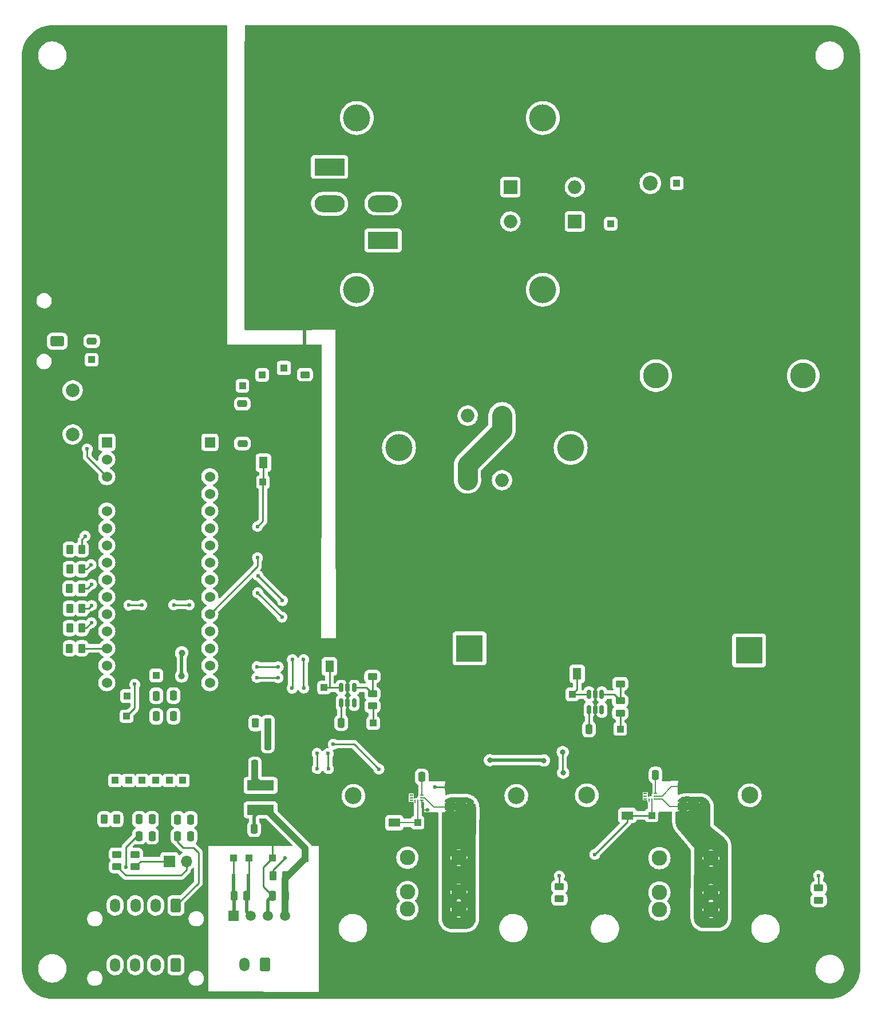
<source format=gbl>
%TF.GenerationSoftware,KiCad,Pcbnew,(6.0.1)*%
%TF.CreationDate,2022-02-04T16:06:46-06:00*%
%TF.ProjectId,MPPT,4d505054-2e6b-4696-9361-645f70636258,1.3.0*%
%TF.SameCoordinates,Original*%
%TF.FileFunction,Copper,L2,Bot*%
%TF.FilePolarity,Positive*%
%FSLAX46Y46*%
G04 Gerber Fmt 4.6, Leading zero omitted, Abs format (unit mm)*
G04 Created by KiCad (PCBNEW (6.0.1)) date 2022-02-04 16:06:46*
%MOMM*%
%LPD*%
G01*
G04 APERTURE LIST*
G04 Aperture macros list*
%AMRoundRect*
0 Rectangle with rounded corners*
0 $1 Rounding radius*
0 $2 $3 $4 $5 $6 $7 $8 $9 X,Y pos of 4 corners*
0 Add a 4 corners polygon primitive as box body*
4,1,4,$2,$3,$4,$5,$6,$7,$8,$9,$2,$3,0*
0 Add four circle primitives for the rounded corners*
1,1,$1+$1,$2,$3*
1,1,$1+$1,$4,$5*
1,1,$1+$1,$6,$7*
1,1,$1+$1,$8,$9*
0 Add four rect primitives between the rounded corners*
20,1,$1+$1,$2,$3,$4,$5,0*
20,1,$1+$1,$4,$5,$6,$7,0*
20,1,$1+$1,$6,$7,$8,$9,0*
20,1,$1+$1,$8,$9,$2,$3,0*%
G04 Aperture macros list end*
%TA.AperFunction,ComponentPad*%
%ADD10RoundRect,0.250001X0.759999X-0.499999X0.759999X0.499999X-0.759999X0.499999X-0.759999X-0.499999X0*%
%TD*%
%TA.AperFunction,ComponentPad*%
%ADD11O,2.020000X1.500000*%
%TD*%
%TA.AperFunction,ComponentPad*%
%ADD12C,2.286000*%
%TD*%
%TA.AperFunction,ComponentPad*%
%ADD13RoundRect,0.250001X0.499999X0.759999X-0.499999X0.759999X-0.499999X-0.759999X0.499999X-0.759999X0*%
%TD*%
%TA.AperFunction,ComponentPad*%
%ADD14O,1.500000X2.020000*%
%TD*%
%TA.AperFunction,ComponentPad*%
%ADD15C,2.000000*%
%TD*%
%TA.AperFunction,ComponentPad*%
%ADD16C,4.000000*%
%TD*%
%TA.AperFunction,ComponentPad*%
%ADD17R,2.000000X2.000000*%
%TD*%
%TA.AperFunction,ComponentPad*%
%ADD18O,2.000000X2.000000*%
%TD*%
%TA.AperFunction,ComponentPad*%
%ADD19C,2.500000*%
%TD*%
%TA.AperFunction,ComponentPad*%
%ADD20R,1.530000X1.530000*%
%TD*%
%TA.AperFunction,ComponentPad*%
%ADD21C,1.530000*%
%TD*%
%TA.AperFunction,ComponentPad*%
%ADD22R,1.700000X1.700000*%
%TD*%
%TA.AperFunction,ComponentPad*%
%ADD23O,1.700000X1.700000*%
%TD*%
%TA.AperFunction,ComponentPad*%
%ADD24C,2.200000*%
%TD*%
%TA.AperFunction,ComponentPad*%
%ADD25R,4.000000X4.000000*%
%TD*%
%TA.AperFunction,ComponentPad*%
%ADD26R,1.508000X1.508000*%
%TD*%
%TA.AperFunction,ComponentPad*%
%ADD27C,1.508000*%
%TD*%
%TA.AperFunction,ComponentPad*%
%ADD28R,4.500000X2.500000*%
%TD*%
%TA.AperFunction,ComponentPad*%
%ADD29O,4.500000X2.500000*%
%TD*%
%TA.AperFunction,ComponentPad*%
%ADD30C,3.800000*%
%TD*%
%TA.AperFunction,SMDPad,CuDef*%
%ADD31R,1.000000X1.000000*%
%TD*%
%TA.AperFunction,SMDPad,CuDef*%
%ADD32R,0.225000X0.663000*%
%TD*%
%TA.AperFunction,SMDPad,CuDef*%
%ADD33R,0.225000X0.563000*%
%TD*%
%TA.AperFunction,SMDPad,CuDef*%
%ADD34R,0.563000X0.225000*%
%TD*%
%TA.AperFunction,SMDPad,CuDef*%
%ADD35R,1.300000X1.700000*%
%TD*%
%TA.AperFunction,SMDPad,CuDef*%
%ADD36RoundRect,0.250000X-0.450000X0.262500X-0.450000X-0.262500X0.450000X-0.262500X0.450000X0.262500X0*%
%TD*%
%TA.AperFunction,SMDPad,CuDef*%
%ADD37RoundRect,0.250000X-0.250000X-0.475000X0.250000X-0.475000X0.250000X0.475000X-0.250000X0.475000X0*%
%TD*%
%TA.AperFunction,SMDPad,CuDef*%
%ADD38RoundRect,0.250000X0.625000X-0.312500X0.625000X0.312500X-0.625000X0.312500X-0.625000X-0.312500X0*%
%TD*%
%TA.AperFunction,SMDPad,CuDef*%
%ADD39RoundRect,0.250000X0.250000X0.475000X-0.250000X0.475000X-0.250000X-0.475000X0.250000X-0.475000X0*%
%TD*%
%TA.AperFunction,SMDPad,CuDef*%
%ADD40RoundRect,0.250000X0.450000X-0.262500X0.450000X0.262500X-0.450000X0.262500X-0.450000X-0.262500X0*%
%TD*%
%TA.AperFunction,SMDPad,CuDef*%
%ADD41RoundRect,0.250000X0.262500X0.450000X-0.262500X0.450000X-0.262500X-0.450000X0.262500X-0.450000X0*%
%TD*%
%TA.AperFunction,SMDPad,CuDef*%
%ADD42R,1.700000X1.300000*%
%TD*%
%TA.AperFunction,SMDPad,CuDef*%
%ADD43RoundRect,0.150000X-0.150000X0.512500X-0.150000X-0.512500X0.150000X-0.512500X0.150000X0.512500X0*%
%TD*%
%TA.AperFunction,SMDPad,CuDef*%
%ADD44R,1.100000X1.100000*%
%TD*%
%TA.AperFunction,SMDPad,CuDef*%
%ADD45R,4.000000X1.500000*%
%TD*%
%TA.AperFunction,SMDPad,CuDef*%
%ADD46RoundRect,0.250000X-0.475000X0.250000X-0.475000X-0.250000X0.475000X-0.250000X0.475000X0.250000X0*%
%TD*%
%TA.AperFunction,SMDPad,CuDef*%
%ADD47R,0.500000X0.500000*%
%TD*%
%TA.AperFunction,SMDPad,CuDef*%
%ADD48RoundRect,0.250000X-0.625000X0.312500X-0.625000X-0.312500X0.625000X-0.312500X0.625000X0.312500X0*%
%TD*%
%TA.AperFunction,SMDPad,CuDef*%
%ADD49RoundRect,0.250000X0.475000X-0.250000X0.475000X0.250000X-0.475000X0.250000X-0.475000X-0.250000X0*%
%TD*%
%TA.AperFunction,ViaPad*%
%ADD50C,0.800000*%
%TD*%
%TA.AperFunction,ViaPad*%
%ADD51C,0.600000*%
%TD*%
%TA.AperFunction,ViaPad*%
%ADD52C,1.000000*%
%TD*%
%TA.AperFunction,Conductor*%
%ADD53C,0.200000*%
%TD*%
%TA.AperFunction,Conductor*%
%ADD54C,0.250000*%
%TD*%
%TA.AperFunction,Conductor*%
%ADD55C,0.500000*%
%TD*%
%TA.AperFunction,Conductor*%
%ADD56C,1.000000*%
%TD*%
%TA.AperFunction,Conductor*%
%ADD57C,3.000000*%
%TD*%
G04 APERTURE END LIST*
D10*
%TO.P,J2,1,Pin_1*%
%TO.N,+9V*%
X23245000Y-64710000D03*
D11*
%TO.P,J2,2,Pin_2*%
%TO.N,GND*%
X23245000Y-61710000D03*
%TD*%
D12*
%TO.P,J3,1,+*%
%TO.N,Net-(F1-Pad2)*%
X112315000Y-141160000D03*
X112315000Y-146240000D03*
X112315000Y-148780000D03*
%TO.P,J3,2,-*%
%TO.N,/-ARR*%
X119935000Y-146240000D03*
X119935000Y-141160000D03*
X119935000Y-148780000D03*
%TD*%
D13*
%TO.P,J6,1,5V*%
%TO.N,Net-(C19-Pad1)*%
X40795000Y-148167500D03*
D14*
%TO.P,J6,2,GND*%
%TO.N,Net-(C19-Pad2)*%
X37795000Y-148167500D03*
%TO.P,J6,3,CAN_H*%
%TO.N,Net-(J5-Pad3)*%
X34795000Y-148167500D03*
%TO.P,J6,4,CAN_L*%
%TO.N,Net-(J5-Pad4)*%
X31795000Y-148167500D03*
%TD*%
D15*
%TO.P,SW1,1,1*%
%TO.N,GND*%
X21010000Y-71990000D03*
X21010000Y-78490000D03*
%TO.P,SW1,2,2*%
%TO.N,/Reset*%
X25510000Y-78490000D03*
X25510000Y-71990000D03*
%TD*%
D16*
%TO.P,HS3,1*%
%TO.N,N/C*%
X73785000Y-80475000D03*
X99185000Y-80475000D03*
%TD*%
D17*
%TO.P,D6,1,K*%
%TO.N,/+BATT*%
X89030000Y-75710000D03*
D18*
%TO.P,D6,2,A*%
%TO.N,Net-(D4-Pad2)*%
X83950000Y-75710000D03*
%TD*%
D13*
%TO.P,J5,1,5V*%
%TO.N,Net-(C19-Pad1)*%
X40790000Y-156967500D03*
D14*
%TO.P,J5,2,GND*%
%TO.N,Net-(C19-Pad2)*%
X37790000Y-156967500D03*
%TO.P,J5,3,CAN_H*%
%TO.N,Net-(J5-Pad3)*%
X34790000Y-156967500D03*
%TO.P,J5,4,CAN_L*%
%TO.N,Net-(J5-Pad4)*%
X31790000Y-156967500D03*
%TD*%
D17*
%TO.P,D5,1,K*%
%TO.N,/+BATT*%
X83950000Y-85255000D03*
D18*
%TO.P,D5,2,A*%
%TO.N,Net-(D4-Pad2)*%
X89030000Y-85255000D03*
%TD*%
D19*
%TO.P,F2,1*%
%TO.N,Net-(F2-Pad1)*%
X67045000Y-131955000D03*
%TO.P,F2,2*%
%TO.N,/+BATT*%
X91145000Y-131955000D03*
%TD*%
D16*
%TO.P,HS2,1*%
%TO.N,N/C*%
X95065000Y-31690000D03*
X95065000Y-57090000D03*
%TD*%
D13*
%TO.P,J1,1,+12V*%
%TO.N,+12V*%
X53942500Y-156885000D03*
D14*
%TO.P,J1,2,GND*%
%TO.N,GNDPWR*%
X50942500Y-156885000D03*
%TD*%
D20*
%TO.P,U2,1,D1*%
%TO.N,/Heartbeat*%
X30565000Y-79655000D03*
D21*
%TO.P,U2,2,D0*%
%TO.N,/Tracking*%
X30565000Y-82195000D03*
%TO.P,U2,3,RST*%
%TO.N,/Reset*%
X30565000Y-84735000D03*
%TO.P,U2,4,GND*%
%TO.N,GND*%
X30565000Y-87275000D03*
%TO.P,U2,5,D2*%
%TO.N,/CAN_Tx*%
X30565000Y-89815000D03*
%TO.P,U2,6,D3*%
%TO.N,/Error*%
X30565000Y-92355000D03*
%TO.P,U2,7,D4*%
%TO.N,unconnected-(U2-Pad7)*%
X30565000Y-94895000D03*
%TO.P,U2,8,D5*%
%TO.N,unconnected-(U2-Pad8)*%
X30565000Y-97435000D03*
%TO.P,U2,9,D6*%
%TO.N,unconnected-(U2-Pad9)*%
X30565000Y-99975000D03*
%TO.P,U2,10,D7*%
%TO.N,Net-(SW2-Pad4)*%
X30565000Y-102515000D03*
%TO.P,U2,11,D8*%
%TO.N,Net-(SW2-Pad3)*%
X30565000Y-105055000D03*
%TO.P,U2,12,D9*%
%TO.N,unconnected-(U2-Pad12)*%
X30565000Y-107595000D03*
%TO.P,U2,13,D10*%
%TO.N,/CAN_Rx*%
X30565000Y-110135000D03*
%TO.P,U2,14,D11*%
%TO.N,unconnected-(U2-Pad14)*%
X30565000Y-112675000D03*
%TO.P,U2,15,D12*%
%TO.N,unconnected-(U2-Pad15)*%
X30565000Y-115215000D03*
%TO.P,U2,16,D13*%
%TO.N,unconnected-(U2-Pad16)*%
X45805000Y-115215000D03*
%TO.P,U2,17,+3V3*%
%TO.N,+3V3*%
X45805000Y-112675000D03*
%TO.P,U2,18,AREF*%
%TO.N,unconnected-(U2-Pad18)*%
X45805000Y-110135000D03*
%TO.P,U2,19,A0*%
%TO.N,unconnected-(U2-Pad19)*%
X45805000Y-107595000D03*
%TO.P,U2,20,A1*%
%TO.N,/PWM*%
X45805000Y-105055000D03*
%TO.P,U2,21,A2*%
%TO.N,unconnected-(U2-Pad21)*%
X45805000Y-102515000D03*
%TO.P,U2,22,A3*%
%TO.N,/Battery_Current*%
X45805000Y-99975000D03*
%TO.P,U2,23,A4*%
%TO.N,/Battery_Voltage*%
X45805000Y-97435000D03*
%TO.P,U2,24,A5*%
%TO.N,/Array_Current*%
X45805000Y-94895000D03*
%TO.P,U2,25,A6*%
%TO.N,/Array_Voltage*%
X45805000Y-92355000D03*
%TO.P,U2,26,A7*%
%TO.N,unconnected-(U2-Pad26)*%
X45805000Y-89815000D03*
%TO.P,U2,27,+5V*%
%TO.N,+5V*%
X45805000Y-87275000D03*
%TO.P,U2,28,RST*%
%TO.N,/Reset*%
X45805000Y-84735000D03*
%TO.P,U2,29,GND*%
%TO.N,GND*%
X45805000Y-82195000D03*
D20*
%TO.P,U2,30,VIN*%
%TO.N,+9V*%
X45805000Y-79655000D03*
%TD*%
D17*
%TO.P,R5,1*%
%TO.N,Net-(D4-Pad2)*%
X99800000Y-46985000D03*
D18*
%TO.P,R5,2*%
%TO.N,Net-(C9-Pad1)*%
X99800000Y-41905000D03*
%TD*%
D16*
%TO.P,HS1,1*%
%TO.N,N/C*%
X67530000Y-57085000D03*
X67530000Y-31685000D03*
%TD*%
D22*
%TO.P,JP1,1,A*%
%TO.N,Net-(JP1-Pad1)*%
X39825000Y-141620000D03*
D23*
%TO.P,JP1,2,B*%
%TO.N,Net-(JP1-Pad2)*%
X42365000Y-141620000D03*
%TD*%
D24*
%TO.P,C9,1*%
%TO.N,Net-(C9-Pad1)*%
X110975000Y-41325000D03*
%TO.P,C9,2*%
%TO.N,GND*%
X125975000Y-41325000D03*
%TD*%
D25*
%TO.P,CP1,1*%
%TO.N,/+ARR*%
X125570000Y-110435000D03*
D16*
%TO.P,CP1,2*%
%TO.N,GND*%
X115570000Y-110435000D03*
%TD*%
D26*
%TO.P,U1,1,-VIN*%
%TO.N,GNDPWR*%
X49347500Y-149695000D03*
D27*
%TO.P,U1,2,+VIN*%
%TO.N,+12V*%
X51887500Y-149695000D03*
%TO.P,U1,3,-VOUT*%
%TO.N,GND*%
X54427500Y-149695000D03*
%TO.P,U1,4,+VOUT*%
%TO.N,+5V*%
X56967500Y-149695000D03*
%TD*%
D28*
%TO.P,Q1,1,G*%
%TO.N,/Drive_PWM*%
X63525000Y-38930000D03*
D29*
%TO.P,Q1,2,D*%
%TO.N,Net-(D4-Pad2)*%
X63525000Y-44380000D03*
%TO.P,Q1,3,S*%
%TO.N,GND*%
X63525000Y-49830000D03*
%TD*%
D12*
%TO.P,J4,1,+*%
%TO.N,Net-(F2-Pad1)*%
X75035000Y-148715000D03*
X75035000Y-146175000D03*
X75035000Y-141095000D03*
%TO.P,J4,2,-*%
%TO.N,/-BATT*%
X82655000Y-148715000D03*
X82655000Y-146175000D03*
X82655000Y-141095000D03*
%TD*%
D17*
%TO.P,D4,1,K*%
%TO.N,Net-(C9-Pad1)*%
X90270000Y-41905000D03*
D18*
%TO.P,D4,2,A*%
%TO.N,Net-(D4-Pad2)*%
X90270000Y-46985000D03*
%TD*%
D28*
%TO.P,Q2,1,G*%
%TO.N,/Drive_PWM*%
X71435000Y-49800000D03*
D29*
%TO.P,Q2,2,D*%
%TO.N,Net-(D4-Pad2)*%
X71435000Y-44350000D03*
%TO.P,Q2,3,S*%
%TO.N,GND*%
X71435000Y-38900000D03*
%TD*%
D30*
%TO.P,L2,1,1*%
%TO.N,/+ARR*%
X133590000Y-69795000D03*
%TO.P,L2,2,2*%
%TO.N,Net-(D4-Pad2)*%
X111790000Y-69795000D03*
%TD*%
D19*
%TO.P,F1,1*%
%TO.N,/+ARR*%
X125670000Y-131874000D03*
%TO.P,F1,2*%
%TO.N,Net-(F1-Pad2)*%
X101570000Y-131874000D03*
%TD*%
D25*
%TO.P,CP2,1*%
%TO.N,/+BATT*%
X84225000Y-110145000D03*
D16*
%TO.P,CP2,2*%
%TO.N,GND*%
X74225000Y-110145000D03*
%TD*%
D31*
%TO.P,TP16,1,1*%
%TO.N,/Array_Current*%
X111165000Y-134851000D03*
%TD*%
D32*
%TO.P,U6,1,REF*%
%TO.N,GND*%
X76181666Y-131717500D03*
D33*
%TO.P,U6,2,V-*%
X76581666Y-131667500D03*
D34*
%TO.P,U6,3,V+*%
%TO.N,+9VA*%
X77150166Y-131836000D03*
%TO.P,U6,4,+*%
%TO.N,/-BATT*%
X77150166Y-132236000D03*
%TO.P,U6,5,-*%
%TO.N,GND*%
X77150166Y-132636000D03*
D33*
%TO.P,U6,6*%
%TO.N,/Battery_Current*%
X76581666Y-132804500D03*
%TO.P,U6,7*%
%TO.N,N/C*%
X76181666Y-132804500D03*
D34*
%TO.P,U6,8*%
X75613166Y-132636000D03*
%TO.P,U6,9*%
X75613166Y-132236000D03*
%TO.P,U6,10*%
X75613166Y-131836000D03*
%TD*%
D35*
%TO.P,D2,1,K*%
%TO.N,/PWM*%
X53730000Y-82680000D03*
%TO.P,D2,2,A*%
%TO.N,GND*%
X57230000Y-82680000D03*
%TD*%
D36*
%TO.P,R10,1*%
%TO.N,Net-(R10-Pad1)*%
X69865000Y-116842500D03*
%TO.P,R10,2*%
%TO.N,/+BATT*%
X69865000Y-118667500D03*
%TD*%
D37*
%TO.P,C19,1*%
%TO.N,Net-(C19-Pad1)*%
X41040000Y-137905000D03*
%TO.P,C19,2*%
%TO.N,Net-(C19-Pad2)*%
X42940000Y-137905000D03*
%TD*%
D31*
%TO.P,TP17,1,1*%
%TO.N,/-BATT*%
X84325000Y-133576000D03*
%TD*%
D38*
%TO.P,R6,1*%
%TO.N,/-ARR*%
X115840000Y-133512500D03*
%TO.P,R6,2*%
%TO.N,GND*%
X115840000Y-130587500D03*
%TD*%
D31*
%TO.P,TP26,1,1*%
%TO.N,Net-(C18-Pad1)*%
X41815000Y-129670000D03*
%TD*%
D37*
%TO.P,C14,1*%
%TO.N,+5V*%
X40430000Y-117115000D03*
%TO.P,C14,2*%
%TO.N,GND*%
X42330000Y-117115000D03*
%TD*%
D39*
%TO.P,C15,1*%
%TO.N,GND*%
X42335000Y-120155000D03*
%TO.P,C15,2*%
%TO.N,+5V*%
X40435000Y-120155000D03*
%TD*%
D40*
%TO.P,R9,1*%
%TO.N,Net-(R8-Pad1)*%
X106520000Y-115368750D03*
%TO.P,R9,2*%
%TO.N,GND*%
X106520000Y-113543750D03*
%TD*%
D31*
%TO.P,TP5,1,1*%
%TO.N,+5V*%
X59930000Y-141220000D03*
%TD*%
D41*
%TO.P,R3,1*%
%TO.N,+9VA*%
X54375000Y-121195000D03*
%TO.P,R3,2*%
%TO.N,Net-(LED2-Pad2)*%
X52550000Y-121195000D03*
%TD*%
D37*
%TO.P,C11,1*%
%TO.N,GND*%
X75245000Y-129141000D03*
%TO.P,C11,2*%
%TO.N,+9VA*%
X77145000Y-129141000D03*
%TD*%
%TO.P,C7,1*%
%TO.N,Net-(C7-Pad1)*%
X52480000Y-127390000D03*
%TO.P,C7,2*%
%TO.N,GND*%
X54380000Y-127390000D03*
%TD*%
D31*
%TO.P,TP18,1,1*%
%TO.N,GND*%
X84290000Y-130636000D03*
%TD*%
%TO.P,TP31,1,1*%
%TO.N,Net-(J5-Pad4)*%
X31790000Y-129670000D03*
%TD*%
%TO.P,TP23,1,1*%
%TO.N,/Battery_Voltage*%
X62710000Y-115940000D03*
%TD*%
D35*
%TO.P,D10,1,K*%
%TO.N,/Battery_Voltage*%
X63495000Y-112810000D03*
%TO.P,D10,2,A*%
%TO.N,GND*%
X66995000Y-112810000D03*
%TD*%
D31*
%TO.P,TP19,1,1*%
%TO.N,/Battery_Current*%
X76546666Y-135926000D03*
%TD*%
D42*
%TO.P,D8,1,K*%
%TO.N,/Battery_Current*%
X73110000Y-135941000D03*
%TO.P,D8,2,A*%
%TO.N,GND*%
X73110000Y-132441000D03*
%TD*%
D40*
%TO.P,R14,1*%
%TO.N,Net-(JP1-Pad2)*%
X32050000Y-142425000D03*
%TO.P,R14,2*%
%TO.N,Net-(J5-Pad4)*%
X32050000Y-140600000D03*
%TD*%
D31*
%TO.P,TP1,1,1*%
%TO.N,+12V*%
X51557500Y-141145000D03*
%TD*%
D37*
%TO.P,C18,1*%
%TO.N,Net-(C18-Pad1)*%
X41055000Y-135435000D03*
%TO.P,C18,2*%
%TO.N,Net-(C18-Pad2)*%
X42955000Y-135435000D03*
%TD*%
%TO.P,C20,1*%
%TO.N,Net-(C19-Pad2)*%
X35350000Y-137915000D03*
%TO.P,C20,2*%
%TO.N,Net-(C19-Pad1)*%
X37250000Y-137915000D03*
%TD*%
%TO.P,C6,1*%
%TO.N,+5V*%
X52355000Y-136830000D03*
%TO.P,C6,2*%
%TO.N,GND*%
X54255000Y-136830000D03*
%TD*%
D31*
%TO.P,TP7,1,1*%
%TO.N,/PWM*%
X53665000Y-85550000D03*
%TD*%
%TO.P,TP25,1,1*%
%TO.N,/CAN_Rx*%
X33535000Y-117200000D03*
%TD*%
D39*
%TO.P,C2,1*%
%TO.N,+5V*%
X56977500Y-146730000D03*
%TO.P,C2,2*%
%TO.N,GND*%
X55077500Y-146730000D03*
%TD*%
D43*
%TO.P,U8,1*%
%TO.N,/Battery_Voltage*%
X65245000Y-115939882D03*
%TO.P,U8,2,V-*%
%TO.N,GND*%
X66195000Y-115939882D03*
%TO.P,U8,3,+*%
%TO.N,Net-(R10-Pad1)*%
X67145000Y-115939882D03*
%TO.P,U8,4,-*%
%TO.N,/Battery_Voltage*%
X67145000Y-118214882D03*
%TO.P,U8,5,~{SHDN}*%
%TO.N,GND*%
X66195000Y-118214882D03*
%TO.P,U8,6,V+*%
%TO.N,+9VA*%
X65245000Y-118214882D03*
%TD*%
D31*
%TO.P,TP27,1,1*%
%TO.N,Net-(C19-Pad1)*%
X37795000Y-129665000D03*
%TD*%
D41*
%TO.P,R12,1*%
%TO.N,Net-(R12-Pad1)*%
X32002500Y-135415000D03*
%TO.P,R12,2*%
%TO.N,Net-(C19-Pad2)*%
X30177500Y-135415000D03*
%TD*%
D40*
%TO.P,R11,1*%
%TO.N,Net-(R10-Pad1)*%
X69850000Y-114312500D03*
%TO.P,R11,2*%
%TO.N,GND*%
X69850000Y-112487500D03*
%TD*%
D31*
%TO.P,TP24,1,1*%
%TO.N,/CAN_Tx*%
X33505000Y-120180000D03*
%TD*%
D42*
%TO.P,D7,1,K*%
%TO.N,/Array_Current*%
X107565000Y-134846000D03*
%TO.P,D7,2,A*%
%TO.N,GND*%
X107565000Y-131346000D03*
%TD*%
D44*
%TO.P,D3,1,K*%
%TO.N,/Drive_PWM*%
X56760000Y-68665000D03*
%TO.P,D3,2,A*%
%TO.N,GND*%
X56760000Y-71465000D03*
%TD*%
D45*
%TO.P,L1,1*%
%TO.N,+5V*%
X53310000Y-134015000D03*
%TO.P,L1,2*%
%TO.N,Net-(C7-Pad1)*%
X53310000Y-130415000D03*
%TD*%
D31*
%TO.P,TP22,1,1*%
%TO.N,/+BATT*%
X69955000Y-121192500D03*
%TD*%
D36*
%TO.P,R16,1*%
%TO.N,/+BATT*%
X97515000Y-145375000D03*
%TO.P,R16,2*%
%TO.N,Net-(LED4-Pad2)*%
X97515000Y-147200000D03*
%TD*%
%TO.P,R8,1*%
%TO.N,Net-(R8-Pad1)*%
X106515000Y-117878750D03*
%TO.P,R8,2*%
%TO.N,/+ARR*%
X106515000Y-119703750D03*
%TD*%
D46*
%TO.P,C4,1*%
%TO.N,GND*%
X50630000Y-77930000D03*
%TO.P,C4,2*%
%TO.N,+9VA*%
X50630000Y-79830000D03*
%TD*%
D31*
%TO.P,TP30,1,1*%
%TO.N,Net-(J5-Pad3)*%
X33785000Y-129670000D03*
%TD*%
%TO.P,TP8,1,1*%
%TO.N,GND*%
X57245000Y-76820000D03*
%TD*%
D39*
%TO.P,C12,1*%
%TO.N,GND*%
X103785000Y-122083750D03*
%TO.P,C12,2*%
%TO.N,+9VA*%
X101885000Y-122083750D03*
%TD*%
D31*
%TO.P,TP29,1,1*%
%TO.N,Net-(C18-Pad2)*%
X39805000Y-129670000D03*
%TD*%
D36*
%TO.P,R13,1*%
%TO.N,Net-(J5-Pad3)*%
X34740000Y-140615000D03*
%TO.P,R13,2*%
%TO.N,Net-(JP1-Pad1)*%
X34740000Y-142440000D03*
%TD*%
D39*
%TO.P,C8,1*%
%TO.N,+9VA*%
X54370000Y-124435000D03*
%TO.P,C8,2*%
%TO.N,GND*%
X52470000Y-124435000D03*
%TD*%
D41*
%TO.P,R17,1*%
%TO.N,/Heartbeat*%
X26887500Y-95510000D03*
%TO.P,R17,2*%
%TO.N,Net-(LED5-Pad2)*%
X25062500Y-95510000D03*
%TD*%
D31*
%TO.P,TP4,1,1*%
%TO.N,+3V3*%
X37870000Y-114145000D03*
%TD*%
D36*
%TO.P,R15,1*%
%TO.N,/+ARR*%
X135870000Y-145574000D03*
%TO.P,R15,2*%
%TO.N,Net-(LED3-Pad2)*%
X135870000Y-147399000D03*
%TD*%
D41*
%TO.P,R1,1*%
%TO.N,+5V*%
X57012500Y-143775000D03*
%TO.P,R1,2*%
%TO.N,Net-(LED1-Pad2)*%
X55187500Y-143775000D03*
%TD*%
D31*
%TO.P,TP21,1,1*%
%TO.N,/Array_Voltage*%
X99420000Y-116943750D03*
%TD*%
%TO.P,TP2,1,1*%
%TO.N,GNDPWR*%
X49350000Y-141170000D03*
%TD*%
D39*
%TO.P,C13,1*%
%TO.N,GND*%
X67140000Y-121145000D03*
%TO.P,C13,2*%
%TO.N,+9VA*%
X65240000Y-121145000D03*
%TD*%
D43*
%TO.P,U7,1*%
%TO.N,/Array_Voltage*%
X101895000Y-116951250D03*
%TO.P,U7,2,V-*%
%TO.N,GND*%
X102845000Y-116951250D03*
%TO.P,U7,3,+*%
%TO.N,Net-(R8-Pad1)*%
X103795000Y-116951250D03*
%TO.P,U7,4,-*%
%TO.N,/Array_Voltage*%
X103795000Y-119226250D03*
%TO.P,U7,5,~{SHDN}*%
%TO.N,GND*%
X102845000Y-119226250D03*
%TO.P,U7,6,V+*%
%TO.N,+9VA*%
X101895000Y-119226250D03*
%TD*%
D37*
%TO.P,C16,1*%
%TO.N,GND*%
X35980000Y-117155000D03*
%TO.P,C16,2*%
%TO.N,+3V3*%
X37880000Y-117155000D03*
%TD*%
D31*
%TO.P,TP12,1,1*%
%TO.N,Net-(C9-Pad1)*%
X114880000Y-41345000D03*
%TD*%
%TO.P,TP13,1,1*%
%TO.N,GND*%
X121900000Y-41370000D03*
%TD*%
D39*
%TO.P,C1,1*%
%TO.N,+12V*%
X51262500Y-146765000D03*
%TO.P,C1,2*%
%TO.N,GNDPWR*%
X49362500Y-146765000D03*
%TD*%
D31*
%TO.P,TP9,1,1*%
%TO.N,+9VA*%
X50625000Y-71295000D03*
%TD*%
%TO.P,TP11,1,1*%
%TO.N,Net-(D4-Pad2)*%
X105130000Y-47320000D03*
%TD*%
%TO.P,TP6,1,1*%
%TO.N,GND*%
X55077500Y-141125000D03*
%TD*%
D39*
%TO.P,C17,1*%
%TO.N,+3V3*%
X37875000Y-120175000D03*
%TO.P,C17,2*%
%TO.N,GND*%
X35975000Y-120175000D03*
%TD*%
D41*
%TO.P,R21,1*%
%TO.N,/CAN_Tx*%
X26887500Y-107140000D03*
%TO.P,R21,2*%
%TO.N,Net-(LED9-Pad2)*%
X25062500Y-107140000D03*
%TD*%
D31*
%TO.P,TP15,1,1*%
%TO.N,/-ARR*%
X118775000Y-133511000D03*
%TD*%
D39*
%TO.P,C21,1*%
%TO.N,Net-(C19-Pad1)*%
X37250000Y-135425000D03*
%TO.P,C21,2*%
%TO.N,Net-(C19-Pad2)*%
X35350000Y-135425000D03*
%TD*%
D31*
%TO.P,TP20,1,1*%
%TO.N,/+ARR*%
X106505000Y-122068750D03*
%TD*%
D32*
%TO.P,U5,1,REF*%
%TO.N,GND*%
X110775000Y-131472500D03*
D33*
%TO.P,U5,2,V-*%
X111175000Y-131422500D03*
D34*
%TO.P,U5,3,V+*%
%TO.N,+9VA*%
X111743500Y-131591000D03*
%TO.P,U5,4,+*%
%TO.N,GND*%
X111743500Y-131991000D03*
%TO.P,U5,5,-*%
%TO.N,/-ARR*%
X111743500Y-132391000D03*
D33*
%TO.P,U5,6*%
%TO.N,/Array_Current*%
X111175000Y-132559500D03*
%TO.P,U5,7*%
%TO.N,N/C*%
X110775000Y-132559500D03*
D34*
%TO.P,U5,8*%
X110206500Y-132391000D03*
%TO.P,U5,9*%
X110206500Y-131991000D03*
%TO.P,U5,10*%
X110206500Y-131591000D03*
%TD*%
D47*
%TO.P,D1,1,K*%
%TO.N,+12V*%
X51547500Y-143795000D03*
%TO.P,D1,2,A*%
%TO.N,GNDPWR*%
X49347500Y-143795000D03*
%TD*%
D41*
%TO.P,R22,1*%
%TO.N,/Error*%
X26860000Y-101295000D03*
%TO.P,R22,2*%
%TO.N,Net-(R22-Pad2)*%
X25035000Y-101295000D03*
%TD*%
D31*
%TO.P,TP28,1,1*%
%TO.N,Net-(C19-Pad2)*%
X35785000Y-129670000D03*
%TD*%
%TO.P,TP14,1,1*%
%TO.N,GND*%
X118775000Y-130571000D03*
%TD*%
D48*
%TO.P,R7,1*%
%TO.N,GND*%
X81360000Y-130643500D03*
%TO.P,R7,2*%
%TO.N,/-BATT*%
X81360000Y-133568500D03*
%TD*%
D35*
%TO.P,D9,1,K*%
%TO.N,/Array_Voltage*%
X100150000Y-113913750D03*
%TO.P,D9,2,A*%
%TO.N,GND*%
X103650000Y-113913750D03*
%TD*%
D31*
%TO.P,TP3,1,1*%
%TO.N,+9V*%
X28325000Y-67440000D03*
%TD*%
D41*
%TO.P,R20,1*%
%TO.N,/CAN_Rx*%
X26880000Y-110130000D03*
%TO.P,R20,2*%
%TO.N,Net-(LED8-Pad2)*%
X25055000Y-110130000D03*
%TD*%
D37*
%TO.P,C10,1*%
%TO.N,GND*%
X109830000Y-128866000D03*
%TO.P,C10,2*%
%TO.N,+9VA*%
X111730000Y-128866000D03*
%TD*%
D46*
%TO.P,C5,1*%
%TO.N,+9VA*%
X50610000Y-73965000D03*
%TO.P,C5,2*%
%TO.N,GND*%
X50610000Y-75865000D03*
%TD*%
D31*
%TO.P,TP10,1,1*%
%TO.N,/Drive_PWM*%
X53570000Y-69670000D03*
%TD*%
D36*
%TO.P,R4,1*%
%TO.N,/Drive_PWM*%
X59885000Y-69650000D03*
%TO.P,R4,2*%
%TO.N,GND*%
X59885000Y-71475000D03*
%TD*%
D41*
%TO.P,R19,1*%
%TO.N,/PWM*%
X26885000Y-104250000D03*
%TO.P,R19,2*%
%TO.N,Net-(LED7-Pad2)*%
X25060000Y-104250000D03*
%TD*%
D49*
%TO.P,C3,1*%
%TO.N,+9V*%
X28325000Y-64685000D03*
%TO.P,C3,2*%
%TO.N,GND*%
X28325000Y-62785000D03*
%TD*%
D41*
%TO.P,R18,1*%
%TO.N,/Tracking*%
X26887500Y-98420000D03*
%TO.P,R18,2*%
%TO.N,Net-(LED6-Pad2)*%
X25062500Y-98420000D03*
%TD*%
D50*
%TO.N,GND*%
X133145000Y-80525000D03*
X133145000Y-64525000D03*
X117095000Y-32965000D03*
X89145000Y-148525000D03*
D51*
X28290000Y-99105000D03*
D50*
X93145000Y-100525000D03*
X62330000Y-53650000D03*
X69185000Y-156390000D03*
X113095000Y-56965000D03*
X129145000Y-148525000D03*
X105145000Y-124525000D03*
X117145000Y-156525000D03*
X97145000Y-112525000D03*
X137145000Y-80525000D03*
X133145000Y-108525000D03*
X99650000Y-124995000D03*
X98400000Y-155935000D03*
X97095000Y-24965000D03*
D51*
X79095000Y-130655000D03*
D50*
X53095000Y-40965000D03*
X72185000Y-156390000D03*
X137095000Y-52965000D03*
X117145000Y-64525000D03*
X105095000Y-20965000D03*
X133145000Y-104525000D03*
X75180000Y-117030000D03*
D51*
X50645000Y-119410000D03*
D50*
X69095000Y-24965000D03*
X101145000Y-128525000D03*
X113145000Y-80525000D03*
X81095000Y-24965000D03*
X133145000Y-96525000D03*
X121145000Y-116525000D03*
X113145000Y-124525000D03*
X113145000Y-100525000D03*
X129145000Y-140525000D03*
X117095000Y-56965000D03*
X69095000Y-20965000D03*
X137145000Y-96525000D03*
X81180000Y-117030000D03*
X69145000Y-148525000D03*
X101145000Y-96525000D03*
X113095000Y-52965000D03*
X125095000Y-24965000D03*
X113920000Y-128720000D03*
X77145000Y-124525000D03*
X93145000Y-112525000D03*
X94660000Y-152990000D03*
X69145000Y-96525000D03*
X117145000Y-96525000D03*
X113145000Y-92525000D03*
X117145000Y-124525000D03*
X93095000Y-36965000D03*
X125095000Y-44965000D03*
X105145000Y-100525000D03*
X85145000Y-128525000D03*
X105190000Y-132345000D03*
X133145000Y-84525000D03*
X71070000Y-53670000D03*
X121095000Y-36965000D03*
X81095000Y-36965000D03*
X93145000Y-140525000D03*
X97145000Y-96525000D03*
X113145000Y-84525000D03*
X133095000Y-36965000D03*
X57095000Y-32965000D03*
X57095000Y-28965000D03*
X103140000Y-128520000D03*
X96000000Y-137180000D03*
X73145000Y-88525000D03*
X129095000Y-52965000D03*
X133095000Y-20965000D03*
X125095000Y-48965000D03*
X125095000Y-20965000D03*
X81095000Y-28965000D03*
X117145000Y-104525000D03*
X106985000Y-125385000D03*
X70320000Y-110365000D03*
X121925000Y-41395000D03*
X85095000Y-24965000D03*
X101095000Y-32965000D03*
X113095000Y-32965000D03*
X117145000Y-68525000D03*
X121095000Y-32965000D03*
X96000000Y-131480000D03*
X100110000Y-154220000D03*
X109145000Y-116525000D03*
X65095000Y-60965000D03*
X57095000Y-44965000D03*
X73130000Y-61065000D03*
X118155000Y-120985000D03*
X73095000Y-24965000D03*
X93145000Y-108525000D03*
X73145000Y-64525000D03*
X117095000Y-36965000D03*
X125095000Y-36965000D03*
X85145000Y-124525000D03*
X113145000Y-88525000D03*
X115150000Y-118310000D03*
X129095000Y-40965000D03*
X92495000Y-155050000D03*
X69145000Y-84525000D03*
X53095000Y-56965000D03*
X75185000Y-156390000D03*
X109095000Y-20965000D03*
X89095000Y-28965000D03*
X137145000Y-132525000D03*
X113095000Y-24965000D03*
X73145000Y-124525000D03*
X90195000Y-156390000D03*
X68095000Y-154690000D03*
X65805000Y-108520000D03*
X61095000Y-24965000D03*
X113095000Y-28965000D03*
X109095000Y-24965000D03*
X117145000Y-88525000D03*
X133145000Y-132525000D03*
X100890000Y-139940000D03*
X89095000Y-20965000D03*
X105145000Y-84525000D03*
X113095000Y-48965000D03*
X137145000Y-88525000D03*
X93145000Y-104525000D03*
X117095000Y-28965000D03*
X125145000Y-136525000D03*
X78185000Y-156390000D03*
X94735000Y-159675000D03*
X125095000Y-56965000D03*
X117095000Y-24965000D03*
X87195000Y-156390000D03*
X53095000Y-20965000D03*
X137145000Y-124525000D03*
X117145000Y-72525000D03*
D52*
X58595000Y-134300000D03*
D50*
X73145000Y-100525000D03*
X97095000Y-36965000D03*
X105095000Y-24965000D03*
X121145000Y-72525000D03*
X89145000Y-96525000D03*
X125145000Y-140525000D03*
X109145000Y-108525000D03*
X69145000Y-72525000D03*
X73095000Y-28965000D03*
X65185000Y-144560000D03*
X93145000Y-96525000D03*
X113145000Y-104525000D03*
X69145000Y-88525000D03*
X129095000Y-56965000D03*
X81185000Y-156390000D03*
X125095000Y-60965000D03*
X89095000Y-24965000D03*
X115155000Y-120985000D03*
X137145000Y-152525000D03*
X69145000Y-124525000D03*
X105145000Y-76525000D03*
D51*
X55077500Y-141145000D03*
D50*
X53095000Y-60965000D03*
X69145000Y-80525000D03*
X121095000Y-24965000D03*
X72170000Y-120050000D03*
X109095000Y-36965000D03*
X77145000Y-84525000D03*
X113095000Y-44965000D03*
X57095000Y-20965000D03*
X133145000Y-92525000D03*
X73145000Y-128525000D03*
X70875000Y-133535000D03*
X97145000Y-88525000D03*
X121145000Y-132525000D03*
X93145000Y-116525000D03*
X96000000Y-128480000D03*
X96015000Y-119485000D03*
X97145000Y-116525000D03*
X65070000Y-128550000D03*
X117145000Y-76525000D03*
X133145000Y-156525000D03*
X89095000Y-36965000D03*
X66595000Y-123050000D03*
X133095000Y-56965000D03*
X97920000Y-139940000D03*
X75530000Y-161260000D03*
X97095000Y-20965000D03*
X67530000Y-161260000D03*
X106950000Y-128540000D03*
X99580000Y-137025000D03*
X105095000Y-32965000D03*
X129095000Y-44965000D03*
X66615000Y-125510000D03*
X57095000Y-52965000D03*
X129095000Y-60965000D03*
X101765000Y-152505000D03*
X111070000Y-125425000D03*
X129095000Y-20965000D03*
X89145000Y-100525000D03*
X133145000Y-112525000D03*
X113145000Y-116525000D03*
X77095000Y-24965000D03*
X97145000Y-92525000D03*
X125145000Y-64525000D03*
X109095000Y-32965000D03*
X105145000Y-88525000D03*
X137145000Y-116525000D03*
X117145000Y-92525000D03*
X81145000Y-124525000D03*
D52*
X48435000Y-126675000D03*
D50*
X73145000Y-104525000D03*
X137145000Y-100525000D03*
X69145000Y-144525000D03*
X137145000Y-76525000D03*
X73145000Y-76525000D03*
X93095000Y-20965000D03*
X85095000Y-36965000D03*
X85095000Y-28965000D03*
X133145000Y-116525000D03*
X61095000Y-20965000D03*
X69145000Y-76525000D03*
X137095000Y-36965000D03*
X133145000Y-148525000D03*
X137145000Y-140525000D03*
X105205000Y-130455000D03*
X101145000Y-100525000D03*
X69145000Y-108525000D03*
X96000000Y-134480000D03*
X137145000Y-84525000D03*
X117145000Y-84525000D03*
D51*
X42335000Y-120155000D03*
D50*
X78840000Y-135985000D03*
X53095000Y-36965000D03*
X137095000Y-28965000D03*
X133145000Y-128525000D03*
X69145000Y-92525000D03*
X77095000Y-28965000D03*
X129095000Y-48965000D03*
X137145000Y-108525000D03*
D51*
X28305000Y-111610000D03*
D50*
X137095000Y-56965000D03*
X105145000Y-96525000D03*
X133095000Y-52965000D03*
X57095000Y-56965000D03*
X113145000Y-152525000D03*
X93145000Y-92525000D03*
X70795000Y-130460000D03*
X112150000Y-118310000D03*
X117145000Y-100525000D03*
X109150000Y-118310000D03*
X101145000Y-84525000D03*
X125095000Y-28965000D03*
X57095000Y-60965000D03*
X77145000Y-88525000D03*
X137145000Y-112525000D03*
X109145000Y-124525000D03*
X65185000Y-140560000D03*
X89145000Y-92525000D03*
X105145000Y-92525000D03*
X105095000Y-28965000D03*
X93145000Y-88525000D03*
X137095000Y-32965000D03*
X105145000Y-144525000D03*
D51*
X28305000Y-107560000D03*
X24300000Y-85330000D03*
D50*
X81095000Y-20965000D03*
X77095000Y-36965000D03*
X53095000Y-48965000D03*
X77145000Y-92525000D03*
X53095000Y-44965000D03*
D51*
X28315000Y-102095000D03*
D50*
X77095000Y-20965000D03*
X121145000Y-64525000D03*
D51*
X41090000Y-125245000D03*
D50*
X79530000Y-161260000D03*
X137095000Y-44965000D03*
X121095000Y-48965000D03*
X73145000Y-68525000D03*
X117095000Y-52965000D03*
X103690000Y-141765000D03*
X129095000Y-36965000D03*
X117145000Y-128525000D03*
X125095000Y-52965000D03*
X121095000Y-44965000D03*
X113095000Y-20965000D03*
X65095000Y-24965000D03*
D52*
X57245000Y-76820000D03*
D50*
X81170000Y-120050000D03*
X73650000Y-114805000D03*
X85095000Y-40965000D03*
X112155000Y-120985000D03*
X97145000Y-84525000D03*
X109145000Y-96525000D03*
X84195000Y-156390000D03*
X53095000Y-24965000D03*
X109155000Y-120985000D03*
X97145000Y-76525000D03*
X109145000Y-112525000D03*
X133145000Y-88525000D03*
X121145000Y-112525000D03*
X121150000Y-118310000D03*
X102175000Y-149385000D03*
X121095000Y-52965000D03*
X73095000Y-20965000D03*
X133095000Y-44965000D03*
X96475000Y-157910000D03*
X105095000Y-36965000D03*
X109145000Y-100525000D03*
X133095000Y-60965000D03*
X85095000Y-32965000D03*
X89145000Y-140525000D03*
X129095000Y-24965000D03*
X101095000Y-20965000D03*
X77145000Y-104525000D03*
X81095000Y-32965000D03*
X69145000Y-64525000D03*
X97145000Y-100525000D03*
X133095000Y-28965000D03*
X109145000Y-156525000D03*
X121095000Y-20965000D03*
X113145000Y-136525000D03*
X129095000Y-28965000D03*
X73145000Y-92525000D03*
X117145000Y-116525000D03*
X77145000Y-100525000D03*
X105145000Y-108525000D03*
X137145000Y-104525000D03*
X117145000Y-80525000D03*
X121145000Y-124525000D03*
X113095000Y-36965000D03*
X101145000Y-156525000D03*
X65095000Y-20965000D03*
X93145000Y-148525000D03*
X53095000Y-28965000D03*
D51*
X21765000Y-85330000D03*
D50*
X125145000Y-156525000D03*
X84170000Y-120050000D03*
D51*
X78050000Y-134006000D03*
D50*
X105145000Y-128525000D03*
D51*
X30900000Y-120225000D03*
D50*
X69145000Y-104525000D03*
X125145000Y-152525000D03*
X137145000Y-92525000D03*
X137145000Y-120525000D03*
X129145000Y-156525000D03*
X77145000Y-96525000D03*
X65830000Y-110445000D03*
X137145000Y-136525000D03*
X78170000Y-120050000D03*
X96745000Y-150745000D03*
X91530000Y-161260000D03*
X98000000Y-148955000D03*
X69145000Y-100525000D03*
X76915000Y-114860000D03*
X121145000Y-68525000D03*
X72180000Y-117030000D03*
X133095000Y-32965000D03*
X97145000Y-104525000D03*
X113145000Y-64525000D03*
D52*
X57230000Y-82680000D03*
D50*
X78180000Y-117030000D03*
X77095000Y-32965000D03*
X125145000Y-148525000D03*
X102175000Y-143385000D03*
X121145000Y-152525000D03*
X87530000Y-161260000D03*
X73095000Y-32965000D03*
X121145000Y-128525000D03*
X125095000Y-32965000D03*
X133095000Y-24965000D03*
X137145000Y-128525000D03*
X133095000Y-48965000D03*
X101095000Y-24965000D03*
X137095000Y-48965000D03*
X99625000Y-119485000D03*
X117145000Y-152525000D03*
X137095000Y-40965000D03*
X105145000Y-156525000D03*
X72220000Y-113440000D03*
X117095000Y-48965000D03*
X68050000Y-110395000D03*
X109145000Y-76525000D03*
X69145000Y-68525000D03*
X57095000Y-36965000D03*
X65185000Y-148560000D03*
X101095000Y-28965000D03*
X53095000Y-32965000D03*
X53095000Y-52965000D03*
X67065000Y-128530000D03*
X118150000Y-118310000D03*
X113095000Y-60965000D03*
X133145000Y-152525000D03*
D51*
X26275000Y-93550000D03*
D50*
X57095000Y-40965000D03*
D51*
X42325000Y-125275000D03*
D50*
X105145000Y-148525000D03*
X61095000Y-28965000D03*
X73145000Y-96525000D03*
X73145000Y-84525000D03*
X109095000Y-28965000D03*
X89145000Y-136525000D03*
X101145000Y-88525000D03*
X133145000Y-120525000D03*
X89145000Y-108525000D03*
X109145000Y-88525000D03*
X69145000Y-128525000D03*
D51*
X28295000Y-104925000D03*
D50*
X57095000Y-24965000D03*
X99625000Y-122485000D03*
X133095000Y-40965000D03*
X97145000Y-108525000D03*
X96015000Y-122485000D03*
X109145000Y-92525000D03*
X61095000Y-32965000D03*
X109145000Y-104525000D03*
X137145000Y-64525000D03*
X137095000Y-60965000D03*
X105145000Y-104525000D03*
X83530000Y-161260000D03*
X96030000Y-124960000D03*
X117095000Y-44965000D03*
X113145000Y-76525000D03*
X113145000Y-156525000D03*
X101145000Y-108525000D03*
X125145000Y-68525000D03*
X112835000Y-126990000D03*
X57095000Y-48965000D03*
X121095000Y-28965000D03*
X117095000Y-60965000D03*
X109145000Y-152525000D03*
X121095000Y-60965000D03*
X133145000Y-124525000D03*
X73090000Y-57015000D03*
X133145000Y-136525000D03*
X93095000Y-24965000D03*
X85095000Y-20965000D03*
X121095000Y-56965000D03*
X129095000Y-32965000D03*
X133145000Y-100525000D03*
X129145000Y-64525000D03*
X117095000Y-20965000D03*
X89145000Y-112525000D03*
X121155000Y-120985000D03*
X101145000Y-76525000D03*
X89095000Y-32965000D03*
X71530000Y-161260000D03*
X73145000Y-72525000D03*
X101095000Y-36965000D03*
X105145000Y-80525000D03*
X89145000Y-88525000D03*
X109145000Y-84525000D03*
X102175000Y-146385000D03*
X121145000Y-156525000D03*
X75170000Y-120050000D03*
X81145000Y-128525000D03*
X101145000Y-104525000D03*
X113145000Y-96525000D03*
X109145000Y-80525000D03*
X101145000Y-92525000D03*
X89145000Y-104525000D03*
D51*
%TO.N,+9V*%
X28325000Y-64685000D03*
X28325000Y-67440000D03*
D52*
%TO.N,Net-(C7-Pad1)*%
X53310000Y-130415000D03*
%TO.N,+9VA*%
X50630000Y-79830000D03*
X50610000Y-73965000D03*
D51*
X111730000Y-128866000D03*
X65245000Y-121140000D03*
X77145000Y-129141000D03*
D52*
X54370000Y-124435000D03*
D51*
X101895000Y-122073750D03*
D50*
X87220000Y-126665000D03*
D51*
X50625000Y-71295000D03*
D50*
X95240000Y-126715000D03*
D51*
%TO.N,Net-(C9-Pad1)*%
X114880000Y-41345000D03*
%TO.N,+5V*%
X40435000Y-120155000D03*
X40430000Y-117115000D03*
D52*
X53310000Y-134015000D03*
X41645000Y-114205000D03*
X41650000Y-110805000D03*
D51*
%TO.N,+3V3*%
X37870000Y-114145000D03*
X37875000Y-120175000D03*
X37880000Y-117155000D03*
D50*
%TO.N,/Array_Voltage*%
X98075000Y-128540000D03*
D51*
X59705000Y-116015000D03*
X101895000Y-116951250D03*
X103810000Y-119223750D03*
X56535000Y-103070000D03*
X59675000Y-111785000D03*
D50*
X98000000Y-125470000D03*
D51*
X52945000Y-99395000D03*
X63315000Y-125690000D03*
X63345000Y-127940000D03*
X99420000Y-116943750D03*
%TO.N,/Battery_Voltage*%
X65245000Y-115939882D03*
X55925000Y-112865000D03*
X67145000Y-118230000D03*
X63565000Y-112908882D03*
X52795000Y-112840000D03*
%TO.N,/Array_Current*%
X102750000Y-140620000D03*
X52890000Y-101925000D03*
X57990000Y-116035000D03*
X61675000Y-127935000D03*
X56480000Y-105505000D03*
X58010000Y-111790000D03*
X61675000Y-125650000D03*
%TO.N,/Battery_Current*%
X64065000Y-124305000D03*
X76546666Y-135926000D03*
X52775000Y-114440000D03*
X70820000Y-127986000D03*
X55910000Y-114480000D03*
D52*
%TO.N,/Drive_PWM*%
X59885000Y-69650000D03*
X56760000Y-68665000D03*
D51*
X53580000Y-69675000D03*
%TO.N,/PWM*%
X52860000Y-96720000D03*
X28320000Y-103795000D03*
X42760000Y-103715000D03*
X35750000Y-103720000D03*
X53730000Y-82680000D03*
X40475000Y-103695000D03*
X52860000Y-92110000D03*
X33830000Y-103755000D03*
%TO.N,Net-(C18-Pad1)*%
X40875000Y-135600000D03*
X41815000Y-129670000D03*
%TO.N,Net-(C18-Pad2)*%
X39805000Y-129670000D03*
X43115000Y-135585000D03*
%TO.N,Net-(LED1-Pad2)*%
X56952500Y-141145000D03*
%TO.N,Net-(LED2-Pad2)*%
X52527500Y-121195000D03*
%TO.N,Net-(LED3-Pad2)*%
X135870000Y-147399000D03*
%TO.N,Net-(LED4-Pad2)*%
X97515000Y-147200000D03*
%TO.N,Net-(LED5-Pad2)*%
X25062500Y-95510000D03*
%TO.N,Net-(LED6-Pad2)*%
X25062500Y-98420000D03*
%TO.N,Net-(LED7-Pad2)*%
X25060000Y-104250000D03*
%TO.N,Net-(LED8-Pad2)*%
X25027500Y-110130000D03*
%TO.N,Net-(LED9-Pad2)*%
X25062500Y-107140000D03*
%TO.N,/Tracking*%
X28240000Y-97760000D03*
%TO.N,/CAN_Tx*%
X33505000Y-120180000D03*
X28280000Y-106340000D03*
X34695000Y-115450000D03*
%TO.N,/CAN_Rx*%
X33535000Y-117200000D03*
%TO.N,/Reset*%
X27665000Y-80645000D03*
%TO.N,Net-(C19-Pad1)*%
X37795000Y-129665000D03*
X37250000Y-135425000D03*
X37250000Y-137915000D03*
X40890000Y-137725000D03*
%TO.N,Net-(C19-Pad2)*%
X35350000Y-135425000D03*
X43115000Y-137710000D03*
X35785000Y-129670000D03*
X35350000Y-137915000D03*
X30177500Y-135415000D03*
X33400000Y-142490000D03*
%TO.N,/+ARR*%
X135860000Y-143755000D03*
X106515000Y-119703750D03*
%TO.N,/+BATT*%
X69865000Y-118667500D03*
X97510000Y-143810000D03*
%TO.N,Net-(J5-Pad3)*%
X34350000Y-140615000D03*
X33785000Y-129670000D03*
%TO.N,Net-(J5-Pad4)*%
X32450000Y-140615000D03*
X31790000Y-129670000D03*
%TO.N,Net-(D4-Pad2)*%
X105130000Y-47320000D03*
%TO.N,/Error*%
X28315000Y-100660000D03*
%TO.N,Net-(R12-Pad1)*%
X32002500Y-135415000D03*
%TO.N,/Heartbeat*%
X27350000Y-93525000D03*
%TO.N,Net-(R22-Pad2)*%
X25035000Y-101295000D03*
%TD*%
D53*
%TO.N,GND*%
X111743500Y-131991000D02*
X112705000Y-131991000D01*
D54*
X66195000Y-115939882D02*
X66195000Y-113610000D01*
X66195000Y-115939882D02*
X66195000Y-118214882D01*
D55*
X59825000Y-59310000D02*
X59825000Y-67160000D01*
D54*
X53710000Y-142485000D02*
X53710000Y-145362500D01*
X53710000Y-145362500D02*
X55077500Y-146730000D01*
X55077500Y-141125000D02*
X55077500Y-139002500D01*
X102845000Y-116951250D02*
X102845000Y-114718750D01*
D55*
X59825000Y-67160000D02*
X61605000Y-68940000D01*
D54*
X102845000Y-119226250D02*
X102845000Y-121143750D01*
D53*
X76181666Y-131717500D02*
X76181666Y-130077666D01*
D54*
X66195000Y-113610000D02*
X66995000Y-112810000D01*
X102845000Y-114718750D02*
X103650000Y-113913750D01*
D53*
X77150166Y-132636000D02*
X77150166Y-133711166D01*
X77150166Y-133711166D02*
X77445000Y-134006000D01*
D55*
X63525000Y-55610000D02*
X59825000Y-59310000D01*
D54*
X79095000Y-130655000D02*
X81348500Y-130655000D01*
D53*
X114108500Y-130587500D02*
X115840000Y-130587500D01*
D54*
X102845000Y-121143750D02*
X103785000Y-122083750D01*
X66195000Y-118214882D02*
X66195000Y-120200000D01*
D55*
X61605000Y-70755000D02*
X60885000Y-71475000D01*
D53*
X112705000Y-131991000D02*
X114108500Y-130587500D01*
X111175000Y-131422500D02*
X111175000Y-130211000D01*
D54*
X55050000Y-141145000D02*
X53710000Y-142485000D01*
D55*
X60885000Y-71475000D02*
X59885000Y-71475000D01*
D53*
X77445000Y-134006000D02*
X78050000Y-134006000D01*
D54*
X102845000Y-116951250D02*
X102845000Y-119226250D01*
D55*
X54427500Y-149695000D02*
X54427500Y-147380000D01*
X61605000Y-68940000D02*
X61605000Y-70755000D01*
X54427500Y-147380000D02*
X55077500Y-146730000D01*
D53*
X110775000Y-131472500D02*
X110775000Y-129811000D01*
D55*
X63525000Y-49830000D02*
X63525000Y-55610000D01*
D53*
X76581666Y-131667500D02*
X76581666Y-130477666D01*
D54*
X66195000Y-120200000D02*
X67140000Y-121145000D01*
D53*
X75245000Y-129141000D02*
X76581666Y-130477666D01*
X109830000Y-128866000D02*
X111175000Y-130211000D01*
D55*
%TO.N,GNDPWR*%
X49362500Y-146765000D02*
X49362500Y-149680000D01*
X49347500Y-143795000D02*
X49347500Y-146750000D01*
D54*
X49350000Y-141170000D02*
X49350000Y-143792500D01*
D56*
%TO.N,Net-(C7-Pad1)*%
X52480000Y-129585000D02*
X52480000Y-127390000D01*
X53310000Y-130415000D02*
X52480000Y-129585000D01*
D54*
%TO.N,+9VA*%
X101895000Y-119226250D02*
X101895000Y-122073750D01*
D55*
X95190000Y-126665000D02*
X95240000Y-126715000D01*
X87220000Y-126665000D02*
X95190000Y-126665000D01*
D53*
X111743500Y-131591000D02*
X111743500Y-128879500D01*
D56*
X54370000Y-124435000D02*
X54370000Y-121200000D01*
X101885000Y-122083750D02*
X101895000Y-122073750D01*
X65240000Y-121145000D02*
X65245000Y-121140000D01*
D54*
X65245000Y-118214882D02*
X65245000Y-121140000D01*
D53*
X77150166Y-131836000D02*
X77150166Y-129146166D01*
D56*
%TO.N,+5V*%
X59930000Y-139720000D02*
X54225000Y-134015000D01*
D55*
X56967500Y-149695000D02*
X56967500Y-143820000D01*
D56*
X56967500Y-149695000D02*
X56967500Y-144182500D01*
D55*
X41645000Y-110810000D02*
X41650000Y-110805000D01*
X52355000Y-134970000D02*
X53310000Y-134015000D01*
D56*
X56967500Y-144182500D02*
X59930000Y-141220000D01*
D55*
X52355000Y-136830000D02*
X52355000Y-134970000D01*
X41645000Y-114205000D02*
X41645000Y-110810000D01*
D56*
X59930000Y-139720000D02*
X59930000Y-141220000D01*
D54*
%TO.N,/Array_Voltage*%
X100150000Y-116213750D02*
X99420000Y-116943750D01*
X59675000Y-111785000D02*
X59675000Y-115985000D01*
X63315000Y-125690000D02*
X63315000Y-127910000D01*
X100150000Y-113913750D02*
X100150000Y-116213750D01*
X98000000Y-128465000D02*
X98075000Y-128540000D01*
X59675000Y-115985000D02*
X59705000Y-116015000D01*
X63315000Y-127910000D02*
X63345000Y-127940000D01*
X98000000Y-125470000D02*
X98000000Y-128465000D01*
X56535000Y-102985000D02*
X56535000Y-103070000D01*
X52945000Y-99395000D02*
X56535000Y-102985000D01*
X99420000Y-116943750D02*
X101887500Y-116943750D01*
%TO.N,/Battery_Voltage*%
X63495000Y-112810000D02*
X63495000Y-115860118D01*
X55900000Y-112840000D02*
X55925000Y-112865000D01*
X62710000Y-115940000D02*
X63574882Y-115940000D01*
X52795000Y-112840000D02*
X55900000Y-112840000D01*
X63574882Y-115940000D02*
X65244882Y-115940000D01*
X63495000Y-115860118D02*
X63574882Y-115940000D01*
%TO.N,/Array_Current*%
X107565000Y-135805000D02*
X102750000Y-140620000D01*
X58010000Y-111790000D02*
X58010000Y-116015000D01*
X58010000Y-116015000D02*
X57990000Y-116035000D01*
X111165000Y-134851000D02*
X107570000Y-134851000D01*
X61675000Y-125650000D02*
X61675000Y-127935000D01*
X107565000Y-134846000D02*
X107565000Y-135805000D01*
X52890000Y-101925000D02*
X52900000Y-101925000D01*
D53*
X111175000Y-132559500D02*
X111175000Y-134841000D01*
D54*
X52900000Y-101925000D02*
X56480000Y-105505000D01*
%TO.N,/Battery_Current*%
X64065000Y-124305000D02*
X67139000Y-124305000D01*
D53*
X76581666Y-132804500D02*
X76581666Y-135891000D01*
D54*
X52775000Y-114440000D02*
X55870000Y-114440000D01*
D53*
X73110000Y-135941000D02*
X76531666Y-135941000D01*
D54*
X67139000Y-124305000D02*
X70820000Y-127986000D01*
X55870000Y-114440000D02*
X55910000Y-114480000D01*
D55*
%TO.N,+12V*%
X51547500Y-146480000D02*
X51262500Y-146765000D01*
D54*
X51557500Y-141145000D02*
X51557500Y-143785000D01*
D55*
X51262500Y-149070000D02*
X51887500Y-149695000D01*
X51547500Y-143795000D02*
X51547500Y-146480000D01*
X51262500Y-146765000D02*
X51262500Y-149070000D01*
D54*
%TO.N,/PWM*%
X42740000Y-103695000D02*
X42760000Y-103715000D01*
X52860000Y-98000000D02*
X52860000Y-96720000D01*
X35715000Y-103755000D02*
X35750000Y-103720000D01*
X45805000Y-105055000D02*
X52860000Y-98000000D01*
X53665000Y-91305000D02*
X53665000Y-85550000D01*
X33830000Y-103755000D02*
X35715000Y-103755000D01*
X52860000Y-92110000D02*
X53665000Y-91305000D01*
X53730000Y-82680000D02*
X53730000Y-85485000D01*
X27865000Y-104250000D02*
X28320000Y-103795000D01*
X26885000Y-104250000D02*
X27865000Y-104250000D01*
X40475000Y-103695000D02*
X42740000Y-103695000D01*
%TO.N,Net-(JP1-Pad1)*%
X35560000Y-141620000D02*
X39825000Y-141620000D01*
X34740000Y-142440000D02*
X35560000Y-141620000D01*
%TO.N,Net-(JP1-Pad2)*%
X42365000Y-141620000D02*
X42365000Y-142910000D01*
X33355000Y-143730000D02*
X32050000Y-142425000D01*
X42365000Y-142910000D02*
X41545000Y-143730000D01*
X41545000Y-143730000D02*
X33355000Y-143730000D01*
%TO.N,Net-(LED1-Pad2)*%
X55187500Y-143775000D02*
X55187500Y-142910000D01*
X55187500Y-142910000D02*
X56952500Y-141145000D01*
%TO.N,/Tracking*%
X27580000Y-98420000D02*
X28240000Y-97760000D01*
X26887500Y-98420000D02*
X27580000Y-98420000D01*
%TO.N,/CAN_Tx*%
X26887500Y-107140000D02*
X27480000Y-107140000D01*
X34695000Y-118990000D02*
X33505000Y-120180000D01*
X34695000Y-115450000D02*
X34695000Y-118990000D01*
X27480000Y-107140000D02*
X28280000Y-106340000D01*
%TO.N,/CAN_Rx*%
X30565000Y-110135000D02*
X26885000Y-110135000D01*
%TO.N,/Reset*%
X27665000Y-80645000D02*
X27665000Y-81835000D01*
X27665000Y-81835000D02*
X30565000Y-84735000D01*
%TO.N,Net-(C19-Pad1)*%
X43350000Y-139590000D02*
X44125000Y-140365000D01*
X44125000Y-144837500D02*
X40795000Y-148167500D01*
X41040000Y-137905000D02*
X41040000Y-138805000D01*
X44125000Y-140365000D02*
X44125000Y-144837500D01*
X41040000Y-138805000D02*
X41825000Y-139590000D01*
X41825000Y-139590000D02*
X43350000Y-139590000D01*
%TO.N,Net-(C19-Pad2)*%
X35015000Y-137915000D02*
X33400000Y-139530000D01*
X33400000Y-139530000D02*
X33400000Y-142490000D01*
%TO.N,/+ARR*%
X135870000Y-145574000D02*
X135870000Y-143765000D01*
X106515000Y-119703750D02*
X106515000Y-122058750D01*
X135870000Y-143765000D02*
X135860000Y-143755000D01*
D57*
%TO.N,/+BATT*%
X89030000Y-77895000D02*
X83905000Y-83020000D01*
X83905000Y-85210000D02*
X83950000Y-85255000D01*
X89030000Y-75710000D02*
X89030000Y-77895000D01*
D54*
X69955000Y-118757500D02*
X69955000Y-121192500D01*
D57*
X83905000Y-83020000D02*
X83905000Y-85210000D01*
D54*
X97515000Y-143815000D02*
X97510000Y-143810000D01*
X97515000Y-145375000D02*
X97515000Y-143815000D01*
D53*
%TO.N,/-ARR*%
X112740000Y-132391000D02*
X113861500Y-133512500D01*
X111743500Y-132391000D02*
X112740000Y-132391000D01*
X113861500Y-133512500D02*
X115840000Y-133512500D01*
%TO.N,/-BATT*%
X77631666Y-132236000D02*
X78981666Y-133586000D01*
X78981666Y-133586000D02*
X81342500Y-133586000D01*
X77150166Y-132236000D02*
X77631666Y-132236000D01*
D54*
%TO.N,/Error*%
X27680000Y-101295000D02*
X28315000Y-100660000D01*
X26860000Y-101295000D02*
X27680000Y-101295000D01*
%TO.N,Net-(R8-Pad1)*%
X105587500Y-116951250D02*
X106515000Y-117878750D01*
X106520000Y-115368750D02*
X106520000Y-117873750D01*
X103795000Y-116951250D02*
X105587500Y-116951250D01*
%TO.N,Net-(R10-Pad1)*%
X67145000Y-115939882D02*
X68962382Y-115939882D01*
X68962382Y-115939882D02*
X69865000Y-116842500D01*
X69850000Y-114312500D02*
X69850000Y-116827500D01*
%TO.N,/Heartbeat*%
X26887500Y-93987500D02*
X27350000Y-93525000D01*
X26887500Y-95510000D02*
X26887500Y-93987500D01*
%TD*%
%TA.AperFunction,Conductor*%
%TO.N,/-ARR*%
G36*
X117303583Y-132047822D02*
G01*
X118244496Y-132053551D01*
X118345142Y-132054164D01*
X118355010Y-132054612D01*
X118493341Y-132066330D01*
X118574394Y-132073196D01*
X118593871Y-132076398D01*
X118662366Y-132093257D01*
X118802858Y-132127840D01*
X118821599Y-132134046D01*
X119019980Y-132217498D01*
X119037522Y-132226555D01*
X119220433Y-132339971D01*
X119236344Y-132351657D01*
X119399296Y-132492252D01*
X119413185Y-132506277D01*
X119552180Y-132670605D01*
X119563706Y-132686627D01*
X119675322Y-132870642D01*
X119684207Y-132888272D01*
X119765712Y-133087469D01*
X119771733Y-133106269D01*
X119821121Y-133315736D01*
X119824133Y-133335247D01*
X119840566Y-133554822D01*
X119840916Y-133564684D01*
X119838517Y-134209520D01*
X119832821Y-135740674D01*
X119832822Y-135740689D01*
X119830226Y-136438494D01*
X120358879Y-136889806D01*
X121920053Y-138222584D01*
X121928002Y-138229985D01*
X122098143Y-138402738D01*
X122112004Y-138419485D01*
X122246796Y-138614401D01*
X122257573Y-138633282D01*
X122356855Y-138848469D01*
X122364226Y-138868921D01*
X122425043Y-139097977D01*
X122428788Y-139119392D01*
X122449798Y-139360929D01*
X122450272Y-139371799D01*
X122454415Y-149994065D01*
X122454032Y-150003930D01*
X122436890Y-150223301D01*
X122433818Y-150242789D01*
X122383794Y-150451979D01*
X122377717Y-150470751D01*
X122295648Y-150669570D01*
X122286715Y-150687161D01*
X122174621Y-150870724D01*
X122163052Y-150886706D01*
X122023671Y-151050526D01*
X122009749Y-151064505D01*
X121912487Y-151147951D01*
X121846508Y-151204557D01*
X121830583Y-151216187D01*
X121647468Y-151329047D01*
X121629920Y-151338048D01*
X121431436Y-151420937D01*
X121412698Y-151427089D01*
X121240027Y-151469133D01*
X121203719Y-151477974D01*
X121184243Y-151481127D01*
X120964930Y-151499174D01*
X120955067Y-151499597D01*
X118919060Y-151507195D01*
X118909133Y-151506841D01*
X118688354Y-151490224D01*
X118668739Y-151487179D01*
X118458169Y-151437246D01*
X118439277Y-151431159D01*
X118239163Y-151348773D01*
X118221470Y-151339801D01*
X118036763Y-151226998D01*
X118020694Y-151215352D01*
X117856010Y-151074952D01*
X117841965Y-151060923D01*
X117839520Y-151058061D01*
X117701378Y-150896402D01*
X117689711Y-150880342D01*
X117576706Y-150695780D01*
X117567706Y-150678086D01*
X117485093Y-150478072D01*
X117478983Y-150459185D01*
X117428806Y-150248667D01*
X117425739Y-150229054D01*
X117425300Y-150223301D01*
X117408870Y-150008305D01*
X117408504Y-149998378D01*
X117408548Y-149981260D01*
X119623244Y-149981260D01*
X119624233Y-149982581D01*
X119628813Y-149984806D01*
X119713016Y-150007368D01*
X119723811Y-150009271D01*
X119929525Y-150027269D01*
X119940475Y-150027269D01*
X120146189Y-150009271D01*
X120156984Y-150007368D01*
X120235310Y-149986381D01*
X120247351Y-149979041D01*
X120247155Y-149977404D01*
X120244297Y-149973181D01*
X119947812Y-149676696D01*
X119933868Y-149669082D01*
X119932035Y-149669213D01*
X119925420Y-149673464D01*
X119630004Y-149968880D01*
X119623244Y-149981260D01*
X117408548Y-149981260D01*
X117411638Y-148785475D01*
X118687731Y-148785475D01*
X118705729Y-148991189D01*
X118707632Y-149001984D01*
X118728619Y-149080310D01*
X118735959Y-149092351D01*
X118737596Y-149092155D01*
X118741819Y-149089297D01*
X119038304Y-148792812D01*
X119044682Y-148781132D01*
X120824082Y-148781132D01*
X120824213Y-148782965D01*
X120828464Y-148789580D01*
X121123880Y-149084996D01*
X121136260Y-149091756D01*
X121137581Y-149090767D01*
X121139806Y-149086187D01*
X121162368Y-149001984D01*
X121164271Y-148991189D01*
X121182269Y-148785475D01*
X121182269Y-148774525D01*
X121164271Y-148568811D01*
X121162368Y-148558016D01*
X121141381Y-148479690D01*
X121134041Y-148467649D01*
X121132404Y-148467845D01*
X121128181Y-148470703D01*
X120831696Y-148767188D01*
X120824082Y-148781132D01*
X119044682Y-148781132D01*
X119045918Y-148778868D01*
X119045787Y-148777035D01*
X119041536Y-148770420D01*
X118746120Y-148475004D01*
X118733740Y-148468244D01*
X118732419Y-148469233D01*
X118730194Y-148473813D01*
X118707632Y-148558016D01*
X118705729Y-148568811D01*
X118687731Y-148774525D01*
X118687731Y-148785475D01*
X117411638Y-148785475D01*
X117415108Y-147442824D01*
X119622390Y-147442824D01*
X119622748Y-147447841D01*
X119642175Y-147499925D01*
X119629832Y-147563968D01*
X119622438Y-147579190D01*
X119622845Y-147582596D01*
X119625703Y-147586819D01*
X119922188Y-147883304D01*
X119936132Y-147890918D01*
X119937965Y-147890787D01*
X119944580Y-147886536D01*
X120239996Y-147591120D01*
X120247610Y-147577176D01*
X120247252Y-147572159D01*
X120227825Y-147520075D01*
X120240168Y-147456032D01*
X120247562Y-147440810D01*
X120247155Y-147437404D01*
X120244297Y-147433181D01*
X119947812Y-147136696D01*
X119933868Y-147129082D01*
X119932035Y-147129213D01*
X119925420Y-147133464D01*
X119630004Y-147428880D01*
X119622390Y-147442824D01*
X117415108Y-147442824D01*
X117418202Y-146245475D01*
X118687731Y-146245475D01*
X118705729Y-146451189D01*
X118707632Y-146461984D01*
X118728619Y-146540310D01*
X118735959Y-146552351D01*
X118737596Y-146552155D01*
X118741819Y-146549297D01*
X119038304Y-146252812D01*
X119044682Y-146241132D01*
X120824082Y-146241132D01*
X120824213Y-146242965D01*
X120828464Y-146249580D01*
X121123880Y-146544996D01*
X121136260Y-146551756D01*
X121137581Y-146550767D01*
X121139806Y-146546187D01*
X121162368Y-146461984D01*
X121164271Y-146451189D01*
X121182269Y-146245475D01*
X121182269Y-146234525D01*
X121164271Y-146028811D01*
X121162368Y-146018016D01*
X121141381Y-145939690D01*
X121134041Y-145927649D01*
X121132404Y-145927845D01*
X121128181Y-145930703D01*
X120831696Y-146227188D01*
X120824082Y-146241132D01*
X119044682Y-146241132D01*
X119045918Y-146238868D01*
X119045787Y-146237035D01*
X119041536Y-146230420D01*
X118746120Y-145935004D01*
X118733740Y-145928244D01*
X118732419Y-145929233D01*
X118730194Y-145933813D01*
X118707632Y-146018016D01*
X118705729Y-146028811D01*
X118687731Y-146234525D01*
X118687731Y-146245475D01*
X117418202Y-146245475D01*
X117421315Y-145040959D01*
X119622649Y-145040959D01*
X119622845Y-145042596D01*
X119625703Y-145046819D01*
X119922188Y-145343304D01*
X119936132Y-145350918D01*
X119937965Y-145350787D01*
X119944580Y-145346536D01*
X120239996Y-145051120D01*
X120246756Y-145038740D01*
X120245767Y-145037419D01*
X120241187Y-145035194D01*
X120156984Y-145012632D01*
X120146189Y-145010729D01*
X119940475Y-144992731D01*
X119929525Y-144992731D01*
X119723811Y-145010729D01*
X119713016Y-145012632D01*
X119634690Y-145033619D01*
X119622649Y-145040959D01*
X117421315Y-145040959D01*
X117428239Y-142361260D01*
X119623244Y-142361260D01*
X119624233Y-142362581D01*
X119628813Y-142364806D01*
X119713016Y-142387368D01*
X119723811Y-142389271D01*
X119929525Y-142407269D01*
X119940475Y-142407269D01*
X120146189Y-142389271D01*
X120156984Y-142387368D01*
X120235310Y-142366381D01*
X120247351Y-142359041D01*
X120247155Y-142357404D01*
X120244297Y-142353181D01*
X119947812Y-142056696D01*
X119933868Y-142049082D01*
X119932035Y-142049213D01*
X119925420Y-142053464D01*
X119630004Y-142348880D01*
X119623244Y-142361260D01*
X117428239Y-142361260D01*
X117430536Y-141472351D01*
X117431329Y-141165475D01*
X118687731Y-141165475D01*
X118705729Y-141371189D01*
X118707632Y-141381984D01*
X118728619Y-141460310D01*
X118735959Y-141472351D01*
X118737596Y-141472155D01*
X118741819Y-141469297D01*
X119038304Y-141172812D01*
X119044682Y-141161132D01*
X120824082Y-141161132D01*
X120824213Y-141162965D01*
X120828464Y-141169580D01*
X121123880Y-141464996D01*
X121136260Y-141471756D01*
X121137581Y-141470767D01*
X121139806Y-141466187D01*
X121162368Y-141381984D01*
X121164271Y-141371189D01*
X121182269Y-141165475D01*
X121182269Y-141154525D01*
X121164271Y-140948811D01*
X121162368Y-140938016D01*
X121141381Y-140859690D01*
X121134041Y-140847649D01*
X121132404Y-140847845D01*
X121128181Y-140850703D01*
X120831696Y-141147188D01*
X120824082Y-141161132D01*
X119044682Y-141161132D01*
X119045918Y-141158868D01*
X119045787Y-141157035D01*
X119041536Y-141150420D01*
X118746120Y-140855004D01*
X118733740Y-140848244D01*
X118732419Y-140849233D01*
X118730194Y-140853813D01*
X118707632Y-140938016D01*
X118705729Y-140948811D01*
X118687731Y-141154525D01*
X118687731Y-141165475D01*
X117431329Y-141165475D01*
X117433615Y-140280836D01*
X117434442Y-139960959D01*
X119622649Y-139960959D01*
X119622845Y-139962596D01*
X119625703Y-139966819D01*
X119922188Y-140263304D01*
X119936132Y-140270918D01*
X119937965Y-140270787D01*
X119944580Y-140266536D01*
X120239996Y-139971120D01*
X120246756Y-139958740D01*
X120245767Y-139957419D01*
X120241187Y-139955194D01*
X120156984Y-139932632D01*
X120146189Y-139930729D01*
X119940475Y-139912731D01*
X119929525Y-139912731D01*
X119723811Y-139930729D01*
X119713016Y-139932632D01*
X119634690Y-139953619D01*
X119622649Y-139960959D01*
X117434442Y-139960959D01*
X117435000Y-139745000D01*
X115045575Y-136811926D01*
X115039232Y-136803432D01*
X114905719Y-136607979D01*
X114895267Y-136589508D01*
X114798686Y-136379280D01*
X114791481Y-136359318D01*
X114731551Y-136135850D01*
X114727800Y-136114961D01*
X114705730Y-135879306D01*
X114705186Y-135868699D01*
X114692102Y-134424571D01*
X114711486Y-134356271D01*
X114764718Y-134309294D01*
X114816549Y-134297439D01*
X114996886Y-134295223D01*
X114996887Y-134295223D01*
X115015000Y-134295000D01*
X114997610Y-134295000D01*
X115003874Y-134293077D01*
X115020936Y-134292329D01*
X115021066Y-134280529D01*
X115022699Y-134272381D01*
X115055698Y-134209520D01*
X115117444Y-134174478D01*
X115164429Y-134172463D01*
X115177292Y-134174339D01*
X115186396Y-134175000D01*
X115259385Y-134175000D01*
X115274624Y-134170525D01*
X115275829Y-134169135D01*
X115277500Y-134161452D01*
X115277500Y-134156884D01*
X116402500Y-134156884D01*
X116406975Y-134172123D01*
X116408365Y-134173328D01*
X116416048Y-134174999D01*
X116493568Y-134174999D01*
X116502734Y-134174328D01*
X116557278Y-134166300D01*
X116575759Y-134160557D01*
X116662213Y-134118111D01*
X116678918Y-134106151D01*
X116697217Y-134087821D01*
X116702715Y-134077730D01*
X116695376Y-134075000D01*
X116420615Y-134075000D01*
X116405376Y-134079475D01*
X116404171Y-134080865D01*
X116402500Y-134088548D01*
X116402500Y-134156884D01*
X115277500Y-134156884D01*
X115277500Y-134021465D01*
X118175672Y-134021465D01*
X118176209Y-134026923D01*
X118178381Y-134037843D01*
X118187698Y-134060339D01*
X118196011Y-134072780D01*
X118213220Y-134089989D01*
X118225663Y-134098303D01*
X118248154Y-134107619D01*
X118259083Y-134109793D01*
X118260515Y-134109934D01*
X118272124Y-134106525D01*
X118273329Y-134105135D01*
X118275000Y-134097452D01*
X118275000Y-134092884D01*
X119275000Y-134092884D01*
X119279475Y-134108123D01*
X119280865Y-134109328D01*
X119285465Y-134110328D01*
X119290923Y-134109791D01*
X119301843Y-134107619D01*
X119324339Y-134098302D01*
X119336780Y-134089989D01*
X119353989Y-134072780D01*
X119362303Y-134060337D01*
X119371619Y-134037846D01*
X119373793Y-134026917D01*
X119373934Y-134025485D01*
X119370525Y-134013876D01*
X119369135Y-134012671D01*
X119361452Y-134011000D01*
X119293115Y-134011000D01*
X119277876Y-134015475D01*
X119276671Y-134016865D01*
X119275000Y-134024548D01*
X119275000Y-134092884D01*
X118275000Y-134092884D01*
X118275000Y-134029115D01*
X118270525Y-134013876D01*
X118269135Y-134012671D01*
X118261452Y-134011000D01*
X118193116Y-134011000D01*
X118177877Y-134015475D01*
X118176672Y-134016865D01*
X118175672Y-134021465D01*
X115277500Y-134021465D01*
X115277500Y-132996515D01*
X118176066Y-132996515D01*
X118179475Y-133008124D01*
X118180865Y-133009329D01*
X118188548Y-133011000D01*
X118256885Y-133011000D01*
X118272124Y-133006525D01*
X118273329Y-133005135D01*
X118275000Y-132997452D01*
X118275000Y-132992885D01*
X119275000Y-132992885D01*
X119279475Y-133008124D01*
X119280865Y-133009329D01*
X119288548Y-133011000D01*
X119356884Y-133011000D01*
X119372123Y-133006525D01*
X119373328Y-133005135D01*
X119374328Y-133000535D01*
X119373791Y-132995077D01*
X119371619Y-132984157D01*
X119362302Y-132961661D01*
X119353989Y-132949220D01*
X119336780Y-132932011D01*
X119324337Y-132923697D01*
X119301846Y-132914381D01*
X119290917Y-132912207D01*
X119289485Y-132912066D01*
X119277876Y-132915475D01*
X119276671Y-132916865D01*
X119275000Y-132924548D01*
X119275000Y-132992885D01*
X118275000Y-132992885D01*
X118275000Y-132929116D01*
X118270525Y-132913877D01*
X118269135Y-132912672D01*
X118264535Y-132911672D01*
X118259077Y-132912209D01*
X118248157Y-132914381D01*
X118225661Y-132923698D01*
X118213220Y-132932011D01*
X118196011Y-132949220D01*
X118187697Y-132961663D01*
X118178381Y-132984154D01*
X118176207Y-132995083D01*
X118176066Y-132996515D01*
X115277500Y-132996515D01*
X115277500Y-132931885D01*
X116402500Y-132931885D01*
X116406975Y-132947124D01*
X116408365Y-132948329D01*
X116416048Y-132950000D01*
X116691891Y-132950000D01*
X116702916Y-132946763D01*
X116699693Y-132939705D01*
X116678428Y-132918477D01*
X116661700Y-132906545D01*
X116575162Y-132864245D01*
X116556694Y-132858537D01*
X116502703Y-132850660D01*
X116493604Y-132850000D01*
X116420615Y-132850000D01*
X116405376Y-132854475D01*
X116404171Y-132855865D01*
X116402500Y-132863548D01*
X116402500Y-132931885D01*
X115277500Y-132931885D01*
X115277500Y-132868116D01*
X115273025Y-132852877D01*
X115271635Y-132851672D01*
X115263952Y-132850001D01*
X115186427Y-132850001D01*
X115173416Y-132850953D01*
X115104017Y-132835975D01*
X115053733Y-132785856D01*
X115038229Y-132723900D01*
X115039330Y-132624040D01*
X115060082Y-132556144D01*
X115069327Y-132543814D01*
X115115441Y-132489575D01*
X115129536Y-132475439D01*
X115281814Y-132345189D01*
X115294909Y-132333988D01*
X115311046Y-132322264D01*
X115496698Y-132208697D01*
X115514491Y-132199666D01*
X115715742Y-132116848D01*
X115734745Y-132110738D01*
X115946539Y-132060744D01*
X115966270Y-132057712D01*
X116188309Y-132041427D01*
X116198280Y-132041091D01*
X117303583Y-132047822D01*
G37*
%TD.AperFunction*%
%TD*%
%TA.AperFunction,Conductor*%
%TO.N,/-BATT*%
G36*
X82169565Y-132158711D02*
G01*
X82299240Y-132160404D01*
X82662681Y-132165149D01*
X83698508Y-132178672D01*
X83708329Y-132179184D01*
X83852499Y-132192358D01*
X83926627Y-132199131D01*
X83945998Y-132202441D01*
X84153748Y-132254886D01*
X84172367Y-132261166D01*
X84280135Y-132307165D01*
X84369435Y-132345281D01*
X84386855Y-132354383D01*
X84568446Y-132468122D01*
X84584229Y-132479814D01*
X84646696Y-132534130D01*
X84745931Y-132620416D01*
X84759711Y-132634430D01*
X84882396Y-132780400D01*
X84910913Y-132845417D01*
X84899753Y-132915531D01*
X84852457Y-132968481D01*
X84829279Y-132978855D01*
X84826671Y-132981865D01*
X84825000Y-132989548D01*
X84825000Y-133057885D01*
X84829475Y-133073124D01*
X84830865Y-133074329D01*
X84838548Y-133076000D01*
X84906882Y-133076000D01*
X84928254Y-133069725D01*
X84999251Y-133069726D01*
X85058977Y-133108111D01*
X85080447Y-133143104D01*
X85109285Y-133213934D01*
X85115251Y-133232652D01*
X85164204Y-133441257D01*
X85167188Y-133460683D01*
X85183472Y-133679283D01*
X85183819Y-133689104D01*
X85181039Y-134436563D01*
X85173111Y-136568123D01*
X85173110Y-136568343D01*
X85173084Y-136573098D01*
X85173081Y-136573506D01*
X85173039Y-136578311D01*
X85150000Y-138800000D01*
X85150003Y-138808016D01*
X85150003Y-138808119D01*
X85154415Y-150119065D01*
X85154032Y-150128930D01*
X85136890Y-150348301D01*
X85133818Y-150367789D01*
X85083794Y-150576979D01*
X85077717Y-150595751D01*
X84995648Y-150794570D01*
X84986715Y-150812161D01*
X84874621Y-150995724D01*
X84863052Y-151011706D01*
X84723671Y-151175526D01*
X84709749Y-151189505D01*
X84612487Y-151272951D01*
X84546508Y-151329557D01*
X84530583Y-151341187D01*
X84347468Y-151454047D01*
X84329920Y-151463048D01*
X84131436Y-151545937D01*
X84112698Y-151552089D01*
X83940027Y-151594133D01*
X83903719Y-151602974D01*
X83884243Y-151606127D01*
X83664930Y-151624174D01*
X83655067Y-151624597D01*
X81619060Y-151632195D01*
X81609133Y-151631841D01*
X81388354Y-151615224D01*
X81368739Y-151612179D01*
X81158169Y-151562246D01*
X81139277Y-151556159D01*
X80939163Y-151473773D01*
X80921470Y-151464801D01*
X80736763Y-151351998D01*
X80720694Y-151340352D01*
X80556010Y-151199952D01*
X80541965Y-151185923D01*
X80539520Y-151183061D01*
X80401378Y-151021402D01*
X80389711Y-151005342D01*
X80276706Y-150820780D01*
X80267706Y-150803086D01*
X80185093Y-150603072D01*
X80178983Y-150584185D01*
X80128806Y-150373667D01*
X80125739Y-150354054D01*
X80125300Y-150348301D01*
X80108870Y-150133305D01*
X80108504Y-150123378D01*
X80109039Y-149916260D01*
X82343244Y-149916260D01*
X82344233Y-149917581D01*
X82348813Y-149919806D01*
X82433016Y-149942368D01*
X82443811Y-149944271D01*
X82649525Y-149962269D01*
X82660475Y-149962269D01*
X82866189Y-149944271D01*
X82876984Y-149942368D01*
X82955310Y-149921381D01*
X82967351Y-149914041D01*
X82967155Y-149912404D01*
X82964297Y-149908181D01*
X82667812Y-149611696D01*
X82653868Y-149604082D01*
X82652035Y-149604213D01*
X82645420Y-149608464D01*
X82350004Y-149903880D01*
X82343244Y-149916260D01*
X80109039Y-149916260D01*
X80112129Y-148720475D01*
X81407731Y-148720475D01*
X81425729Y-148926189D01*
X81427632Y-148936984D01*
X81448619Y-149015310D01*
X81455959Y-149027351D01*
X81457596Y-149027155D01*
X81461819Y-149024297D01*
X81758304Y-148727812D01*
X81764682Y-148716132D01*
X83544082Y-148716132D01*
X83544213Y-148717965D01*
X83548464Y-148724580D01*
X83843880Y-149019996D01*
X83856260Y-149026756D01*
X83857581Y-149025767D01*
X83859806Y-149021187D01*
X83882368Y-148936984D01*
X83884271Y-148926189D01*
X83902269Y-148720475D01*
X83902269Y-148709525D01*
X83884271Y-148503811D01*
X83882368Y-148493016D01*
X83861381Y-148414690D01*
X83854041Y-148402649D01*
X83852404Y-148402845D01*
X83848181Y-148405703D01*
X83551696Y-148702188D01*
X83544082Y-148716132D01*
X81764682Y-148716132D01*
X81765918Y-148713868D01*
X81765787Y-148712035D01*
X81761536Y-148705420D01*
X81466120Y-148410004D01*
X81453740Y-148403244D01*
X81452419Y-148404233D01*
X81450194Y-148408813D01*
X81427632Y-148493016D01*
X81425729Y-148503811D01*
X81407731Y-148709525D01*
X81407731Y-148720475D01*
X80112129Y-148720475D01*
X80115599Y-147377824D01*
X82342390Y-147377824D01*
X82342748Y-147382841D01*
X82362175Y-147434925D01*
X82349832Y-147498968D01*
X82342438Y-147514190D01*
X82342845Y-147517596D01*
X82345703Y-147521819D01*
X82642188Y-147818304D01*
X82656132Y-147825918D01*
X82657965Y-147825787D01*
X82664580Y-147821536D01*
X82959996Y-147526120D01*
X82967610Y-147512176D01*
X82967252Y-147507159D01*
X82947825Y-147455075D01*
X82960168Y-147391032D01*
X82967562Y-147375810D01*
X82967155Y-147372404D01*
X82964297Y-147368181D01*
X82667812Y-147071696D01*
X82653868Y-147064082D01*
X82652035Y-147064213D01*
X82645420Y-147068464D01*
X82350004Y-147363880D01*
X82342390Y-147377824D01*
X80115599Y-147377824D01*
X80118693Y-146180475D01*
X81407731Y-146180475D01*
X81425729Y-146386189D01*
X81427632Y-146396984D01*
X81448619Y-146475310D01*
X81455959Y-146487351D01*
X81457596Y-146487155D01*
X81461819Y-146484297D01*
X81758304Y-146187812D01*
X81764682Y-146176132D01*
X83544082Y-146176132D01*
X83544213Y-146177965D01*
X83548464Y-146184580D01*
X83843880Y-146479996D01*
X83856260Y-146486756D01*
X83857581Y-146485767D01*
X83859806Y-146481187D01*
X83882368Y-146396984D01*
X83884271Y-146386189D01*
X83902269Y-146180475D01*
X83902269Y-146169525D01*
X83884271Y-145963811D01*
X83882368Y-145953016D01*
X83861381Y-145874690D01*
X83854041Y-145862649D01*
X83852404Y-145862845D01*
X83848181Y-145865703D01*
X83551696Y-146162188D01*
X83544082Y-146176132D01*
X81764682Y-146176132D01*
X81765918Y-146173868D01*
X81765787Y-146172035D01*
X81761536Y-146165420D01*
X81466120Y-145870004D01*
X81453740Y-145863244D01*
X81452419Y-145864233D01*
X81450194Y-145868813D01*
X81427632Y-145953016D01*
X81425729Y-145963811D01*
X81407731Y-146169525D01*
X81407731Y-146180475D01*
X80118693Y-146180475D01*
X80121806Y-144975959D01*
X82342649Y-144975959D01*
X82342845Y-144977596D01*
X82345703Y-144981819D01*
X82642188Y-145278304D01*
X82656132Y-145285918D01*
X82657965Y-145285787D01*
X82664580Y-145281536D01*
X82959996Y-144986120D01*
X82966756Y-144973740D01*
X82965767Y-144972419D01*
X82961187Y-144970194D01*
X82876984Y-144947632D01*
X82866189Y-144945729D01*
X82660475Y-144927731D01*
X82649525Y-144927731D01*
X82443811Y-144945729D01*
X82433016Y-144947632D01*
X82354690Y-144968619D01*
X82342649Y-144975959D01*
X80121806Y-144975959D01*
X80128730Y-142296260D01*
X82343244Y-142296260D01*
X82344233Y-142297581D01*
X82348813Y-142299806D01*
X82433016Y-142322368D01*
X82443811Y-142324271D01*
X82649525Y-142342269D01*
X82660475Y-142342269D01*
X82866189Y-142324271D01*
X82876984Y-142322368D01*
X82955310Y-142301381D01*
X82967351Y-142294041D01*
X82967155Y-142292404D01*
X82964297Y-142288181D01*
X82667812Y-141991696D01*
X82653868Y-141984082D01*
X82652035Y-141984213D01*
X82645420Y-141988464D01*
X82350004Y-142283880D01*
X82343244Y-142296260D01*
X80128730Y-142296260D01*
X80131820Y-141100475D01*
X81407731Y-141100475D01*
X81425729Y-141306189D01*
X81427632Y-141316984D01*
X81448619Y-141395310D01*
X81455959Y-141407351D01*
X81457596Y-141407155D01*
X81461819Y-141404297D01*
X81758304Y-141107812D01*
X81764682Y-141096132D01*
X83544082Y-141096132D01*
X83544213Y-141097965D01*
X83548464Y-141104580D01*
X83843880Y-141399996D01*
X83856260Y-141406756D01*
X83857581Y-141405767D01*
X83859806Y-141401187D01*
X83882368Y-141316984D01*
X83884271Y-141306189D01*
X83902269Y-141100475D01*
X83902269Y-141089525D01*
X83884271Y-140883811D01*
X83882368Y-140873016D01*
X83861381Y-140794690D01*
X83854041Y-140782649D01*
X83852404Y-140782845D01*
X83848181Y-140785703D01*
X83551696Y-141082188D01*
X83544082Y-141096132D01*
X81764682Y-141096132D01*
X81765918Y-141093868D01*
X81765787Y-141092035D01*
X81761536Y-141085420D01*
X81466120Y-140790004D01*
X81453740Y-140783244D01*
X81452419Y-140784233D01*
X81450194Y-140788813D01*
X81427632Y-140873016D01*
X81425729Y-140883811D01*
X81407731Y-141089525D01*
X81407731Y-141100475D01*
X80131820Y-141100475D01*
X80134933Y-139895959D01*
X82342649Y-139895959D01*
X82342845Y-139897596D01*
X82345703Y-139901819D01*
X82642188Y-140198304D01*
X82656132Y-140205918D01*
X82657965Y-140205787D01*
X82664580Y-140201536D01*
X82959996Y-139906120D01*
X82966756Y-139893740D01*
X82965767Y-139892419D01*
X82961187Y-139890194D01*
X82876984Y-139867632D01*
X82866189Y-139865729D01*
X82660475Y-139847731D01*
X82649525Y-139847731D01*
X82443811Y-139865729D01*
X82433016Y-139867632D01*
X82354690Y-139888619D01*
X82342649Y-139895959D01*
X80134933Y-139895959D01*
X80134993Y-139872765D01*
X80135022Y-139872765D01*
X80134993Y-139872629D01*
X80135002Y-139870176D01*
X80135003Y-139870011D01*
X80135016Y-139867398D01*
X80135065Y-139867235D01*
X80135017Y-139867235D01*
X80156060Y-136511617D01*
X80156060Y-136511590D01*
X80156132Y-136500119D01*
X80138055Y-134504863D01*
X80157439Y-134436563D01*
X80210671Y-134389586D01*
X80262948Y-134377726D01*
X80575000Y-134375000D01*
X80575000Y-134365000D01*
X80573902Y-134363088D01*
X80573021Y-134356035D01*
X80573029Y-134355281D01*
X80593849Y-134287406D01*
X80648060Y-134241562D01*
X80701823Y-134232220D01*
X80701823Y-134231000D01*
X80779385Y-134231000D01*
X80794624Y-134226525D01*
X80795829Y-134225135D01*
X80797500Y-134217452D01*
X80797500Y-134212884D01*
X81922500Y-134212884D01*
X81926975Y-134228123D01*
X81928365Y-134229328D01*
X81936048Y-134230999D01*
X82013568Y-134230999D01*
X82022734Y-134230328D01*
X82077278Y-134222300D01*
X82095759Y-134216557D01*
X82182213Y-134174111D01*
X82198918Y-134162151D01*
X82217217Y-134143821D01*
X82222715Y-134133730D01*
X82215376Y-134131000D01*
X81940615Y-134131000D01*
X81925376Y-134135475D01*
X81924171Y-134136865D01*
X81922500Y-134144548D01*
X81922500Y-134212884D01*
X80797500Y-134212884D01*
X80797500Y-134086465D01*
X83725672Y-134086465D01*
X83726209Y-134091923D01*
X83728381Y-134102843D01*
X83737698Y-134125339D01*
X83746011Y-134137780D01*
X83763220Y-134154989D01*
X83775663Y-134163303D01*
X83798154Y-134172619D01*
X83809083Y-134174793D01*
X83810515Y-134174934D01*
X83822124Y-134171525D01*
X83823329Y-134170135D01*
X83825000Y-134162452D01*
X83825000Y-134157884D01*
X84825000Y-134157884D01*
X84829475Y-134173123D01*
X84830865Y-134174328D01*
X84835465Y-134175328D01*
X84840923Y-134174791D01*
X84851843Y-134172619D01*
X84874339Y-134163302D01*
X84886780Y-134154989D01*
X84903989Y-134137780D01*
X84912303Y-134125337D01*
X84921619Y-134102846D01*
X84923793Y-134091917D01*
X84923934Y-134090485D01*
X84920525Y-134078876D01*
X84919135Y-134077671D01*
X84911452Y-134076000D01*
X84843115Y-134076000D01*
X84827876Y-134080475D01*
X84826671Y-134081865D01*
X84825000Y-134089548D01*
X84825000Y-134157884D01*
X83825000Y-134157884D01*
X83825000Y-134094115D01*
X83820525Y-134078876D01*
X83819135Y-134077671D01*
X83811452Y-134076000D01*
X83743116Y-134076000D01*
X83727877Y-134080475D01*
X83726672Y-134081865D01*
X83725672Y-134086465D01*
X80797500Y-134086465D01*
X80797500Y-133061515D01*
X83726066Y-133061515D01*
X83729475Y-133073124D01*
X83730865Y-133074329D01*
X83738548Y-133076000D01*
X83806885Y-133076000D01*
X83822124Y-133071525D01*
X83823329Y-133070135D01*
X83825000Y-133062452D01*
X83825000Y-132994116D01*
X83820525Y-132978877D01*
X83819135Y-132977672D01*
X83814535Y-132976672D01*
X83809077Y-132977209D01*
X83798157Y-132979381D01*
X83775661Y-132988698D01*
X83763220Y-132997011D01*
X83746011Y-133014220D01*
X83737697Y-133026663D01*
X83728381Y-133049154D01*
X83726207Y-133060083D01*
X83726066Y-133061515D01*
X80797500Y-133061515D01*
X80797500Y-132987885D01*
X81922500Y-132987885D01*
X81926975Y-133003124D01*
X81928365Y-133004329D01*
X81936048Y-133006000D01*
X82211891Y-133006000D01*
X82222916Y-133002763D01*
X82219693Y-132995705D01*
X82198428Y-132974477D01*
X82181700Y-132962545D01*
X82095162Y-132920245D01*
X82076694Y-132914537D01*
X82022703Y-132906660D01*
X82013604Y-132906000D01*
X81940615Y-132906000D01*
X81925376Y-132910475D01*
X81924171Y-132911865D01*
X81922500Y-132919548D01*
X81922500Y-132987885D01*
X80797500Y-132987885D01*
X80797500Y-132924116D01*
X80793025Y-132908877D01*
X80791635Y-132907672D01*
X80783952Y-132906001D01*
X80716404Y-132906001D01*
X80648283Y-132885999D01*
X80601790Y-132832343D01*
X80590412Y-132778612D01*
X80592064Y-132628806D01*
X80612816Y-132560910D01*
X80636519Y-132534135D01*
X80746162Y-132441077D01*
X80762425Y-132429366D01*
X80949397Y-132316152D01*
X80967316Y-132307166D01*
X81169878Y-132225043D01*
X81188987Y-132219016D01*
X81402009Y-132170063D01*
X81421845Y-132167141D01*
X81644966Y-132152261D01*
X81654995Y-132151993D01*
X82169565Y-132158711D01*
G37*
%TD.AperFunction*%
%TD*%
%TA.AperFunction,Conductor*%
%TO.N,GND*%
G36*
X48332415Y-17990002D02*
G01*
X48378908Y-18043658D01*
X48390294Y-18095934D01*
X48414953Y-65094759D01*
X48415000Y-65185000D01*
X62243738Y-65185000D01*
X62311859Y-65205002D01*
X62358352Y-65258658D01*
X62369738Y-65311261D01*
X62340999Y-79173277D01*
X62280000Y-108595000D01*
X64445000Y-108595000D01*
X64444345Y-108097623D01*
X81724500Y-108097623D01*
X81724501Y-112192376D01*
X81724870Y-112195770D01*
X81724870Y-112195776D01*
X81729912Y-112242190D01*
X81731149Y-112253580D01*
X81781474Y-112387824D01*
X81786854Y-112395003D01*
X81786856Y-112395006D01*
X81849777Y-112478960D01*
X81867454Y-112502546D01*
X81874635Y-112507928D01*
X81974994Y-112583144D01*
X81974997Y-112583146D01*
X81982176Y-112588526D01*
X82058329Y-112617074D01*
X82109025Y-112636079D01*
X82109027Y-112636079D01*
X82116420Y-112638851D01*
X82124270Y-112639704D01*
X82124271Y-112639704D01*
X82174217Y-112645130D01*
X82177623Y-112645500D01*
X84224700Y-112645500D01*
X86272376Y-112645499D01*
X86275770Y-112645130D01*
X86275776Y-112645130D01*
X86325722Y-112639705D01*
X86325726Y-112639704D01*
X86333580Y-112638851D01*
X86467824Y-112588526D01*
X86475003Y-112583146D01*
X86475006Y-112583144D01*
X86575365Y-112507928D01*
X86582546Y-112502546D01*
X86600223Y-112478960D01*
X86663144Y-112395006D01*
X86663146Y-112395003D01*
X86668526Y-112387824D01*
X86718851Y-112253580D01*
X86725500Y-112192377D01*
X86725499Y-108387623D01*
X123069500Y-108387623D01*
X123069501Y-112482376D01*
X123069870Y-112485770D01*
X123069870Y-112485776D01*
X123072605Y-112510951D01*
X123076149Y-112543580D01*
X123126474Y-112677824D01*
X123131854Y-112685003D01*
X123131856Y-112685006D01*
X123207072Y-112785365D01*
X123212454Y-112792546D01*
X123219635Y-112797928D01*
X123319994Y-112873144D01*
X123319997Y-112873146D01*
X123327176Y-112878526D01*
X123361561Y-112891416D01*
X123454025Y-112926079D01*
X123454027Y-112926079D01*
X123461420Y-112928851D01*
X123469270Y-112929704D01*
X123469271Y-112929704D01*
X123519217Y-112935130D01*
X123522623Y-112935500D01*
X125569700Y-112935500D01*
X127617376Y-112935499D01*
X127620770Y-112935130D01*
X127620776Y-112935130D01*
X127670722Y-112929705D01*
X127670726Y-112929704D01*
X127678580Y-112928851D01*
X127812824Y-112878526D01*
X127820003Y-112873146D01*
X127820006Y-112873144D01*
X127920365Y-112797928D01*
X127927546Y-112792546D01*
X127932928Y-112785365D01*
X128008144Y-112685006D01*
X128008146Y-112685003D01*
X128013526Y-112677824D01*
X128052944Y-112572674D01*
X128061079Y-112550975D01*
X128061079Y-112550973D01*
X128063851Y-112543580D01*
X128070500Y-112482377D01*
X128070499Y-108387624D01*
X128070130Y-108384224D01*
X128064705Y-108334278D01*
X128064704Y-108334274D01*
X128063851Y-108326420D01*
X128013526Y-108192176D01*
X128008146Y-108184997D01*
X128008144Y-108184994D01*
X127932928Y-108084635D01*
X127927546Y-108077454D01*
X127910286Y-108064518D01*
X127820006Y-107996856D01*
X127820003Y-107996854D01*
X127812824Y-107991474D01*
X127723439Y-107957966D01*
X127685975Y-107943921D01*
X127685973Y-107943921D01*
X127678580Y-107941149D01*
X127670730Y-107940296D01*
X127670729Y-107940296D01*
X127620774Y-107934869D01*
X127620773Y-107934869D01*
X127617377Y-107934500D01*
X125570300Y-107934500D01*
X123522624Y-107934501D01*
X123519230Y-107934870D01*
X123519224Y-107934870D01*
X123469278Y-107940295D01*
X123469274Y-107940296D01*
X123461420Y-107941149D01*
X123327176Y-107991474D01*
X123319997Y-107996854D01*
X123319994Y-107996856D01*
X123229714Y-108064518D01*
X123212454Y-108077454D01*
X123207072Y-108084635D01*
X123131856Y-108184994D01*
X123131854Y-108184997D01*
X123126474Y-108192176D01*
X123076149Y-108326420D01*
X123069500Y-108387623D01*
X86725499Y-108387623D01*
X86725499Y-108097624D01*
X86721903Y-108064518D01*
X86719705Y-108044278D01*
X86719704Y-108044274D01*
X86718851Y-108036420D01*
X86668526Y-107902176D01*
X86663146Y-107894997D01*
X86663144Y-107894994D01*
X86587928Y-107794635D01*
X86582546Y-107787454D01*
X86532250Y-107749759D01*
X86475006Y-107706856D01*
X86475003Y-107706854D01*
X86467824Y-107701474D01*
X86378439Y-107667966D01*
X86340975Y-107653921D01*
X86340973Y-107653921D01*
X86333580Y-107651149D01*
X86325730Y-107650296D01*
X86325729Y-107650296D01*
X86275774Y-107644869D01*
X86275773Y-107644869D01*
X86272377Y-107644500D01*
X84225300Y-107644500D01*
X82177624Y-107644501D01*
X82174230Y-107644870D01*
X82174224Y-107644870D01*
X82124278Y-107650295D01*
X82124274Y-107650296D01*
X82116420Y-107651149D01*
X81982176Y-107701474D01*
X81974997Y-107706854D01*
X81974994Y-107706856D01*
X81917750Y-107749759D01*
X81867454Y-107787454D01*
X81862072Y-107794635D01*
X81786856Y-107894994D01*
X81786854Y-107894997D01*
X81781474Y-107902176D01*
X81731149Y-108036420D01*
X81724500Y-108097623D01*
X64444345Y-108097623D01*
X64418623Y-88563965D01*
X64414331Y-85304477D01*
X81901616Y-85304477D01*
X81908801Y-85365183D01*
X81912378Y-85395403D01*
X81912935Y-85401308D01*
X81919399Y-85492593D01*
X81928106Y-85533033D01*
X81930052Y-85544723D01*
X81934915Y-85585814D01*
X81936055Y-85590114D01*
X81936057Y-85590124D01*
X81958374Y-85674291D01*
X81959760Y-85680064D01*
X81966213Y-85710035D01*
X81979025Y-85769547D01*
X81980565Y-85773721D01*
X81993342Y-85808355D01*
X81996921Y-85819671D01*
X82007522Y-85859652D01*
X82043218Y-85943950D01*
X82045395Y-85949450D01*
X82077080Y-86035337D01*
X82096721Y-86071737D01*
X82101860Y-86082439D01*
X82109625Y-86100776D01*
X82117988Y-86120527D01*
X82152597Y-86178011D01*
X82165199Y-86198943D01*
X82168141Y-86204102D01*
X82192203Y-86248697D01*
X82211607Y-86284660D01*
X82214259Y-86288251D01*
X82214260Y-86288252D01*
X82236187Y-86317939D01*
X82242779Y-86327805D01*
X82264111Y-86363236D01*
X82304566Y-86412928D01*
X82321892Y-86434210D01*
X82325530Y-86438900D01*
X82375722Y-86506854D01*
X82379922Y-86512540D01*
X82383043Y-86515711D01*
X82383047Y-86515715D01*
X82408942Y-86542019D01*
X82413189Y-86546762D01*
X82413260Y-86546698D01*
X82415417Y-86549087D01*
X82417452Y-86551587D01*
X82475353Y-86609488D01*
X82476050Y-86610190D01*
X82562640Y-86698150D01*
X82578666Y-86714430D01*
X82582208Y-86717133D01*
X82582927Y-86717767D01*
X82587368Y-86721382D01*
X82745792Y-86858856D01*
X82983790Y-87012530D01*
X82987825Y-87014390D01*
X82987832Y-87014394D01*
X83237023Y-87129272D01*
X83237027Y-87129273D01*
X83241067Y-87131136D01*
X83281577Y-87143251D01*
X83508216Y-87211031D01*
X83508219Y-87211032D01*
X83512490Y-87212309D01*
X83516894Y-87212971D01*
X83516898Y-87212972D01*
X83788237Y-87253766D01*
X83788241Y-87253766D01*
X83792642Y-87254428D01*
X83834042Y-87254753D01*
X84071472Y-87256618D01*
X84071473Y-87256618D01*
X84075933Y-87256653D01*
X84080346Y-87256060D01*
X84080350Y-87256060D01*
X84352305Y-87219532D01*
X84352304Y-87219532D01*
X84356713Y-87218940D01*
X84540051Y-87167233D01*
X84625083Y-87143251D01*
X84625086Y-87143250D01*
X84629376Y-87142040D01*
X84827593Y-87054409D01*
X84884398Y-87029296D01*
X84884400Y-87029295D01*
X84888485Y-87027489D01*
X85049491Y-86927077D01*
X85125078Y-86879937D01*
X85125081Y-86879935D01*
X85128868Y-86877573D01*
X85148260Y-86861273D01*
X85342318Y-86698150D01*
X85345730Y-86695282D01*
X85399428Y-86635329D01*
X85531769Y-86487573D01*
X85531772Y-86487569D01*
X85534743Y-86484252D01*
X85565047Y-86438900D01*
X85668106Y-86284660D01*
X85692136Y-86248697D01*
X85814770Y-85993315D01*
X85900195Y-85723201D01*
X85928765Y-85551555D01*
X85945977Y-85448145D01*
X85945977Y-85448140D01*
X85946709Y-85443745D01*
X85952024Y-85218214D01*
X87524806Y-85218214D01*
X87525103Y-85223366D01*
X87525103Y-85223370D01*
X87533568Y-85370167D01*
X87539010Y-85464545D01*
X87540147Y-85469591D01*
X87540148Y-85469597D01*
X87559497Y-85555452D01*
X87593255Y-85705249D01*
X87686084Y-85933861D01*
X87688789Y-85938276D01*
X87688790Y-85938277D01*
X87729678Y-86005000D01*
X87815006Y-86144241D01*
X87976557Y-86330741D01*
X88166399Y-86488351D01*
X88379433Y-86612838D01*
X88384253Y-86614678D01*
X88384258Y-86614681D01*
X88498547Y-86658323D01*
X88609939Y-86700859D01*
X88615007Y-86701890D01*
X88615010Y-86701891D01*
X88676641Y-86714430D01*
X88851726Y-86750052D01*
X88856899Y-86750242D01*
X88856902Y-86750242D01*
X89093136Y-86758904D01*
X89093140Y-86758904D01*
X89098300Y-86759093D01*
X89103420Y-86758437D01*
X89103422Y-86758437D01*
X89179703Y-86748665D01*
X89343041Y-86727741D01*
X89347990Y-86726256D01*
X89347996Y-86726255D01*
X89574424Y-86658323D01*
X89574423Y-86658323D01*
X89579374Y-86656838D01*
X89683266Y-86605942D01*
X89796303Y-86550566D01*
X89796308Y-86550563D01*
X89800954Y-86548287D01*
X89805164Y-86545284D01*
X89805169Y-86545281D01*
X89997617Y-86408009D01*
X89997622Y-86408005D01*
X90001829Y-86405004D01*
X90176605Y-86230837D01*
X90320588Y-86030463D01*
X90333008Y-86005334D01*
X90417121Y-85835142D01*
X90429911Y-85809264D01*
X90470919Y-85674291D01*
X90500135Y-85578132D01*
X90500136Y-85578126D01*
X90501639Y-85573180D01*
X90519266Y-85439286D01*
X90533408Y-85331872D01*
X90533409Y-85331866D01*
X90533845Y-85328550D01*
X90534326Y-85308893D01*
X90535561Y-85258364D01*
X90535561Y-85258360D01*
X90535643Y-85255000D01*
X90527512Y-85156107D01*
X90515849Y-85014240D01*
X90515848Y-85014234D01*
X90515425Y-85009089D01*
X90455316Y-84769783D01*
X90366452Y-84565411D01*
X90358993Y-84548256D01*
X90358993Y-84548255D01*
X90356928Y-84543507D01*
X90222905Y-84336339D01*
X90196635Y-84307468D01*
X90170243Y-84278464D01*
X90056846Y-84153842D01*
X90052795Y-84150643D01*
X90052791Y-84150639D01*
X89867264Y-84004119D01*
X89867259Y-84004116D01*
X89863210Y-84000918D01*
X89858694Y-83998425D01*
X89858691Y-83998423D01*
X89651722Y-83884170D01*
X89651718Y-83884168D01*
X89647198Y-83881673D01*
X89642329Y-83879949D01*
X89642325Y-83879947D01*
X89419485Y-83801035D01*
X89419481Y-83801034D01*
X89414610Y-83799309D01*
X89409517Y-83798402D01*
X89409514Y-83798401D01*
X89176783Y-83756945D01*
X89176777Y-83756944D01*
X89171694Y-83756039D01*
X89092324Y-83755069D01*
X88930142Y-83753088D01*
X88930140Y-83753088D01*
X88924972Y-83753025D01*
X88681070Y-83790347D01*
X88446540Y-83867003D01*
X88441948Y-83869393D01*
X88441949Y-83869393D01*
X88241912Y-83973526D01*
X88227679Y-83980935D01*
X88223546Y-83984038D01*
X88223543Y-83984040D01*
X88034499Y-84125978D01*
X88030364Y-84129083D01*
X88026792Y-84132821D01*
X87866536Y-84300520D01*
X87859896Y-84307468D01*
X87856982Y-84311740D01*
X87856981Y-84311741D01*
X87837238Y-84340683D01*
X87720851Y-84511300D01*
X87705901Y-84543507D01*
X87619555Y-84729525D01*
X87616965Y-84735104D01*
X87551026Y-84972871D01*
X87524806Y-85218214D01*
X85952024Y-85218214D01*
X85953384Y-85160523D01*
X85935100Y-85006042D01*
X85920608Y-84883601D01*
X85920607Y-84883595D01*
X85920085Y-84879186D01*
X85909708Y-84840048D01*
X85905500Y-84807756D01*
X85905500Y-83900825D01*
X85925502Y-83832704D01*
X85942405Y-83811730D01*
X89279134Y-80475000D01*
X96679556Y-80475000D01*
X96699312Y-80789015D01*
X96758269Y-81098079D01*
X96759496Y-81101855D01*
X96851975Y-81386474D01*
X96855497Y-81397315D01*
X96857184Y-81400901D01*
X96857186Y-81400905D01*
X96987775Y-81678421D01*
X96987779Y-81678428D01*
X96989463Y-81682007D01*
X97158053Y-81947663D01*
X97232652Y-82037837D01*
X97316120Y-82138732D01*
X97358610Y-82190094D01*
X97361500Y-82192808D01*
X97361501Y-82192809D01*
X97391969Y-82221420D01*
X97587970Y-82405478D01*
X97591172Y-82407805D01*
X97591174Y-82407806D01*
X97839307Y-82588085D01*
X97839312Y-82588088D01*
X97842516Y-82590416D01*
X98118234Y-82741994D01*
X98277637Y-82805106D01*
X98407092Y-82856361D01*
X98407095Y-82856362D01*
X98410775Y-82857819D01*
X98414609Y-82858803D01*
X98414617Y-82858806D01*
X98590654Y-82904004D01*
X98715527Y-82936066D01*
X98719455Y-82936562D01*
X98719459Y-82936563D01*
X98843375Y-82952217D01*
X99027682Y-82975500D01*
X99342318Y-82975500D01*
X99526625Y-82952217D01*
X99650541Y-82936563D01*
X99650545Y-82936562D01*
X99654473Y-82936066D01*
X99779346Y-82904004D01*
X99955383Y-82858806D01*
X99955391Y-82858803D01*
X99959225Y-82857819D01*
X99962905Y-82856362D01*
X99962908Y-82856361D01*
X100092363Y-82805106D01*
X100251766Y-82741994D01*
X100527484Y-82590416D01*
X100530688Y-82588088D01*
X100530693Y-82588085D01*
X100778826Y-82407806D01*
X100778828Y-82407805D01*
X100782030Y-82405478D01*
X100978031Y-82221420D01*
X101008499Y-82192809D01*
X101008500Y-82192808D01*
X101011390Y-82190094D01*
X101053881Y-82138732D01*
X101137348Y-82037837D01*
X101211947Y-81947663D01*
X101380537Y-81682007D01*
X101382221Y-81678428D01*
X101382225Y-81678421D01*
X101512814Y-81400905D01*
X101512816Y-81400901D01*
X101514503Y-81397315D01*
X101518026Y-81386474D01*
X101610504Y-81101855D01*
X101611731Y-81098079D01*
X101670688Y-80789015D01*
X101690444Y-80475000D01*
X101670688Y-80160985D01*
X101611731Y-79851921D01*
X101514503Y-79552685D01*
X101512814Y-79549095D01*
X101382225Y-79271579D01*
X101382221Y-79271572D01*
X101380537Y-79267993D01*
X101371175Y-79253240D01*
X101362345Y-79239327D01*
X101211947Y-79002337D01*
X101082648Y-78846042D01*
X101013915Y-78762958D01*
X101013914Y-78762957D01*
X101011390Y-78759906D01*
X100782030Y-78544522D01*
X100654486Y-78451856D01*
X100530693Y-78361915D01*
X100530688Y-78361912D01*
X100527484Y-78359584D01*
X100326770Y-78249240D01*
X100255228Y-78209909D01*
X100255225Y-78209907D01*
X100251766Y-78208006D01*
X100087302Y-78142890D01*
X99962908Y-78093639D01*
X99962905Y-78093638D01*
X99959225Y-78092181D01*
X99955391Y-78091197D01*
X99955383Y-78091194D01*
X99766926Y-78042807D01*
X99654473Y-78013934D01*
X99650545Y-78013438D01*
X99650541Y-78013437D01*
X99504609Y-77995002D01*
X99342318Y-77974500D01*
X99027682Y-77974500D01*
X98865391Y-77995002D01*
X98719459Y-78013437D01*
X98719455Y-78013438D01*
X98715527Y-78013934D01*
X98603074Y-78042807D01*
X98414617Y-78091194D01*
X98414609Y-78091197D01*
X98410775Y-78092181D01*
X98407095Y-78093638D01*
X98407092Y-78093639D01*
X98282698Y-78142890D01*
X98118234Y-78208006D01*
X98114775Y-78209907D01*
X98114772Y-78209909D01*
X98043230Y-78249240D01*
X97842516Y-78359584D01*
X97839312Y-78361912D01*
X97839307Y-78361915D01*
X97715514Y-78451856D01*
X97587970Y-78544522D01*
X97358610Y-78759906D01*
X97356086Y-78762957D01*
X97356085Y-78762958D01*
X97287352Y-78846042D01*
X97158053Y-79002337D01*
X97007655Y-79239327D01*
X96998826Y-79253240D01*
X96989463Y-79267993D01*
X96987779Y-79271572D01*
X96987775Y-79271579D01*
X96857186Y-79549095D01*
X96855497Y-79552685D01*
X96758269Y-79851921D01*
X96699312Y-80160985D01*
X96679556Y-80475000D01*
X89279134Y-80475000D01*
X90423777Y-79330357D01*
X90425901Y-79328282D01*
X90510189Y-79247876D01*
X90510192Y-79247873D01*
X90513412Y-79244801D01*
X90569797Y-79173277D01*
X90570089Y-79172907D01*
X90573873Y-79168333D01*
X90613871Y-79122239D01*
X90633856Y-79099208D01*
X90656294Y-79064457D01*
X90663192Y-79054805D01*
X90686046Y-79025815D01*
X90686048Y-79025813D01*
X90688801Y-79022320D01*
X90691031Y-79018480D01*
X90691043Y-79018463D01*
X90734772Y-78943178D01*
X90737873Y-78938117D01*
X90785110Y-78864960D01*
X90785118Y-78864946D01*
X90787530Y-78861210D01*
X90789392Y-78857170D01*
X90789399Y-78857158D01*
X90804852Y-78823637D01*
X90810324Y-78813103D01*
X90828855Y-78781200D01*
X90828858Y-78781193D01*
X90831093Y-78777346D01*
X90865450Y-78692522D01*
X90867806Y-78687076D01*
X90904272Y-78607976D01*
X90906136Y-78603933D01*
X90917987Y-78564306D01*
X90921919Y-78553107D01*
X90935774Y-78518901D01*
X90935774Y-78518900D01*
X90937448Y-78514768D01*
X90954412Y-78446474D01*
X90959511Y-78425947D01*
X90961078Y-78420219D01*
X90986033Y-78336776D01*
X90987309Y-78332510D01*
X90993460Y-78291598D01*
X90995776Y-78279956D01*
X91004670Y-78244150D01*
X91005745Y-78239823D01*
X91015074Y-78148778D01*
X91015818Y-78142890D01*
X91028765Y-78056765D01*
X91029428Y-78052358D01*
X91029753Y-78010984D01*
X91030104Y-78004628D01*
X91030009Y-78004623D01*
X91030174Y-78001397D01*
X91030500Y-77998210D01*
X91030500Y-77916350D01*
X91030504Y-77915360D01*
X91031618Y-77773527D01*
X91031653Y-77769067D01*
X91031060Y-77764651D01*
X91030780Y-77760200D01*
X91031044Y-77760183D01*
X91030500Y-77752055D01*
X91030500Y-75637830D01*
X91015601Y-75427407D01*
X91002204Y-75365177D01*
X90956911Y-75154800D01*
X90956911Y-75154798D01*
X90955975Y-75150453D01*
X90864159Y-74901574D01*
X90859461Y-74888840D01*
X90857920Y-74884663D01*
X90723393Y-74635340D01*
X90555078Y-74407460D01*
X90524165Y-74376057D01*
X90411491Y-74261600D01*
X90356334Y-74205570D01*
X90352794Y-74202869D01*
X90352788Y-74202863D01*
X90134667Y-74036398D01*
X90134663Y-74036395D01*
X90131126Y-74033696D01*
X90067179Y-73997884D01*
X89887837Y-73897448D01*
X89887832Y-73897445D01*
X89883947Y-73895270D01*
X89879789Y-73893662D01*
X89879784Y-73893659D01*
X89623885Y-73794659D01*
X89623879Y-73794657D01*
X89619730Y-73793052D01*
X89615398Y-73792048D01*
X89615395Y-73792047D01*
X89540141Y-73774604D01*
X89343747Y-73729082D01*
X89061503Y-73704637D01*
X89057068Y-73704881D01*
X89057064Y-73704881D01*
X88783073Y-73719960D01*
X88783066Y-73719961D01*
X88778630Y-73720205D01*
X88640743Y-73747632D01*
X88505146Y-73774604D01*
X88505141Y-73774605D01*
X88500774Y-73775474D01*
X88496571Y-73776950D01*
X88237684Y-73867864D01*
X88237681Y-73867865D01*
X88233476Y-73869342D01*
X88229523Y-73871395D01*
X88229517Y-73871398D01*
X88087135Y-73945360D01*
X87982072Y-73999936D01*
X87978457Y-74002519D01*
X87978451Y-74002523D01*
X87931048Y-74036398D01*
X87751576Y-74164651D01*
X87748349Y-74167729D01*
X87748347Y-74167731D01*
X87571250Y-74336673D01*
X87546588Y-74360199D01*
X87371199Y-74582680D01*
X87340612Y-74635340D01*
X87231141Y-74823807D01*
X87231138Y-74823813D01*
X87228907Y-74827654D01*
X87227237Y-74831777D01*
X87161466Y-74994159D01*
X87122552Y-75090232D01*
X87121481Y-75094545D01*
X87121479Y-75094550D01*
X87090307Y-75220041D01*
X87054255Y-75365177D01*
X87029500Y-75606790D01*
X87029500Y-77014176D01*
X87009498Y-77082297D01*
X86992595Y-77103271D01*
X82511223Y-81584643D01*
X82509099Y-81586718D01*
X82421588Y-81670199D01*
X82418832Y-81673695D01*
X82364910Y-81742094D01*
X82361126Y-81746668D01*
X82329926Y-81782624D01*
X82301145Y-81815791D01*
X82281124Y-81846799D01*
X82278711Y-81850536D01*
X82271809Y-81860194D01*
X82252939Y-81884131D01*
X82246199Y-81892680D01*
X82243965Y-81896526D01*
X82243963Y-81896529D01*
X82200223Y-81971834D01*
X82197120Y-81976897D01*
X82161341Y-82032309D01*
X82147471Y-82053789D01*
X82145603Y-82057842D01*
X82145602Y-82057843D01*
X82130155Y-82091350D01*
X82124684Y-82101884D01*
X82103907Y-82137654D01*
X82102239Y-82141772D01*
X82069543Y-82222493D01*
X82067185Y-82227940D01*
X82030732Y-82307013D01*
X82030728Y-82307024D01*
X82028864Y-82311067D01*
X82027587Y-82315337D01*
X82017014Y-82350692D01*
X82013081Y-82361893D01*
X82003654Y-82385166D01*
X81997552Y-82400232D01*
X81995098Y-82410113D01*
X81975489Y-82489053D01*
X81973922Y-82494781D01*
X81947691Y-82582490D01*
X81947030Y-82586887D01*
X81947029Y-82586891D01*
X81941540Y-82623402D01*
X81939224Y-82635044D01*
X81929255Y-82675177D01*
X81928801Y-82679610D01*
X81919926Y-82766222D01*
X81919182Y-82772110D01*
X81910454Y-82830167D01*
X81905572Y-82862642D01*
X81905537Y-82867098D01*
X81905537Y-82867099D01*
X81905248Y-82904004D01*
X81904896Y-82910369D01*
X81904993Y-82910374D01*
X81904829Y-82913580D01*
X81904500Y-82916790D01*
X81904500Y-82998713D01*
X81904496Y-82999701D01*
X81903348Y-83145933D01*
X81903941Y-83150350D01*
X81904221Y-83154798D01*
X81903958Y-83154815D01*
X81904500Y-83162937D01*
X81904500Y-85180625D01*
X81904465Y-85183594D01*
X81901616Y-85304477D01*
X64414331Y-85304477D01*
X64407972Y-80475000D01*
X71279556Y-80475000D01*
X71299312Y-80789015D01*
X71358269Y-81098079D01*
X71359496Y-81101855D01*
X71451975Y-81386474D01*
X71455497Y-81397315D01*
X71457184Y-81400901D01*
X71457186Y-81400905D01*
X71587775Y-81678421D01*
X71587779Y-81678428D01*
X71589463Y-81682007D01*
X71758053Y-81947663D01*
X71832652Y-82037837D01*
X71916120Y-82138732D01*
X71958610Y-82190094D01*
X71961500Y-82192808D01*
X71961501Y-82192809D01*
X71991969Y-82221420D01*
X72187970Y-82405478D01*
X72191172Y-82407805D01*
X72191174Y-82407806D01*
X72439307Y-82588085D01*
X72439312Y-82588088D01*
X72442516Y-82590416D01*
X72718234Y-82741994D01*
X72877637Y-82805106D01*
X73007092Y-82856361D01*
X73007095Y-82856362D01*
X73010775Y-82857819D01*
X73014609Y-82858803D01*
X73014617Y-82858806D01*
X73190654Y-82904004D01*
X73315527Y-82936066D01*
X73319455Y-82936562D01*
X73319459Y-82936563D01*
X73443375Y-82952217D01*
X73627682Y-82975500D01*
X73942318Y-82975500D01*
X74126625Y-82952217D01*
X74250541Y-82936563D01*
X74250545Y-82936562D01*
X74254473Y-82936066D01*
X74379346Y-82904004D01*
X74555383Y-82858806D01*
X74555391Y-82858803D01*
X74559225Y-82857819D01*
X74562905Y-82856362D01*
X74562908Y-82856361D01*
X74692363Y-82805106D01*
X74851766Y-82741994D01*
X75127484Y-82590416D01*
X75130688Y-82588088D01*
X75130693Y-82588085D01*
X75378826Y-82407806D01*
X75378828Y-82407805D01*
X75382030Y-82405478D01*
X75578031Y-82221420D01*
X75608499Y-82192809D01*
X75608500Y-82192808D01*
X75611390Y-82190094D01*
X75653881Y-82138732D01*
X75737348Y-82037837D01*
X75811947Y-81947663D01*
X75980537Y-81682007D01*
X75982221Y-81678428D01*
X75982225Y-81678421D01*
X76112814Y-81400905D01*
X76112816Y-81400901D01*
X76114503Y-81397315D01*
X76118026Y-81386474D01*
X76210504Y-81101855D01*
X76211731Y-81098079D01*
X76270688Y-80789015D01*
X76290444Y-80475000D01*
X76270688Y-80160985D01*
X76211731Y-79851921D01*
X76114503Y-79552685D01*
X76112814Y-79549095D01*
X75982225Y-79271579D01*
X75982221Y-79271572D01*
X75980537Y-79267993D01*
X75971175Y-79253240D01*
X75962345Y-79239327D01*
X75811947Y-79002337D01*
X75682648Y-78846042D01*
X75613915Y-78762958D01*
X75613914Y-78762957D01*
X75611390Y-78759906D01*
X75382030Y-78544522D01*
X75254486Y-78451856D01*
X75130693Y-78361915D01*
X75130688Y-78361912D01*
X75127484Y-78359584D01*
X74926770Y-78249240D01*
X74855228Y-78209909D01*
X74855225Y-78209907D01*
X74851766Y-78208006D01*
X74687302Y-78142890D01*
X74562908Y-78093639D01*
X74562905Y-78093638D01*
X74559225Y-78092181D01*
X74555391Y-78091197D01*
X74555383Y-78091194D01*
X74366926Y-78042807D01*
X74254473Y-78013934D01*
X74250545Y-78013438D01*
X74250541Y-78013437D01*
X74104609Y-77995002D01*
X73942318Y-77974500D01*
X73627682Y-77974500D01*
X73465391Y-77995002D01*
X73319459Y-78013437D01*
X73319455Y-78013438D01*
X73315527Y-78013934D01*
X73203074Y-78042807D01*
X73014617Y-78091194D01*
X73014609Y-78091197D01*
X73010775Y-78092181D01*
X73007095Y-78093638D01*
X73007092Y-78093639D01*
X72882698Y-78142890D01*
X72718234Y-78208006D01*
X72714775Y-78209907D01*
X72714772Y-78209909D01*
X72643230Y-78249240D01*
X72442516Y-78359584D01*
X72439312Y-78361912D01*
X72439307Y-78361915D01*
X72315514Y-78451856D01*
X72187970Y-78544522D01*
X71958610Y-78759906D01*
X71956086Y-78762957D01*
X71956085Y-78762958D01*
X71887352Y-78846042D01*
X71758053Y-79002337D01*
X71607655Y-79239327D01*
X71598826Y-79253240D01*
X71589463Y-79267993D01*
X71587779Y-79271572D01*
X71587775Y-79271579D01*
X71457186Y-79549095D01*
X71455497Y-79552685D01*
X71358269Y-79851921D01*
X71299312Y-80160985D01*
X71279556Y-80475000D01*
X64407972Y-80475000D01*
X64401649Y-75673214D01*
X82444806Y-75673214D01*
X82459010Y-75919545D01*
X82460147Y-75924591D01*
X82460148Y-75924597D01*
X82482336Y-76023051D01*
X82513255Y-76160249D01*
X82606084Y-76388861D01*
X82735006Y-76599241D01*
X82896557Y-76785741D01*
X83086399Y-76943351D01*
X83299433Y-77067838D01*
X83304253Y-77069678D01*
X83304258Y-77069681D01*
X83418547Y-77113323D01*
X83529939Y-77155859D01*
X83535007Y-77156890D01*
X83535010Y-77156891D01*
X83654587Y-77181219D01*
X83771726Y-77205052D01*
X83776899Y-77205242D01*
X83776902Y-77205242D01*
X84013136Y-77213904D01*
X84013140Y-77213904D01*
X84018300Y-77214093D01*
X84023420Y-77213437D01*
X84023422Y-77213437D01*
X84099703Y-77203665D01*
X84263041Y-77182741D01*
X84267990Y-77181256D01*
X84267996Y-77181255D01*
X84494424Y-77113323D01*
X84494423Y-77113323D01*
X84499374Y-77111838D01*
X84603266Y-77060942D01*
X84716303Y-77005566D01*
X84716308Y-77005563D01*
X84720954Y-77003287D01*
X84725164Y-77000284D01*
X84725169Y-77000281D01*
X84917617Y-76863009D01*
X84917622Y-76863005D01*
X84921829Y-76860004D01*
X85096605Y-76685837D01*
X85240588Y-76485463D01*
X85349911Y-76264264D01*
X85383045Y-76155207D01*
X85420135Y-76033132D01*
X85420136Y-76033126D01*
X85421639Y-76028180D01*
X85453845Y-75783550D01*
X85455643Y-75710000D01*
X85446894Y-75603591D01*
X85435849Y-75469240D01*
X85435848Y-75469234D01*
X85435425Y-75464089D01*
X85375316Y-75224783D01*
X85276928Y-74998507D01*
X85142905Y-74791339D01*
X85116635Y-74762468D01*
X85039881Y-74678117D01*
X84976846Y-74608842D01*
X84972795Y-74605643D01*
X84972791Y-74605639D01*
X84787264Y-74459119D01*
X84787259Y-74459116D01*
X84783210Y-74455918D01*
X84778694Y-74453425D01*
X84778691Y-74453423D01*
X84571722Y-74339170D01*
X84571718Y-74339168D01*
X84567198Y-74336673D01*
X84562329Y-74334949D01*
X84562325Y-74334947D01*
X84339485Y-74256035D01*
X84339481Y-74256034D01*
X84334610Y-74254309D01*
X84329517Y-74253402D01*
X84329514Y-74253401D01*
X84096783Y-74211945D01*
X84096777Y-74211944D01*
X84091694Y-74211039D01*
X84012324Y-74210069D01*
X83850142Y-74208088D01*
X83850140Y-74208088D01*
X83844972Y-74208025D01*
X83601070Y-74245347D01*
X83366540Y-74322003D01*
X83147679Y-74435935D01*
X83143546Y-74439038D01*
X83143543Y-74439040D01*
X82954499Y-74580978D01*
X82950364Y-74584083D01*
X82779896Y-74762468D01*
X82776982Y-74766740D01*
X82776981Y-74766741D01*
X82699213Y-74880745D01*
X82640851Y-74966300D01*
X82625901Y-74998507D01*
X82553353Y-75154800D01*
X82536965Y-75190104D01*
X82471026Y-75427871D01*
X82444806Y-75673214D01*
X64401649Y-75673214D01*
X64393908Y-69795000D01*
X109384754Y-69795000D01*
X109403720Y-70096457D01*
X109460319Y-70393160D01*
X109461546Y-70396936D01*
X109550433Y-70670500D01*
X109553659Y-70680430D01*
X109555346Y-70684016D01*
X109555348Y-70684020D01*
X109680579Y-70950150D01*
X109680583Y-70950157D01*
X109682267Y-70953736D01*
X109844115Y-71208768D01*
X110036651Y-71441504D01*
X110256838Y-71648274D01*
X110260040Y-71650601D01*
X110260042Y-71650602D01*
X110498002Y-71823489D01*
X110501205Y-71825816D01*
X110504674Y-71827723D01*
X110504677Y-71827725D01*
X110742318Y-71958370D01*
X110765896Y-71971332D01*
X110769565Y-71972785D01*
X110769570Y-71972787D01*
X111007203Y-72066872D01*
X111046738Y-72082525D01*
X111339302Y-72157642D01*
X111638973Y-72195500D01*
X111941027Y-72195500D01*
X112240698Y-72157642D01*
X112533262Y-72082525D01*
X112572797Y-72066872D01*
X112810430Y-71972787D01*
X112810435Y-71972785D01*
X112814104Y-71971332D01*
X112837682Y-71958370D01*
X113075323Y-71827725D01*
X113075326Y-71827723D01*
X113078795Y-71825816D01*
X113081998Y-71823489D01*
X113319958Y-71650602D01*
X113319960Y-71650601D01*
X113323162Y-71648274D01*
X113543349Y-71441504D01*
X113735885Y-71208768D01*
X113897733Y-70953736D01*
X113899417Y-70950157D01*
X113899421Y-70950150D01*
X114024652Y-70684020D01*
X114024654Y-70684016D01*
X114026341Y-70680430D01*
X114029568Y-70670500D01*
X114118454Y-70396936D01*
X114119681Y-70393160D01*
X114176280Y-70096457D01*
X114195246Y-69795000D01*
X131184754Y-69795000D01*
X131203720Y-70096457D01*
X131260319Y-70393160D01*
X131261546Y-70396936D01*
X131350433Y-70670500D01*
X131353659Y-70680430D01*
X131355346Y-70684016D01*
X131355348Y-70684020D01*
X131480579Y-70950150D01*
X131480583Y-70950157D01*
X131482267Y-70953736D01*
X131644115Y-71208768D01*
X131836651Y-71441504D01*
X132056838Y-71648274D01*
X132060040Y-71650601D01*
X132060042Y-71650602D01*
X132298002Y-71823489D01*
X132301205Y-71825816D01*
X132304674Y-71827723D01*
X132304677Y-71827725D01*
X132542318Y-71958370D01*
X132565896Y-71971332D01*
X132569565Y-71972785D01*
X132569570Y-71972787D01*
X132807203Y-72066872D01*
X132846738Y-72082525D01*
X133139302Y-72157642D01*
X133438973Y-72195500D01*
X133741027Y-72195500D01*
X134040698Y-72157642D01*
X134333262Y-72082525D01*
X134372797Y-72066872D01*
X134610430Y-71972787D01*
X134610435Y-71972785D01*
X134614104Y-71971332D01*
X134637682Y-71958370D01*
X134875323Y-71827725D01*
X134875326Y-71827723D01*
X134878795Y-71825816D01*
X134881998Y-71823489D01*
X135119958Y-71650602D01*
X135119960Y-71650601D01*
X135123162Y-71648274D01*
X135343349Y-71441504D01*
X135535885Y-71208768D01*
X135697733Y-70953736D01*
X135699417Y-70950157D01*
X135699421Y-70950150D01*
X135824652Y-70684020D01*
X135824654Y-70684016D01*
X135826341Y-70680430D01*
X135829568Y-70670500D01*
X135918454Y-70396936D01*
X135919681Y-70393160D01*
X135976280Y-70096457D01*
X135995246Y-69795000D01*
X135976280Y-69493543D01*
X135919681Y-69196840D01*
X135829466Y-68919189D01*
X135827567Y-68913343D01*
X135827567Y-68913342D01*
X135826341Y-68909570D01*
X135796192Y-68845500D01*
X135699421Y-68639850D01*
X135699417Y-68639843D01*
X135697733Y-68636264D01*
X135535885Y-68381232D01*
X135533331Y-68378144D01*
X135377711Y-68190033D01*
X135343349Y-68148496D01*
X135123162Y-67941726D01*
X135025432Y-67870721D01*
X134881998Y-67766511D01*
X134881997Y-67766510D01*
X134878795Y-67764184D01*
X134870683Y-67759724D01*
X134617573Y-67620575D01*
X134617572Y-67620574D01*
X134614104Y-67618668D01*
X134610435Y-67617215D01*
X134610430Y-67617213D01*
X134336932Y-67508928D01*
X134336931Y-67508928D01*
X134333262Y-67507475D01*
X134040698Y-67432358D01*
X133741027Y-67394500D01*
X133438973Y-67394500D01*
X133139302Y-67432358D01*
X132846738Y-67507475D01*
X132843069Y-67508928D01*
X132843068Y-67508928D01*
X132569570Y-67617213D01*
X132569565Y-67617215D01*
X132565896Y-67618668D01*
X132562428Y-67620574D01*
X132562427Y-67620575D01*
X132309318Y-67759724D01*
X132301205Y-67764184D01*
X132298003Y-67766510D01*
X132298002Y-67766511D01*
X132154569Y-67870721D01*
X132056838Y-67941726D01*
X131836651Y-68148496D01*
X131802289Y-68190033D01*
X131646670Y-68378144D01*
X131644115Y-68381232D01*
X131482267Y-68636264D01*
X131480583Y-68639843D01*
X131480579Y-68639850D01*
X131383808Y-68845500D01*
X131353659Y-68909570D01*
X131352433Y-68913342D01*
X131352433Y-68913343D01*
X131350534Y-68919189D01*
X131260319Y-69196840D01*
X131203720Y-69493543D01*
X131184754Y-69795000D01*
X114195246Y-69795000D01*
X114176280Y-69493543D01*
X114119681Y-69196840D01*
X114029466Y-68919189D01*
X114027567Y-68913343D01*
X114027567Y-68913342D01*
X114026341Y-68909570D01*
X113996192Y-68845500D01*
X113899421Y-68639850D01*
X113899417Y-68639843D01*
X113897733Y-68636264D01*
X113735885Y-68381232D01*
X113733331Y-68378144D01*
X113577711Y-68190033D01*
X113543349Y-68148496D01*
X113323162Y-67941726D01*
X113225432Y-67870721D01*
X113081998Y-67766511D01*
X113081997Y-67766510D01*
X113078795Y-67764184D01*
X113070683Y-67759724D01*
X112817573Y-67620575D01*
X112817572Y-67620574D01*
X112814104Y-67618668D01*
X112810435Y-67617215D01*
X112810430Y-67617213D01*
X112536932Y-67508928D01*
X112536931Y-67508928D01*
X112533262Y-67507475D01*
X112240698Y-67432358D01*
X111941027Y-67394500D01*
X111638973Y-67394500D01*
X111339302Y-67432358D01*
X111046738Y-67507475D01*
X111043069Y-67508928D01*
X111043068Y-67508928D01*
X110769570Y-67617213D01*
X110769565Y-67617215D01*
X110765896Y-67618668D01*
X110762428Y-67620574D01*
X110762427Y-67620575D01*
X110509318Y-67759724D01*
X110501205Y-67764184D01*
X110498003Y-67766510D01*
X110498002Y-67766511D01*
X110354569Y-67870721D01*
X110256838Y-67941726D01*
X110036651Y-68148496D01*
X110002289Y-68190033D01*
X109846670Y-68378144D01*
X109844115Y-68381232D01*
X109682267Y-68636264D01*
X109680583Y-68639843D01*
X109680579Y-68639850D01*
X109583808Y-68845500D01*
X109553659Y-68909570D01*
X109552433Y-68913342D01*
X109552433Y-68913343D01*
X109550534Y-68919189D01*
X109460319Y-69196840D01*
X109403720Y-69493543D01*
X109384754Y-69795000D01*
X64393908Y-69795000D01*
X64385024Y-63048116D01*
X64385000Y-63030000D01*
X64371404Y-63030039D01*
X57430348Y-63049999D01*
X57429986Y-63050000D01*
X51061083Y-63050000D01*
X50992962Y-63029998D01*
X50946469Y-62976342D01*
X50935083Y-62923917D01*
X50937273Y-59601022D01*
X50938931Y-57085000D01*
X65024556Y-57085000D01*
X65044312Y-57399015D01*
X65103269Y-57708079D01*
X65200497Y-58007315D01*
X65202184Y-58010901D01*
X65202186Y-58010905D01*
X65332775Y-58288421D01*
X65332779Y-58288428D01*
X65334463Y-58292007D01*
X65503053Y-58557663D01*
X65703610Y-58800094D01*
X65706500Y-58802808D01*
X65706501Y-58802809D01*
X65742100Y-58836238D01*
X65932970Y-59015478D01*
X65936172Y-59017805D01*
X65936174Y-59017806D01*
X66184307Y-59198085D01*
X66184312Y-59198088D01*
X66187516Y-59200416D01*
X66463234Y-59351994D01*
X66622637Y-59415106D01*
X66752092Y-59466361D01*
X66752095Y-59466362D01*
X66755775Y-59467819D01*
X66759609Y-59468803D01*
X66759617Y-59468806D01*
X66948074Y-59517193D01*
X67060527Y-59546066D01*
X67064455Y-59546562D01*
X67064459Y-59546563D01*
X67188375Y-59562217D01*
X67372682Y-59585500D01*
X67687318Y-59585500D01*
X67871625Y-59562217D01*
X67995541Y-59546563D01*
X67995545Y-59546562D01*
X67999473Y-59546066D01*
X68111926Y-59517193D01*
X68300383Y-59468806D01*
X68300391Y-59468803D01*
X68304225Y-59467819D01*
X68307905Y-59466362D01*
X68307908Y-59466361D01*
X68437363Y-59415106D01*
X68596766Y-59351994D01*
X68872484Y-59200416D01*
X68875688Y-59198088D01*
X68875693Y-59198085D01*
X69123826Y-59017806D01*
X69123828Y-59017805D01*
X69127030Y-59015478D01*
X69317900Y-58836238D01*
X69353499Y-58802809D01*
X69353500Y-58802808D01*
X69356390Y-58800094D01*
X69556947Y-58557663D01*
X69725537Y-58292007D01*
X69727221Y-58288428D01*
X69727225Y-58288421D01*
X69857814Y-58010905D01*
X69857816Y-58010901D01*
X69859503Y-58007315D01*
X69956731Y-57708079D01*
X70015688Y-57399015D01*
X70035129Y-57090000D01*
X92559556Y-57090000D01*
X92579312Y-57404015D01*
X92638269Y-57713079D01*
X92735497Y-58012315D01*
X92737184Y-58015901D01*
X92737186Y-58015905D01*
X92867775Y-58293421D01*
X92867779Y-58293428D01*
X92869463Y-58297007D01*
X93038053Y-58562663D01*
X93040578Y-58565715D01*
X93234474Y-58800094D01*
X93238610Y-58805094D01*
X93467970Y-59020478D01*
X93471172Y-59022805D01*
X93471174Y-59022806D01*
X93719307Y-59203085D01*
X93719312Y-59203088D01*
X93722516Y-59205416D01*
X93871593Y-59287372D01*
X93991784Y-59353448D01*
X93998234Y-59356994D01*
X94023999Y-59367195D01*
X94287092Y-59471361D01*
X94287095Y-59471362D01*
X94290775Y-59472819D01*
X94294609Y-59473803D01*
X94294617Y-59473806D01*
X94483074Y-59522193D01*
X94595527Y-59551066D01*
X94599455Y-59551562D01*
X94599459Y-59551563D01*
X94723375Y-59567217D01*
X94907682Y-59590500D01*
X95222318Y-59590500D01*
X95406625Y-59567217D01*
X95530541Y-59551563D01*
X95530545Y-59551562D01*
X95534473Y-59551066D01*
X95646926Y-59522193D01*
X95835383Y-59473806D01*
X95835391Y-59473803D01*
X95839225Y-59472819D01*
X95842905Y-59471362D01*
X95842908Y-59471361D01*
X96106001Y-59367195D01*
X96131766Y-59356994D01*
X96138217Y-59353448D01*
X96258407Y-59287372D01*
X96407484Y-59205416D01*
X96410688Y-59203088D01*
X96410693Y-59203085D01*
X96658826Y-59022806D01*
X96658828Y-59022805D01*
X96662030Y-59020478D01*
X96891390Y-58805094D01*
X96895527Y-58800094D01*
X97089422Y-58565715D01*
X97091947Y-58562663D01*
X97260537Y-58297007D01*
X97262221Y-58293428D01*
X97262225Y-58293421D01*
X97392814Y-58015905D01*
X97392816Y-58015901D01*
X97394503Y-58012315D01*
X97491731Y-57713079D01*
X97550688Y-57404015D01*
X97570444Y-57090000D01*
X97550688Y-56775985D01*
X97491731Y-56466921D01*
X97394503Y-56167685D01*
X97392814Y-56164095D01*
X97262225Y-55886579D01*
X97262221Y-55886572D01*
X97260537Y-55882993D01*
X97091947Y-55617337D01*
X96891390Y-55374906D01*
X96883175Y-55367191D01*
X96852900Y-55338762D01*
X96662030Y-55159522D01*
X96651944Y-55152194D01*
X96410693Y-54976915D01*
X96410688Y-54976912D01*
X96407484Y-54974584D01*
X96131766Y-54823006D01*
X95972363Y-54759894D01*
X95842908Y-54708639D01*
X95842905Y-54708638D01*
X95839225Y-54707181D01*
X95835391Y-54706197D01*
X95835383Y-54706194D01*
X95646926Y-54657807D01*
X95534473Y-54628934D01*
X95530545Y-54628438D01*
X95530541Y-54628437D01*
X95406625Y-54612783D01*
X95222318Y-54589500D01*
X94907682Y-54589500D01*
X94723375Y-54612783D01*
X94599459Y-54628437D01*
X94599455Y-54628438D01*
X94595527Y-54628934D01*
X94483074Y-54657807D01*
X94294617Y-54706194D01*
X94294609Y-54706197D01*
X94290775Y-54707181D01*
X94287095Y-54708638D01*
X94287092Y-54708639D01*
X94157637Y-54759894D01*
X93998234Y-54823006D01*
X93722516Y-54974584D01*
X93719312Y-54976912D01*
X93719307Y-54976915D01*
X93478056Y-55152194D01*
X93467970Y-55159522D01*
X93277100Y-55338762D01*
X93246826Y-55367191D01*
X93238610Y-55374906D01*
X93038053Y-55617337D01*
X92869463Y-55882993D01*
X92867779Y-55886572D01*
X92867775Y-55886579D01*
X92737186Y-56164095D01*
X92735497Y-56167685D01*
X92638269Y-56466921D01*
X92579312Y-56775985D01*
X92559556Y-57090000D01*
X70035129Y-57090000D01*
X70035444Y-57085000D01*
X70015688Y-56770985D01*
X69956731Y-56461921D01*
X69859503Y-56162685D01*
X69857814Y-56159095D01*
X69727225Y-55881579D01*
X69727221Y-55881572D01*
X69725537Y-55877993D01*
X69556947Y-55612337D01*
X69363051Y-55377958D01*
X69358915Y-55372958D01*
X69358914Y-55372957D01*
X69356390Y-55369906D01*
X69127030Y-55154522D01*
X69123826Y-55152194D01*
X68875693Y-54971915D01*
X68875688Y-54971912D01*
X68872484Y-54969584D01*
X68723407Y-54887628D01*
X68600228Y-54819909D01*
X68600225Y-54819907D01*
X68596766Y-54818006D01*
X68437363Y-54754894D01*
X68307908Y-54703639D01*
X68307905Y-54703638D01*
X68304225Y-54702181D01*
X68300391Y-54701197D01*
X68300383Y-54701194D01*
X68111926Y-54652807D01*
X67999473Y-54623934D01*
X67995545Y-54623438D01*
X67995541Y-54623437D01*
X67871625Y-54607783D01*
X67687318Y-54584500D01*
X67372682Y-54584500D01*
X67188375Y-54607783D01*
X67064459Y-54623437D01*
X67064455Y-54623438D01*
X67060527Y-54623934D01*
X66948074Y-54652807D01*
X66759617Y-54701194D01*
X66759609Y-54701197D01*
X66755775Y-54702181D01*
X66752095Y-54703638D01*
X66752092Y-54703639D01*
X66622637Y-54754894D01*
X66463234Y-54818006D01*
X66459775Y-54819907D01*
X66459772Y-54819909D01*
X66336593Y-54887628D01*
X66187516Y-54969584D01*
X66184312Y-54971912D01*
X66184307Y-54971915D01*
X65936174Y-55152194D01*
X65932970Y-55154522D01*
X65703610Y-55369906D01*
X65701086Y-55372957D01*
X65701085Y-55372958D01*
X65696949Y-55377958D01*
X65503053Y-55612337D01*
X65334463Y-55877993D01*
X65332779Y-55881572D01*
X65332775Y-55881579D01*
X65202186Y-56159095D01*
X65200497Y-56162685D01*
X65103269Y-56461921D01*
X65044312Y-56770985D01*
X65024556Y-57085000D01*
X50938931Y-57085000D01*
X50944585Y-48502623D01*
X68684500Y-48502623D01*
X68684501Y-51097376D01*
X68691149Y-51158580D01*
X68741474Y-51292824D01*
X68746854Y-51300003D01*
X68746856Y-51300006D01*
X68822072Y-51400365D01*
X68827454Y-51407546D01*
X68834635Y-51412928D01*
X68934994Y-51488144D01*
X68934997Y-51488146D01*
X68942176Y-51493526D01*
X69031561Y-51527034D01*
X69069025Y-51541079D01*
X69069027Y-51541079D01*
X69076420Y-51543851D01*
X69084270Y-51544704D01*
X69084271Y-51544704D01*
X69134217Y-51550130D01*
X69137623Y-51550500D01*
X71434663Y-51550500D01*
X73732376Y-51550499D01*
X73735770Y-51550130D01*
X73735776Y-51550130D01*
X73785722Y-51544705D01*
X73785726Y-51544704D01*
X73793580Y-51543851D01*
X73927824Y-51493526D01*
X73935003Y-51488146D01*
X73935006Y-51488144D01*
X74035365Y-51412928D01*
X74042546Y-51407546D01*
X74047928Y-51400365D01*
X74123144Y-51300006D01*
X74123146Y-51300003D01*
X74128526Y-51292824D01*
X74178851Y-51158580D01*
X74185500Y-51097377D01*
X74185499Y-48502624D01*
X74185130Y-48499224D01*
X74179705Y-48449278D01*
X74179704Y-48449274D01*
X74178851Y-48441420D01*
X74128526Y-48307176D01*
X74123146Y-48299997D01*
X74123144Y-48299994D01*
X74047928Y-48199635D01*
X74042546Y-48192454D01*
X74029836Y-48182928D01*
X73935006Y-48111856D01*
X73935003Y-48111854D01*
X73927824Y-48106474D01*
X73830544Y-48070006D01*
X73800975Y-48058921D01*
X73800973Y-48058921D01*
X73793580Y-48056149D01*
X73785730Y-48055296D01*
X73785729Y-48055296D01*
X73735774Y-48049869D01*
X73735773Y-48049869D01*
X73732377Y-48049500D01*
X71435337Y-48049500D01*
X69137624Y-48049501D01*
X69134230Y-48049870D01*
X69134224Y-48049870D01*
X69084278Y-48055295D01*
X69084274Y-48055296D01*
X69076420Y-48056149D01*
X68942176Y-48106474D01*
X68934997Y-48111854D01*
X68934994Y-48111856D01*
X68840164Y-48182928D01*
X68827454Y-48192454D01*
X68822072Y-48199635D01*
X68746856Y-48299994D01*
X68746854Y-48299997D01*
X68741474Y-48307176D01*
X68726197Y-48347928D01*
X68695983Y-48428526D01*
X68691149Y-48441420D01*
X68690296Y-48449270D01*
X68690296Y-48449271D01*
X68687064Y-48479019D01*
X68684500Y-48502623D01*
X50944585Y-48502623D01*
X50945609Y-46948214D01*
X88764806Y-46948214D01*
X88779010Y-47194545D01*
X88780147Y-47199591D01*
X88780148Y-47199597D01*
X88802336Y-47298051D01*
X88833255Y-47435249D01*
X88926084Y-47663861D01*
X89055006Y-47874241D01*
X89216557Y-48060741D01*
X89220532Y-48064041D01*
X89220535Y-48064044D01*
X89246655Y-48085729D01*
X89406399Y-48218351D01*
X89619433Y-48342838D01*
X89624253Y-48344678D01*
X89624258Y-48344681D01*
X89738547Y-48388323D01*
X89849939Y-48430859D01*
X89855007Y-48431890D01*
X89855010Y-48431891D01*
X89974587Y-48456219D01*
X90091726Y-48480052D01*
X90096899Y-48480242D01*
X90096902Y-48480242D01*
X90333136Y-48488904D01*
X90333140Y-48488904D01*
X90338300Y-48489093D01*
X90343420Y-48488437D01*
X90343422Y-48488437D01*
X90439890Y-48476079D01*
X90583041Y-48457741D01*
X90587990Y-48456256D01*
X90587996Y-48456255D01*
X90814424Y-48388323D01*
X90814423Y-48388323D01*
X90819374Y-48386838D01*
X90968359Y-48313851D01*
X91036303Y-48280566D01*
X91036308Y-48280563D01*
X91040954Y-48278287D01*
X91045164Y-48275284D01*
X91045169Y-48275281D01*
X91237617Y-48138009D01*
X91237622Y-48138005D01*
X91241829Y-48135004D01*
X91416605Y-47960837D01*
X91445426Y-47920729D01*
X91557570Y-47764663D01*
X91560588Y-47760463D01*
X91669911Y-47539264D01*
X91703045Y-47430207D01*
X91740135Y-47308132D01*
X91740136Y-47308126D01*
X91741639Y-47303180D01*
X91773845Y-47058550D01*
X91775643Y-46985000D01*
X91767660Y-46887906D01*
X91755849Y-46744240D01*
X91755848Y-46744234D01*
X91755425Y-46739089D01*
X91695316Y-46499783D01*
X91621023Y-46328921D01*
X91598993Y-46278256D01*
X91598993Y-46278255D01*
X91596928Y-46273507D01*
X91462905Y-46066339D01*
X91441565Y-46042886D01*
X91349449Y-45941652D01*
X91345783Y-45937623D01*
X98299500Y-45937623D01*
X98299501Y-48032376D01*
X98299870Y-48035770D01*
X98299870Y-48035776D01*
X98302941Y-48064044D01*
X98306149Y-48093580D01*
X98356474Y-48227824D01*
X98361854Y-48235003D01*
X98361856Y-48235006D01*
X98425931Y-48320500D01*
X98442454Y-48342546D01*
X98449635Y-48347928D01*
X98549994Y-48423144D01*
X98549997Y-48423146D01*
X98557176Y-48428526D01*
X98612533Y-48449278D01*
X98684025Y-48476079D01*
X98684027Y-48476079D01*
X98691420Y-48478851D01*
X98699270Y-48479704D01*
X98699271Y-48479704D01*
X98749217Y-48485130D01*
X98752623Y-48485500D01*
X99799846Y-48485500D01*
X100847376Y-48485499D01*
X100850770Y-48485130D01*
X100850776Y-48485130D01*
X100900722Y-48479705D01*
X100900726Y-48479704D01*
X100908580Y-48478851D01*
X101042824Y-48428526D01*
X101050003Y-48423146D01*
X101050006Y-48423144D01*
X101150365Y-48347928D01*
X101157546Y-48342546D01*
X101174069Y-48320500D01*
X101238144Y-48235006D01*
X101238146Y-48235003D01*
X101243526Y-48227824D01*
X101287000Y-48111856D01*
X101291079Y-48100975D01*
X101291079Y-48100973D01*
X101293851Y-48093580D01*
X101297918Y-48056149D01*
X101300131Y-48035774D01*
X101300131Y-48035773D01*
X101300500Y-48032377D01*
X101300499Y-46772623D01*
X104129500Y-46772623D01*
X104129501Y-47867376D01*
X104129870Y-47870770D01*
X104129870Y-47870776D01*
X104130247Y-47874241D01*
X104136149Y-47928580D01*
X104186474Y-48062824D01*
X104191854Y-48070003D01*
X104191856Y-48070006D01*
X104237834Y-48131353D01*
X104272454Y-48177546D01*
X104279635Y-48182928D01*
X104379994Y-48258144D01*
X104379997Y-48258146D01*
X104387176Y-48263526D01*
X104476561Y-48297034D01*
X104514025Y-48311079D01*
X104514027Y-48311079D01*
X104521420Y-48313851D01*
X104529270Y-48314704D01*
X104529271Y-48314704D01*
X104579217Y-48320130D01*
X104582623Y-48320500D01*
X105129919Y-48320500D01*
X105677376Y-48320499D01*
X105680770Y-48320130D01*
X105680776Y-48320130D01*
X105730722Y-48314705D01*
X105730726Y-48314704D01*
X105738580Y-48313851D01*
X105872824Y-48263526D01*
X105880003Y-48258146D01*
X105880006Y-48258144D01*
X105980365Y-48182928D01*
X105987546Y-48177546D01*
X106022166Y-48131353D01*
X106068144Y-48070006D01*
X106068146Y-48070003D01*
X106073526Y-48062824D01*
X106123851Y-47928580D01*
X106130500Y-47867377D01*
X106130499Y-46772624D01*
X106127416Y-46744240D01*
X106124705Y-46719278D01*
X106124704Y-46719274D01*
X106123851Y-46711420D01*
X106073526Y-46577176D01*
X106068146Y-46569997D01*
X106068144Y-46569994D01*
X105992928Y-46469635D01*
X105987546Y-46462454D01*
X105980365Y-46457072D01*
X105880006Y-46381856D01*
X105880003Y-46381854D01*
X105872824Y-46376474D01*
X105783439Y-46342966D01*
X105745975Y-46328921D01*
X105745973Y-46328921D01*
X105738580Y-46326149D01*
X105730730Y-46325296D01*
X105730729Y-46325296D01*
X105680774Y-46319869D01*
X105680773Y-46319869D01*
X105677377Y-46319500D01*
X105130081Y-46319500D01*
X104582624Y-46319501D01*
X104579230Y-46319870D01*
X104579224Y-46319870D01*
X104529278Y-46325295D01*
X104529274Y-46325296D01*
X104521420Y-46326149D01*
X104387176Y-46376474D01*
X104379997Y-46381854D01*
X104379994Y-46381856D01*
X104279635Y-46457072D01*
X104272454Y-46462454D01*
X104267072Y-46469635D01*
X104191856Y-46569994D01*
X104191854Y-46569997D01*
X104186474Y-46577176D01*
X104136149Y-46711420D01*
X104129500Y-46772623D01*
X101300499Y-46772623D01*
X101300499Y-45937624D01*
X101299898Y-45932087D01*
X101294705Y-45884278D01*
X101294704Y-45884274D01*
X101293851Y-45876420D01*
X101243526Y-45742176D01*
X101238146Y-45734997D01*
X101238144Y-45734994D01*
X101162928Y-45634635D01*
X101157546Y-45627454D01*
X101141900Y-45615728D01*
X101050006Y-45546856D01*
X101050003Y-45546854D01*
X101042824Y-45541474D01*
X100953439Y-45507966D01*
X100915975Y-45493921D01*
X100915973Y-45493921D01*
X100908580Y-45491149D01*
X100900730Y-45490296D01*
X100900729Y-45490296D01*
X100850774Y-45484869D01*
X100850773Y-45484869D01*
X100847377Y-45484500D01*
X99800154Y-45484500D01*
X98752624Y-45484501D01*
X98749230Y-45484870D01*
X98749224Y-45484870D01*
X98699278Y-45490295D01*
X98699274Y-45490296D01*
X98691420Y-45491149D01*
X98557176Y-45541474D01*
X98549997Y-45546854D01*
X98549994Y-45546856D01*
X98458100Y-45615728D01*
X98442454Y-45627454D01*
X98437072Y-45634635D01*
X98361856Y-45734994D01*
X98361854Y-45734997D01*
X98356474Y-45742176D01*
X98306149Y-45876420D01*
X98299500Y-45937623D01*
X91345783Y-45937623D01*
X91296846Y-45883842D01*
X91292795Y-45880643D01*
X91292791Y-45880639D01*
X91107264Y-45734119D01*
X91107259Y-45734116D01*
X91103210Y-45730918D01*
X91098694Y-45728425D01*
X91098691Y-45728423D01*
X90891722Y-45614170D01*
X90891718Y-45614168D01*
X90887198Y-45611673D01*
X90882329Y-45609949D01*
X90882325Y-45609947D01*
X90659485Y-45531035D01*
X90659481Y-45531034D01*
X90654610Y-45529309D01*
X90649517Y-45528402D01*
X90649514Y-45528401D01*
X90416783Y-45486945D01*
X90416777Y-45486944D01*
X90411694Y-45486039D01*
X90332324Y-45485069D01*
X90170142Y-45483088D01*
X90170140Y-45483088D01*
X90164972Y-45483025D01*
X89921070Y-45520347D01*
X89686540Y-45597003D01*
X89467679Y-45710935D01*
X89463546Y-45714038D01*
X89463543Y-45714040D01*
X89274499Y-45855978D01*
X89270364Y-45859083D01*
X89099896Y-46037468D01*
X89096982Y-46041740D01*
X89096981Y-46041741D01*
X89077238Y-46070683D01*
X88960851Y-46241300D01*
X88908908Y-46353202D01*
X88898106Y-46376474D01*
X88856965Y-46465104D01*
X88791026Y-46702871D01*
X88764806Y-46948214D01*
X50945609Y-46948214D01*
X50947231Y-44487165D01*
X60772866Y-44487165D01*
X60807952Y-44744970D01*
X60880758Y-44994757D01*
X60882718Y-44999010D01*
X60882719Y-44999011D01*
X60886673Y-45007587D01*
X60989686Y-45231039D01*
X60992246Y-45234944D01*
X60992249Y-45234949D01*
X61129775Y-45444712D01*
X61129779Y-45444717D01*
X61132341Y-45448625D01*
X61196355Y-45520347D01*
X61287149Y-45622072D01*
X61305591Y-45642735D01*
X61505629Y-45809105D01*
X61728061Y-45944080D01*
X61732375Y-45945889D01*
X61732377Y-45945890D01*
X61963686Y-46042886D01*
X61963691Y-46042888D01*
X61968001Y-46044695D01*
X61972533Y-46045846D01*
X61972536Y-46045847D01*
X62038156Y-46062512D01*
X62220177Y-46108739D01*
X62436286Y-46130500D01*
X64591044Y-46130500D01*
X64593369Y-46130327D01*
X64593375Y-46130327D01*
X64779814Y-46116472D01*
X64779818Y-46116471D01*
X64784466Y-46116126D01*
X65038232Y-46058705D01*
X65042586Y-46057012D01*
X65276370Y-45966098D01*
X65276372Y-45966097D01*
X65280723Y-45964405D01*
X65316285Y-45944080D01*
X65420916Y-45884278D01*
X65506612Y-45835299D01*
X65710936Y-45674223D01*
X65889208Y-45484714D01*
X66037511Y-45270937D01*
X66050411Y-45244779D01*
X66150521Y-45041775D01*
X66150522Y-45041772D01*
X66152586Y-45037587D01*
X66231906Y-44789792D01*
X66273728Y-44532994D01*
X66274721Y-44457165D01*
X68682866Y-44457165D01*
X68717952Y-44714970D01*
X68790758Y-44964757D01*
X68899686Y-45201039D01*
X68902246Y-45204944D01*
X68902249Y-45204949D01*
X69039775Y-45414712D01*
X69039779Y-45414717D01*
X69042341Y-45418625D01*
X69100519Y-45483808D01*
X69201550Y-45597003D01*
X69215591Y-45612735D01*
X69415629Y-45779105D01*
X69638061Y-45914080D01*
X69642375Y-45915889D01*
X69642377Y-45915890D01*
X69873686Y-46012886D01*
X69873691Y-46012888D01*
X69878001Y-46014695D01*
X69882533Y-46015846D01*
X69882536Y-46015847D01*
X69984496Y-46041741D01*
X70130177Y-46078739D01*
X70346286Y-46100500D01*
X72501044Y-46100500D01*
X72503369Y-46100327D01*
X72503375Y-46100327D01*
X72689814Y-46086472D01*
X72689818Y-46086471D01*
X72694466Y-46086126D01*
X72948232Y-46028705D01*
X72952586Y-46027012D01*
X73186370Y-45936098D01*
X73186372Y-45936097D01*
X73190723Y-45934405D01*
X73226285Y-45914080D01*
X73360065Y-45837618D01*
X73416612Y-45805299D01*
X73620936Y-45644223D01*
X73799208Y-45454714D01*
X73947511Y-45240937D01*
X73965258Y-45204949D01*
X74060521Y-45011775D01*
X74060522Y-45011772D01*
X74062586Y-45007587D01*
X74141906Y-44759792D01*
X74183728Y-44502994D01*
X74187134Y-44242835D01*
X74152048Y-43985030D01*
X74079242Y-43735243D01*
X74075377Y-43726858D01*
X74053415Y-43679220D01*
X73970314Y-43498961D01*
X73941637Y-43455221D01*
X73830225Y-43285288D01*
X73830221Y-43285283D01*
X73827659Y-43281375D01*
X73654409Y-43087265D01*
X73454371Y-42920895D01*
X73231939Y-42785920D01*
X73227623Y-42784110D01*
X72996314Y-42687114D01*
X72996309Y-42687112D01*
X72991999Y-42685305D01*
X72987467Y-42684154D01*
X72987464Y-42684153D01*
X72832922Y-42644905D01*
X72739823Y-42621261D01*
X72523714Y-42599500D01*
X70368956Y-42599500D01*
X70366631Y-42599673D01*
X70366625Y-42599673D01*
X70180186Y-42613528D01*
X70180182Y-42613529D01*
X70175534Y-42613874D01*
X69921768Y-42671295D01*
X69917416Y-42672987D01*
X69917414Y-42672988D01*
X69683630Y-42763902D01*
X69683628Y-42763903D01*
X69679277Y-42765595D01*
X69675223Y-42767912D01*
X69675221Y-42767913D01*
X69639467Y-42788348D01*
X69453388Y-42894701D01*
X69249064Y-43055777D01*
X69070792Y-43245286D01*
X68922489Y-43459063D01*
X68920423Y-43463253D01*
X68920421Y-43463256D01*
X68900720Y-43503207D01*
X68807414Y-43692413D01*
X68728094Y-43940208D01*
X68686272Y-44197006D01*
X68682866Y-44457165D01*
X66274721Y-44457165D01*
X66277134Y-44272835D01*
X66242048Y-44015030D01*
X66169242Y-43765243D01*
X66060314Y-43528961D01*
X66057751Y-43525051D01*
X65920225Y-43315288D01*
X65920221Y-43315283D01*
X65917659Y-43311375D01*
X65744409Y-43117265D01*
X65544371Y-42950895D01*
X65321939Y-42815920D01*
X65279553Y-42798146D01*
X65086314Y-42717114D01*
X65086309Y-42717112D01*
X65081999Y-42715305D01*
X65077467Y-42714154D01*
X65077464Y-42714153D01*
X64915374Y-42672988D01*
X64829823Y-42651261D01*
X64613714Y-42629500D01*
X62458956Y-42629500D01*
X62456631Y-42629673D01*
X62456625Y-42629673D01*
X62270186Y-42643528D01*
X62270182Y-42643529D01*
X62265534Y-42643874D01*
X62011768Y-42701295D01*
X62007416Y-42702987D01*
X62007414Y-42702988D01*
X61773630Y-42793902D01*
X61773628Y-42793903D01*
X61769277Y-42795595D01*
X61765223Y-42797912D01*
X61765221Y-42797913D01*
X61729467Y-42818348D01*
X61543388Y-42924701D01*
X61339064Y-43085777D01*
X61160792Y-43275286D01*
X61012489Y-43489063D01*
X61010423Y-43493253D01*
X61010421Y-43493256D01*
X60914274Y-43688225D01*
X60897414Y-43722413D01*
X60818094Y-43970208D01*
X60776272Y-44227006D01*
X60772866Y-44487165D01*
X50947231Y-44487165D01*
X50949622Y-40857623D01*
X88769500Y-40857623D01*
X88769501Y-42952376D01*
X88769870Y-42955770D01*
X88769870Y-42955776D01*
X88772941Y-42984044D01*
X88776149Y-43013580D01*
X88826474Y-43147824D01*
X88831854Y-43155003D01*
X88831856Y-43155006D01*
X88862041Y-43195281D01*
X88912454Y-43262546D01*
X88919635Y-43267928D01*
X89019994Y-43343144D01*
X89019997Y-43343146D01*
X89027176Y-43348526D01*
X89101144Y-43376255D01*
X89154025Y-43396079D01*
X89154027Y-43396079D01*
X89161420Y-43398851D01*
X89169270Y-43399704D01*
X89169271Y-43399704D01*
X89219217Y-43405130D01*
X89222623Y-43405500D01*
X90269846Y-43405500D01*
X91317376Y-43405499D01*
X91320770Y-43405130D01*
X91320776Y-43405130D01*
X91370722Y-43399705D01*
X91370726Y-43399704D01*
X91378580Y-43398851D01*
X91512824Y-43348526D01*
X91520003Y-43343146D01*
X91520006Y-43343144D01*
X91620365Y-43267928D01*
X91627546Y-43262546D01*
X91677959Y-43195281D01*
X91708144Y-43155006D01*
X91708146Y-43155003D01*
X91713526Y-43147824D01*
X91763851Y-43013580D01*
X91770500Y-42952377D01*
X91770499Y-41868214D01*
X98294806Y-41868214D01*
X98295103Y-41873366D01*
X98295103Y-41873370D01*
X98299728Y-41953580D01*
X98309010Y-42114545D01*
X98310147Y-42119591D01*
X98310148Y-42119597D01*
X98328842Y-42202546D01*
X98363255Y-42355249D01*
X98456084Y-42583861D01*
X98458789Y-42588276D01*
X98458790Y-42588277D01*
X98479003Y-42621261D01*
X98585006Y-42794241D01*
X98746557Y-42980741D01*
X98750532Y-42984041D01*
X98750535Y-42984044D01*
X98776655Y-43005729D01*
X98936399Y-43138351D01*
X99149433Y-43262838D01*
X99154253Y-43264678D01*
X99154258Y-43264681D01*
X99267395Y-43307883D01*
X99379939Y-43350859D01*
X99385007Y-43351890D01*
X99385010Y-43351891D01*
X99504587Y-43376219D01*
X99621726Y-43400052D01*
X99626899Y-43400242D01*
X99626902Y-43400242D01*
X99863136Y-43408904D01*
X99863140Y-43408904D01*
X99868300Y-43409093D01*
X99873420Y-43408437D01*
X99873422Y-43408437D01*
X99969890Y-43396079D01*
X100113041Y-43377741D01*
X100117990Y-43376256D01*
X100117996Y-43376255D01*
X100344424Y-43308323D01*
X100344423Y-43308323D01*
X100349374Y-43306838D01*
X100454443Y-43255365D01*
X100566303Y-43200566D01*
X100566308Y-43200563D01*
X100570954Y-43198287D01*
X100575164Y-43195284D01*
X100575169Y-43195281D01*
X100767617Y-43058009D01*
X100767622Y-43058005D01*
X100771829Y-43055004D01*
X100946605Y-42880837D01*
X100993253Y-42815920D01*
X101087570Y-42684663D01*
X101090588Y-42680463D01*
X101094283Y-42672988D01*
X101197617Y-42463905D01*
X101199911Y-42459264D01*
X101234476Y-42345499D01*
X101270135Y-42228132D01*
X101270136Y-42228126D01*
X101271639Y-42223180D01*
X101293375Y-42058079D01*
X101303408Y-41981872D01*
X101303409Y-41981866D01*
X101303845Y-41978550D01*
X101303927Y-41975197D01*
X101305561Y-41908364D01*
X101305561Y-41908360D01*
X101305643Y-41905000D01*
X101297660Y-41807906D01*
X101285849Y-41664240D01*
X101285848Y-41664234D01*
X101285425Y-41659089D01*
X101225316Y-41419783D01*
X101184103Y-41325000D01*
X109369551Y-41325000D01*
X109389317Y-41576148D01*
X109390471Y-41580955D01*
X109390472Y-41580961D01*
X109400534Y-41622871D01*
X109448127Y-41821111D01*
X109450020Y-41825682D01*
X109450021Y-41825684D01*
X109467638Y-41868214D01*
X109544534Y-42053859D01*
X109676164Y-42268659D01*
X109679376Y-42272419D01*
X109679379Y-42272424D01*
X109750119Y-42355249D01*
X109839776Y-42460224D01*
X109843538Y-42463437D01*
X110027576Y-42620621D01*
X110027581Y-42620624D01*
X110031341Y-42623836D01*
X110246141Y-42755466D01*
X110250711Y-42757359D01*
X110250715Y-42757361D01*
X110392090Y-42815920D01*
X110478889Y-42851873D01*
X110563289Y-42872135D01*
X110719039Y-42909528D01*
X110719045Y-42909529D01*
X110723852Y-42910683D01*
X110975000Y-42930449D01*
X111226148Y-42910683D01*
X111230955Y-42909529D01*
X111230961Y-42909528D01*
X111386711Y-42872135D01*
X111471111Y-42851873D01*
X111557910Y-42815920D01*
X111699285Y-42757361D01*
X111699289Y-42757359D01*
X111703859Y-42755466D01*
X111918659Y-42623836D01*
X111922419Y-42620624D01*
X111922424Y-42620621D01*
X112106462Y-42463437D01*
X112110224Y-42460224D01*
X112199881Y-42355249D01*
X112270621Y-42272424D01*
X112270624Y-42272419D01*
X112273836Y-42268659D01*
X112405466Y-42053859D01*
X112482363Y-41868214D01*
X112499979Y-41825684D01*
X112499980Y-41825682D01*
X112501873Y-41821111D01*
X112549466Y-41622871D01*
X112559528Y-41580961D01*
X112559529Y-41580955D01*
X112560683Y-41576148D01*
X112580449Y-41325000D01*
X112560683Y-41073852D01*
X112538755Y-40982512D01*
X112509592Y-40861040D01*
X112501873Y-40828889D01*
X112491498Y-40803842D01*
X112488922Y-40797623D01*
X113879500Y-40797623D01*
X113879501Y-41892376D01*
X113879870Y-41895770D01*
X113879870Y-41895776D01*
X113881238Y-41908364D01*
X113886149Y-41953580D01*
X113936474Y-42087824D01*
X113941854Y-42095003D01*
X113941856Y-42095006D01*
X114017072Y-42195365D01*
X114022454Y-42202546D01*
X114029635Y-42207928D01*
X114129994Y-42283144D01*
X114129997Y-42283146D01*
X114137176Y-42288526D01*
X114226561Y-42322034D01*
X114264025Y-42336079D01*
X114264027Y-42336079D01*
X114271420Y-42338851D01*
X114279270Y-42339704D01*
X114279271Y-42339704D01*
X114329217Y-42345130D01*
X114332623Y-42345500D01*
X114879919Y-42345500D01*
X115427376Y-42345499D01*
X115430770Y-42345130D01*
X115430776Y-42345130D01*
X115480722Y-42339705D01*
X115480726Y-42339704D01*
X115488580Y-42338851D01*
X115622824Y-42288526D01*
X115630003Y-42283146D01*
X115630006Y-42283144D01*
X115730365Y-42207928D01*
X115737546Y-42202546D01*
X115742928Y-42195365D01*
X115818144Y-42095006D01*
X115818146Y-42095003D01*
X115823526Y-42087824D01*
X115873851Y-41953580D01*
X115880500Y-41892377D01*
X115880499Y-40797624D01*
X115879565Y-40789025D01*
X115874705Y-40744278D01*
X115874704Y-40744274D01*
X115873851Y-40736420D01*
X115823526Y-40602176D01*
X115818146Y-40594997D01*
X115818144Y-40594994D01*
X115742928Y-40494635D01*
X115737546Y-40487454D01*
X115730365Y-40482072D01*
X115630006Y-40406856D01*
X115630003Y-40406854D01*
X115622824Y-40401474D01*
X115533439Y-40367966D01*
X115495975Y-40353921D01*
X115495973Y-40353921D01*
X115488580Y-40351149D01*
X115480730Y-40350296D01*
X115480729Y-40350296D01*
X115430774Y-40344869D01*
X115430773Y-40344869D01*
X115427377Y-40344500D01*
X114880081Y-40344500D01*
X114332624Y-40344501D01*
X114329230Y-40344870D01*
X114329224Y-40344870D01*
X114279278Y-40350295D01*
X114279274Y-40350296D01*
X114271420Y-40351149D01*
X114137176Y-40401474D01*
X114129997Y-40406854D01*
X114129994Y-40406856D01*
X114029635Y-40482072D01*
X114022454Y-40487454D01*
X114017072Y-40494635D01*
X113941856Y-40594994D01*
X113941854Y-40594997D01*
X113936474Y-40602176D01*
X113886149Y-40736420D01*
X113879500Y-40797623D01*
X112488922Y-40797623D01*
X112407361Y-40600715D01*
X112407359Y-40600711D01*
X112405466Y-40596141D01*
X112273836Y-40381341D01*
X112270624Y-40377581D01*
X112270621Y-40377576D01*
X112113437Y-40193538D01*
X112110224Y-40189776D01*
X112092052Y-40174256D01*
X111922424Y-40029379D01*
X111922419Y-40029376D01*
X111918659Y-40026164D01*
X111703859Y-39894534D01*
X111699289Y-39892641D01*
X111699285Y-39892639D01*
X111475684Y-39800021D01*
X111475682Y-39800020D01*
X111471111Y-39798127D01*
X111386711Y-39777865D01*
X111230961Y-39740472D01*
X111230955Y-39740471D01*
X111226148Y-39739317D01*
X110975000Y-39719551D01*
X110723852Y-39739317D01*
X110719045Y-39740471D01*
X110719039Y-39740472D01*
X110563289Y-39777865D01*
X110478889Y-39798127D01*
X110474318Y-39800020D01*
X110474316Y-39800021D01*
X110250715Y-39892639D01*
X110250711Y-39892641D01*
X110246141Y-39894534D01*
X110031341Y-40026164D01*
X110027581Y-40029376D01*
X110027576Y-40029379D01*
X109857948Y-40174256D01*
X109839776Y-40189776D01*
X109836563Y-40193538D01*
X109679379Y-40377576D01*
X109679376Y-40377581D01*
X109676164Y-40381341D01*
X109544534Y-40596141D01*
X109542641Y-40600711D01*
X109542639Y-40600715D01*
X109458502Y-40803842D01*
X109448127Y-40828889D01*
X109440408Y-40861040D01*
X109411246Y-40982512D01*
X109389317Y-41073852D01*
X109369551Y-41325000D01*
X101184103Y-41325000D01*
X101126928Y-41193507D01*
X100992905Y-40986339D01*
X100966635Y-40957468D01*
X100940243Y-40928464D01*
X100826846Y-40803842D01*
X100822795Y-40800643D01*
X100822791Y-40800639D01*
X100637264Y-40654119D01*
X100637259Y-40654116D01*
X100633210Y-40650918D01*
X100628694Y-40648425D01*
X100628691Y-40648423D01*
X100421722Y-40534170D01*
X100421718Y-40534168D01*
X100417198Y-40531673D01*
X100412329Y-40529949D01*
X100412325Y-40529947D01*
X100189485Y-40451035D01*
X100189481Y-40451034D01*
X100184610Y-40449309D01*
X100179517Y-40448402D01*
X100179514Y-40448401D01*
X99946783Y-40406945D01*
X99946777Y-40406944D01*
X99941694Y-40406039D01*
X99862324Y-40405069D01*
X99700142Y-40403088D01*
X99700140Y-40403088D01*
X99694972Y-40403025D01*
X99451070Y-40440347D01*
X99216540Y-40517003D01*
X99211948Y-40519393D01*
X99211949Y-40519393D01*
X99011912Y-40623526D01*
X98997679Y-40630935D01*
X98993546Y-40634038D01*
X98993543Y-40634040D01*
X98846729Y-40744271D01*
X98800364Y-40779083D01*
X98629896Y-40957468D01*
X98626982Y-40961740D01*
X98626981Y-40961741D01*
X98607238Y-40990683D01*
X98490851Y-41161300D01*
X98386965Y-41385104D01*
X98321026Y-41622871D01*
X98294806Y-41868214D01*
X91770499Y-41868214D01*
X91770499Y-40857624D01*
X91770130Y-40854224D01*
X91764705Y-40804278D01*
X91764704Y-40804274D01*
X91763851Y-40796420D01*
X91713526Y-40662176D01*
X91708146Y-40654997D01*
X91708144Y-40654994D01*
X91632928Y-40554635D01*
X91627546Y-40547454D01*
X91614326Y-40537546D01*
X91520006Y-40466856D01*
X91520003Y-40466854D01*
X91512824Y-40461474D01*
X91387306Y-40414420D01*
X91385975Y-40413921D01*
X91385973Y-40413921D01*
X91378580Y-40411149D01*
X91370730Y-40410296D01*
X91370729Y-40410296D01*
X91320774Y-40404869D01*
X91320773Y-40404869D01*
X91317377Y-40404500D01*
X90270154Y-40404500D01*
X89222624Y-40404501D01*
X89219230Y-40404870D01*
X89219224Y-40404870D01*
X89169278Y-40410295D01*
X89169274Y-40410296D01*
X89161420Y-40411149D01*
X89027176Y-40461474D01*
X89019997Y-40466854D01*
X89019994Y-40466856D01*
X88925674Y-40537546D01*
X88912454Y-40547454D01*
X88907072Y-40554635D01*
X88831856Y-40654994D01*
X88831854Y-40654997D01*
X88826474Y-40662176D01*
X88776149Y-40796420D01*
X88769500Y-40857623D01*
X50949622Y-40857623D01*
X50951747Y-37632623D01*
X60774500Y-37632623D01*
X60774501Y-40227376D01*
X60781149Y-40288580D01*
X60831474Y-40422824D01*
X60836854Y-40430003D01*
X60836856Y-40430006D01*
X60900853Y-40515396D01*
X60917454Y-40537546D01*
X60924635Y-40542928D01*
X61024994Y-40618144D01*
X61024997Y-40618146D01*
X61032176Y-40623526D01*
X61113784Y-40654119D01*
X61159025Y-40671079D01*
X61159027Y-40671079D01*
X61166420Y-40673851D01*
X61174270Y-40674704D01*
X61174271Y-40674704D01*
X61224217Y-40680130D01*
X61227623Y-40680500D01*
X63524663Y-40680500D01*
X65822376Y-40680499D01*
X65825770Y-40680130D01*
X65825776Y-40680130D01*
X65875722Y-40674705D01*
X65875726Y-40674704D01*
X65883580Y-40673851D01*
X66017824Y-40623526D01*
X66025003Y-40618146D01*
X66025006Y-40618144D01*
X66125365Y-40542928D01*
X66132546Y-40537546D01*
X66149147Y-40515396D01*
X66213144Y-40430006D01*
X66213146Y-40430003D01*
X66218526Y-40422824D01*
X66268851Y-40288580D01*
X66275500Y-40227377D01*
X66275499Y-37632624D01*
X66268851Y-37571420D01*
X66218526Y-37437176D01*
X66213146Y-37429997D01*
X66213144Y-37429994D01*
X66137928Y-37329635D01*
X66132546Y-37322454D01*
X66125365Y-37317072D01*
X66025006Y-37241856D01*
X66025003Y-37241854D01*
X66017824Y-37236474D01*
X65928439Y-37202966D01*
X65890975Y-37188921D01*
X65890973Y-37188921D01*
X65883580Y-37186149D01*
X65875730Y-37185296D01*
X65875729Y-37185296D01*
X65825774Y-37179869D01*
X65825773Y-37179869D01*
X65822377Y-37179500D01*
X63525337Y-37179500D01*
X61227624Y-37179501D01*
X61224230Y-37179870D01*
X61224224Y-37179870D01*
X61174278Y-37185295D01*
X61174274Y-37185296D01*
X61166420Y-37186149D01*
X61032176Y-37236474D01*
X61024997Y-37241854D01*
X61024994Y-37241856D01*
X60924635Y-37317072D01*
X60917454Y-37322454D01*
X60912072Y-37329635D01*
X60836856Y-37429994D01*
X60836854Y-37429997D01*
X60831474Y-37437176D01*
X60781149Y-37571420D01*
X60774500Y-37632623D01*
X50951747Y-37632623D01*
X50955666Y-31685000D01*
X65024556Y-31685000D01*
X65044312Y-31999015D01*
X65103269Y-32308079D01*
X65200497Y-32607315D01*
X65202184Y-32610901D01*
X65202186Y-32610905D01*
X65332775Y-32888421D01*
X65332779Y-32888428D01*
X65334463Y-32892007D01*
X65503053Y-33157663D01*
X65703610Y-33400094D01*
X65706500Y-33402808D01*
X65706501Y-33402809D01*
X65742100Y-33436238D01*
X65932970Y-33615478D01*
X65936172Y-33617805D01*
X65936174Y-33617806D01*
X66184307Y-33798085D01*
X66184312Y-33798088D01*
X66187516Y-33800416D01*
X66463234Y-33951994D01*
X66622637Y-34015106D01*
X66752092Y-34066361D01*
X66752095Y-34066362D01*
X66755775Y-34067819D01*
X66759609Y-34068803D01*
X66759617Y-34068806D01*
X66948074Y-34117193D01*
X67060527Y-34146066D01*
X67064455Y-34146562D01*
X67064459Y-34146563D01*
X67188375Y-34162217D01*
X67372682Y-34185500D01*
X67687318Y-34185500D01*
X67871625Y-34162217D01*
X67995541Y-34146563D01*
X67995545Y-34146562D01*
X67999473Y-34146066D01*
X68111926Y-34117193D01*
X68300383Y-34068806D01*
X68300391Y-34068803D01*
X68304225Y-34067819D01*
X68307905Y-34066362D01*
X68307908Y-34066361D01*
X68437363Y-34015106D01*
X68596766Y-33951994D01*
X68872484Y-33800416D01*
X68875688Y-33798088D01*
X68875693Y-33798085D01*
X69123826Y-33617806D01*
X69123828Y-33617805D01*
X69127030Y-33615478D01*
X69317900Y-33436238D01*
X69353499Y-33402809D01*
X69353500Y-33402808D01*
X69356390Y-33400094D01*
X69556947Y-33157663D01*
X69725537Y-32892007D01*
X69727221Y-32888428D01*
X69727225Y-32888421D01*
X69857814Y-32610905D01*
X69857816Y-32610901D01*
X69859503Y-32607315D01*
X69956731Y-32308079D01*
X70015688Y-31999015D01*
X70035129Y-31690000D01*
X92559556Y-31690000D01*
X92579312Y-32004015D01*
X92638269Y-32313079D01*
X92735497Y-32612315D01*
X92737184Y-32615901D01*
X92737186Y-32615905D01*
X92867775Y-32893421D01*
X92867779Y-32893428D01*
X92869463Y-32897007D01*
X93038053Y-33162663D01*
X93040578Y-33165715D01*
X93234474Y-33400094D01*
X93238610Y-33405094D01*
X93467970Y-33620478D01*
X93471172Y-33622805D01*
X93471174Y-33622806D01*
X93719307Y-33803085D01*
X93719312Y-33803088D01*
X93722516Y-33805416D01*
X93871593Y-33887372D01*
X93991784Y-33953448D01*
X93998234Y-33956994D01*
X94157637Y-34020106D01*
X94287092Y-34071361D01*
X94287095Y-34071362D01*
X94290775Y-34072819D01*
X94294609Y-34073803D01*
X94294617Y-34073806D01*
X94483074Y-34122193D01*
X94595527Y-34151066D01*
X94599455Y-34151562D01*
X94599459Y-34151563D01*
X94723375Y-34167217D01*
X94907682Y-34190500D01*
X95222318Y-34190500D01*
X95406625Y-34167217D01*
X95530541Y-34151563D01*
X95530545Y-34151562D01*
X95534473Y-34151066D01*
X95646926Y-34122193D01*
X95835383Y-34073806D01*
X95835391Y-34073803D01*
X95839225Y-34072819D01*
X95842905Y-34071362D01*
X95842908Y-34071361D01*
X95972363Y-34020106D01*
X96131766Y-33956994D01*
X96138217Y-33953448D01*
X96258407Y-33887372D01*
X96407484Y-33805416D01*
X96410688Y-33803088D01*
X96410693Y-33803085D01*
X96658826Y-33622806D01*
X96658828Y-33622805D01*
X96662030Y-33620478D01*
X96891390Y-33405094D01*
X96895527Y-33400094D01*
X97089422Y-33165715D01*
X97091947Y-33162663D01*
X97260537Y-32897007D01*
X97262221Y-32893428D01*
X97262225Y-32893421D01*
X97392814Y-32615905D01*
X97392816Y-32615901D01*
X97394503Y-32612315D01*
X97491731Y-32313079D01*
X97550688Y-32004015D01*
X97570444Y-31690000D01*
X97550688Y-31375985D01*
X97491731Y-31066921D01*
X97394503Y-30767685D01*
X97392814Y-30764095D01*
X97262225Y-30486579D01*
X97262221Y-30486572D01*
X97260537Y-30482993D01*
X97091947Y-30217337D01*
X96891390Y-29974906D01*
X96883175Y-29967191D01*
X96852900Y-29938762D01*
X96662030Y-29759522D01*
X96651944Y-29752194D01*
X96410693Y-29576915D01*
X96410688Y-29576912D01*
X96407484Y-29574584D01*
X96131766Y-29423006D01*
X95972363Y-29359894D01*
X95842908Y-29308639D01*
X95842905Y-29308638D01*
X95839225Y-29307181D01*
X95835391Y-29306197D01*
X95835383Y-29306194D01*
X95646926Y-29257807D01*
X95534473Y-29228934D01*
X95530545Y-29228438D01*
X95530541Y-29228437D01*
X95406625Y-29212783D01*
X95222318Y-29189500D01*
X94907682Y-29189500D01*
X94723375Y-29212783D01*
X94599459Y-29228437D01*
X94599455Y-29228438D01*
X94595527Y-29228934D01*
X94483074Y-29257807D01*
X94294617Y-29306194D01*
X94294609Y-29306197D01*
X94290775Y-29307181D01*
X94287095Y-29308638D01*
X94287092Y-29308639D01*
X94157637Y-29359894D01*
X93998234Y-29423006D01*
X93722516Y-29574584D01*
X93719312Y-29576912D01*
X93719307Y-29576915D01*
X93478056Y-29752194D01*
X93467970Y-29759522D01*
X93277100Y-29938762D01*
X93246826Y-29967191D01*
X93238610Y-29974906D01*
X93038053Y-30217337D01*
X92869463Y-30482993D01*
X92867779Y-30486572D01*
X92867775Y-30486579D01*
X92737186Y-30764095D01*
X92735497Y-30767685D01*
X92638269Y-31066921D01*
X92579312Y-31375985D01*
X92559556Y-31690000D01*
X70035129Y-31690000D01*
X70035444Y-31685000D01*
X70015688Y-31370985D01*
X69956731Y-31061921D01*
X69859503Y-30762685D01*
X69857814Y-30759095D01*
X69727225Y-30481579D01*
X69727221Y-30481572D01*
X69725537Y-30477993D01*
X69556947Y-30212337D01*
X69363051Y-29977958D01*
X69358915Y-29972958D01*
X69358914Y-29972957D01*
X69356390Y-29969906D01*
X69127030Y-29754522D01*
X69123826Y-29752194D01*
X68875693Y-29571915D01*
X68875688Y-29571912D01*
X68872484Y-29569584D01*
X68723407Y-29487628D01*
X68600228Y-29419909D01*
X68600225Y-29419907D01*
X68596766Y-29418006D01*
X68437363Y-29354894D01*
X68307908Y-29303639D01*
X68307905Y-29303638D01*
X68304225Y-29302181D01*
X68300391Y-29301197D01*
X68300383Y-29301194D01*
X68111926Y-29252807D01*
X67999473Y-29223934D01*
X67995545Y-29223438D01*
X67995541Y-29223437D01*
X67871625Y-29207783D01*
X67687318Y-29184500D01*
X67372682Y-29184500D01*
X67188375Y-29207783D01*
X67064459Y-29223437D01*
X67064455Y-29223438D01*
X67060527Y-29223934D01*
X66948074Y-29252807D01*
X66759617Y-29301194D01*
X66759609Y-29301197D01*
X66755775Y-29302181D01*
X66752095Y-29303638D01*
X66752092Y-29303639D01*
X66622637Y-29354894D01*
X66463234Y-29418006D01*
X66459775Y-29419907D01*
X66459772Y-29419909D01*
X66336593Y-29487628D01*
X66187516Y-29569584D01*
X66184312Y-29571912D01*
X66184307Y-29571915D01*
X65936174Y-29752194D01*
X65932970Y-29754522D01*
X65703610Y-29969906D01*
X65701086Y-29972957D01*
X65701085Y-29972958D01*
X65696949Y-29977958D01*
X65503053Y-30212337D01*
X65334463Y-30477993D01*
X65332779Y-30481572D01*
X65332775Y-30481579D01*
X65202186Y-30759095D01*
X65200497Y-30762685D01*
X65103269Y-31061921D01*
X65044312Y-31370985D01*
X65024556Y-31685000D01*
X50955666Y-31685000D01*
X50961651Y-22602200D01*
X135398747Y-22602200D01*
X135399306Y-22606444D01*
X135399306Y-22606448D01*
X135415699Y-22730969D01*
X135436129Y-22886149D01*
X135511702Y-23162398D01*
X135624068Y-23425835D01*
X135771146Y-23671585D01*
X135950215Y-23895100D01*
X136157962Y-24092245D01*
X136390543Y-24259371D01*
X136643653Y-24393386D01*
X136912610Y-24491810D01*
X137192436Y-24552822D01*
X137231901Y-24555928D01*
X137414597Y-24570307D01*
X137414604Y-24570307D01*
X137417053Y-24570500D01*
X137571992Y-24570500D01*
X137574128Y-24570354D01*
X137574139Y-24570354D01*
X137781460Y-24556220D01*
X137781466Y-24556219D01*
X137785737Y-24555928D01*
X137789932Y-24555059D01*
X137789934Y-24555059D01*
X137925961Y-24526889D01*
X138066186Y-24497850D01*
X138336158Y-24402248D01*
X138590658Y-24270891D01*
X138594159Y-24268430D01*
X138594163Y-24268428D01*
X138821471Y-24108673D01*
X138821477Y-24108668D01*
X138824976Y-24106209D01*
X139034776Y-23911251D01*
X139045575Y-23898058D01*
X139213461Y-23692941D01*
X139216177Y-23689623D01*
X139365820Y-23445427D01*
X139372802Y-23429522D01*
X139479214Y-23187110D01*
X139479215Y-23187106D01*
X139480938Y-23183182D01*
X139559400Y-22907739D01*
X139599754Y-22624196D01*
X139601253Y-22337800D01*
X139597798Y-22311552D01*
X139567024Y-22077800D01*
X139563871Y-22053851D01*
X139488298Y-21777602D01*
X139477757Y-21752890D01*
X139377618Y-21518117D01*
X139377616Y-21518113D01*
X139375932Y-21514165D01*
X139228854Y-21268415D01*
X139049785Y-21044900D01*
X138842038Y-20847755D01*
X138609457Y-20680629D01*
X138356347Y-20546614D01*
X138087390Y-20448190D01*
X137807564Y-20387178D01*
X137764389Y-20383780D01*
X137585403Y-20369693D01*
X137585396Y-20369693D01*
X137582947Y-20369500D01*
X137428008Y-20369500D01*
X137425872Y-20369646D01*
X137425861Y-20369646D01*
X137218540Y-20383780D01*
X137218534Y-20383781D01*
X137214263Y-20384072D01*
X137210068Y-20384941D01*
X137210066Y-20384941D01*
X137074038Y-20413111D01*
X136933814Y-20442150D01*
X136663842Y-20537752D01*
X136409342Y-20669109D01*
X136405841Y-20671570D01*
X136405837Y-20671572D01*
X136178529Y-20831327D01*
X136178523Y-20831332D01*
X136175024Y-20833791D01*
X135965224Y-21028749D01*
X135962510Y-21032065D01*
X135962507Y-21032068D01*
X135850362Y-21169083D01*
X135783823Y-21250377D01*
X135634180Y-21494573D01*
X135632453Y-21498507D01*
X135632452Y-21498509D01*
X135549015Y-21688584D01*
X135519062Y-21756818D01*
X135440600Y-22032261D01*
X135400246Y-22315804D01*
X135399664Y-22427068D01*
X135399310Y-22494725D01*
X135398747Y-22602200D01*
X50961651Y-22602200D01*
X50964620Y-18095917D01*
X50984667Y-18027809D01*
X51038353Y-17981352D01*
X51090620Y-17970000D01*
X137451297Y-17970000D01*
X137470681Y-17971500D01*
X137484957Y-17973723D01*
X137484959Y-17973723D01*
X137493829Y-17975104D01*
X137502732Y-17973940D01*
X137513760Y-17972498D01*
X137535590Y-17971554D01*
X137886706Y-17986884D01*
X137897654Y-17987842D01*
X138275974Y-18037648D01*
X138286778Y-18039554D01*
X138659321Y-18122145D01*
X138669931Y-18124988D01*
X139033848Y-18239730D01*
X139044161Y-18243483D01*
X139396715Y-18389516D01*
X139406659Y-18394154D01*
X139745117Y-18570344D01*
X139754637Y-18575840D01*
X140076449Y-18780857D01*
X140085453Y-18787161D01*
X140388180Y-19019451D01*
X140388185Y-19019455D01*
X140396599Y-19026516D01*
X140677921Y-19284298D01*
X140685698Y-19292075D01*
X140943479Y-19573395D01*
X140950542Y-19581812D01*
X141066692Y-19733181D01*
X141182839Y-19884547D01*
X141189143Y-19893551D01*
X141394160Y-20215363D01*
X141399655Y-20224882D01*
X141562526Y-20537752D01*
X141575842Y-20563332D01*
X141580484Y-20573285D01*
X141726514Y-20925831D01*
X141730270Y-20936152D01*
X141830497Y-21254031D01*
X141845012Y-21300068D01*
X141847855Y-21310679D01*
X141930444Y-21683209D01*
X141932352Y-21694026D01*
X141976337Y-22028133D01*
X141982158Y-22072345D01*
X141983116Y-22083294D01*
X141993456Y-22320101D01*
X141998126Y-22427068D01*
X141996745Y-22451952D01*
X141996277Y-22454954D01*
X141996277Y-22454960D01*
X141994896Y-22463829D01*
X141996060Y-22472731D01*
X141996060Y-22472734D01*
X141998936Y-22494725D01*
X142000000Y-22511062D01*
X142000000Y-157421297D01*
X141998500Y-157440681D01*
X141994896Y-157463829D01*
X141996060Y-157472732D01*
X141997502Y-157483760D01*
X141998446Y-157505590D01*
X141985493Y-157802268D01*
X141983116Y-157856705D01*
X141982158Y-157867654D01*
X141937977Y-158203249D01*
X141932353Y-158245966D01*
X141930446Y-158256778D01*
X141862787Y-158561969D01*
X141847857Y-158629315D01*
X141845012Y-158639931D01*
X141733673Y-158993058D01*
X141730273Y-159003840D01*
X141726517Y-159014161D01*
X141580826Y-159365891D01*
X141580488Y-159366706D01*
X141575846Y-159376659D01*
X141399656Y-159715117D01*
X141394160Y-159724637D01*
X141189143Y-160046449D01*
X141182839Y-160055453D01*
X141066692Y-160206819D01*
X140950547Y-160358183D01*
X140950545Y-160358185D01*
X140943481Y-160366602D01*
X140685700Y-160647923D01*
X140677925Y-160655698D01*
X140396605Y-160913479D01*
X140388188Y-160920542D01*
X140331273Y-160964215D01*
X140085453Y-161152839D01*
X140076449Y-161159143D01*
X139754637Y-161364160D01*
X139745118Y-161369655D01*
X139406659Y-161545846D01*
X139396715Y-161550484D01*
X139044161Y-161696517D01*
X139033848Y-161700270D01*
X138669938Y-161815010D01*
X138669932Y-161815012D01*
X138659321Y-161817855D01*
X138286778Y-161900446D01*
X138275974Y-161902352D01*
X137897670Y-161952156D01*
X137897655Y-161952158D01*
X137886706Y-161953116D01*
X137542930Y-161968126D01*
X137518048Y-161966745D01*
X137515046Y-161966277D01*
X137515040Y-161966277D01*
X137506171Y-161964896D01*
X137497269Y-161966060D01*
X137497266Y-161966060D01*
X137475275Y-161968936D01*
X137458938Y-161970000D01*
X22548714Y-161970000D01*
X22529329Y-161968500D01*
X22515040Y-161966275D01*
X22515039Y-161966275D01*
X22506169Y-161964894D01*
X22497266Y-161966058D01*
X22486238Y-161967500D01*
X22464408Y-161968444D01*
X22113293Y-161953114D01*
X22102344Y-161952156D01*
X21724025Y-161902350D01*
X21713221Y-161900444D01*
X21340678Y-161817853D01*
X21330067Y-161815010D01*
X21326810Y-161813983D01*
X20966152Y-161700267D01*
X20955837Y-161696514D01*
X20603284Y-161550482D01*
X20593340Y-161545844D01*
X20254881Y-161369653D01*
X20245362Y-161364158D01*
X19923551Y-161159141D01*
X19914547Y-161152837D01*
X19611815Y-160920543D01*
X19603395Y-160913477D01*
X19603313Y-160913402D01*
X19322070Y-160655691D01*
X19314302Y-160647923D01*
X19056521Y-160366603D01*
X19049455Y-160358183D01*
X18817161Y-160055451D01*
X18810857Y-160046447D01*
X18624252Y-159753537D01*
X18605839Y-159724634D01*
X18600344Y-159715116D01*
X18575790Y-159667948D01*
X18424154Y-159376658D01*
X18419516Y-159366714D01*
X18273484Y-159014161D01*
X18269731Y-159003846D01*
X18154988Y-158639930D01*
X18152143Y-158629314D01*
X18132437Y-158540427D01*
X18069554Y-158256777D01*
X18067647Y-158245965D01*
X18062024Y-158203249D01*
X18017842Y-157867653D01*
X18016884Y-157856704D01*
X18010880Y-157719196D01*
X18005772Y-157602200D01*
X20398747Y-157602200D01*
X20399306Y-157606444D01*
X20399306Y-157606448D01*
X20411254Y-157697200D01*
X20436129Y-157886149D01*
X20511702Y-158162398D01*
X20513386Y-158166346D01*
X20620502Y-158417474D01*
X20624068Y-158425835D01*
X20771146Y-158671585D01*
X20950215Y-158895100D01*
X21070335Y-159009090D01*
X21153722Y-159088221D01*
X21157962Y-159092245D01*
X21390543Y-159259371D01*
X21643653Y-159393386D01*
X21912610Y-159491810D01*
X22192436Y-159552822D01*
X22231901Y-159555928D01*
X22414597Y-159570307D01*
X22414604Y-159570307D01*
X22417053Y-159570500D01*
X22571992Y-159570500D01*
X22574128Y-159570354D01*
X22574139Y-159570354D01*
X22781460Y-159556220D01*
X22781466Y-159556219D01*
X22785737Y-159555928D01*
X22789932Y-159555059D01*
X22789934Y-159555059D01*
X23050999Y-159500995D01*
X23066186Y-159497850D01*
X23336158Y-159402248D01*
X23536461Y-159298864D01*
X23586851Y-159272856D01*
X23586852Y-159272856D01*
X23590658Y-159270891D01*
X23594159Y-159268430D01*
X23594163Y-159268428D01*
X23821471Y-159108673D01*
X23821477Y-159108668D01*
X23824976Y-159106209D01*
X24034776Y-158911251D01*
X24045575Y-158898058D01*
X24067084Y-158871779D01*
X27650697Y-158871779D01*
X27660715Y-159088221D01*
X27662119Y-159094046D01*
X27662119Y-159094047D01*
X27704739Y-159270891D01*
X27711480Y-159298864D01*
X27713962Y-159304322D01*
X27713963Y-159304326D01*
X27746855Y-159376667D01*
X27801161Y-159496108D01*
X27865501Y-159586810D01*
X27910367Y-159650059D01*
X27926522Y-159672834D01*
X28083040Y-159822667D01*
X28265066Y-159940200D01*
X28270632Y-159942443D01*
X28460465Y-160018948D01*
X28460468Y-160018949D01*
X28466034Y-160021192D01*
X28571697Y-160041827D01*
X28674245Y-160061853D01*
X28674248Y-160061853D01*
X28678691Y-160062721D01*
X28684395Y-160063000D01*
X28844136Y-160063000D01*
X29005695Y-160047586D01*
X29213606Y-159986591D01*
X29309996Y-159936947D01*
X29400902Y-159890128D01*
X29400905Y-159890126D01*
X29406233Y-159887382D01*
X29493896Y-159818522D01*
X29571908Y-159757243D01*
X29571912Y-159757239D01*
X29576625Y-159753537D01*
X29580557Y-159749006D01*
X29714702Y-159594419D01*
X29714706Y-159594414D01*
X29718633Y-159589888D01*
X29827134Y-159402337D01*
X29876780Y-159259371D01*
X29896245Y-159203318D01*
X29896245Y-159203316D01*
X29898212Y-159197653D01*
X29900149Y-159184295D01*
X29928442Y-158989161D01*
X29928442Y-158989158D01*
X29929303Y-158983221D01*
X29924145Y-158871779D01*
X42650697Y-158871779D01*
X42660715Y-159088221D01*
X42662119Y-159094046D01*
X42662119Y-159094047D01*
X42704739Y-159270891D01*
X42711480Y-159298864D01*
X42713962Y-159304322D01*
X42713963Y-159304326D01*
X42746855Y-159376667D01*
X42801161Y-159496108D01*
X42865501Y-159586810D01*
X42910367Y-159650059D01*
X42926522Y-159672834D01*
X43083040Y-159822667D01*
X43265066Y-159940200D01*
X43270632Y-159942443D01*
X43460465Y-160018948D01*
X43460468Y-160018949D01*
X43466034Y-160021192D01*
X43571697Y-160041827D01*
X43674245Y-160061853D01*
X43674248Y-160061853D01*
X43678691Y-160062721D01*
X43684395Y-160063000D01*
X43844136Y-160063000D01*
X44005695Y-160047586D01*
X44213606Y-159986591D01*
X44309996Y-159936947D01*
X44400902Y-159890128D01*
X44400905Y-159890126D01*
X44406233Y-159887382D01*
X44493896Y-159818522D01*
X44571908Y-159757243D01*
X44571912Y-159757239D01*
X44576625Y-159753537D01*
X44580557Y-159749006D01*
X44714702Y-159594419D01*
X44714706Y-159594414D01*
X44718633Y-159589888D01*
X44827134Y-159402337D01*
X44876780Y-159259371D01*
X44896245Y-159203318D01*
X44896245Y-159203316D01*
X44898212Y-159197653D01*
X44900149Y-159184295D01*
X44928442Y-158989161D01*
X44928442Y-158989158D01*
X44929303Y-158983221D01*
X44919285Y-158766779D01*
X44868520Y-158556136D01*
X44832994Y-158477999D01*
X44802875Y-158411756D01*
X44778839Y-158358892D01*
X44659472Y-158190616D01*
X44656944Y-158187052D01*
X44656943Y-158187051D01*
X44653478Y-158182166D01*
X44496960Y-158032333D01*
X44314934Y-157914800D01*
X44213403Y-157873882D01*
X44119535Y-157836052D01*
X44119532Y-157836051D01*
X44113966Y-157833808D01*
X43952460Y-157802268D01*
X43905755Y-157793147D01*
X43905752Y-157793147D01*
X43901309Y-157792279D01*
X43895605Y-157792000D01*
X43735864Y-157792000D01*
X43574305Y-157807414D01*
X43366394Y-157868409D01*
X43298276Y-157903492D01*
X43179098Y-157964872D01*
X43179095Y-157964874D01*
X43173767Y-157967618D01*
X43149593Y-157986607D01*
X43008092Y-158097757D01*
X43008088Y-158097761D01*
X43003375Y-158101463D01*
X42999444Y-158105993D01*
X42999443Y-158105994D01*
X42865298Y-158260581D01*
X42865294Y-158260586D01*
X42861367Y-158265112D01*
X42752866Y-158452663D01*
X42723756Y-158536491D01*
X42689658Y-158634685D01*
X42681788Y-158657347D01*
X42680927Y-158663282D01*
X42680927Y-158663284D01*
X42658013Y-158821324D01*
X42650697Y-158871779D01*
X29924145Y-158871779D01*
X29919285Y-158766779D01*
X29868520Y-158556136D01*
X29832994Y-158477999D01*
X29802875Y-158411756D01*
X29778839Y-158358892D01*
X29659472Y-158190616D01*
X29656944Y-158187052D01*
X29656943Y-158187051D01*
X29653478Y-158182166D01*
X29496960Y-158032333D01*
X29314934Y-157914800D01*
X29213403Y-157873882D01*
X29119535Y-157836052D01*
X29119532Y-157836051D01*
X29113966Y-157833808D01*
X28952460Y-157802268D01*
X28905755Y-157793147D01*
X28905752Y-157793147D01*
X28901309Y-157792279D01*
X28895605Y-157792000D01*
X28735864Y-157792000D01*
X28574305Y-157807414D01*
X28366394Y-157868409D01*
X28298276Y-157903492D01*
X28179098Y-157964872D01*
X28179095Y-157964874D01*
X28173767Y-157967618D01*
X28149593Y-157986607D01*
X28008092Y-158097757D01*
X28008088Y-158097761D01*
X28003375Y-158101463D01*
X27999444Y-158105993D01*
X27999443Y-158105994D01*
X27865298Y-158260581D01*
X27865294Y-158260586D01*
X27861367Y-158265112D01*
X27752866Y-158452663D01*
X27723756Y-158536491D01*
X27689658Y-158634685D01*
X27681788Y-158657347D01*
X27680927Y-158663282D01*
X27680927Y-158663284D01*
X27658013Y-158821324D01*
X27650697Y-158871779D01*
X24067084Y-158871779D01*
X24156200Y-158762900D01*
X24216177Y-158689623D01*
X24353850Y-158464960D01*
X24363576Y-158449089D01*
X24363576Y-158449088D01*
X24365820Y-158445427D01*
X24372802Y-158429522D01*
X24479214Y-158187110D01*
X24479215Y-158187106D01*
X24480938Y-158183182D01*
X24559400Y-157907739D01*
X24599754Y-157624196D01*
X24600667Y-157449839D01*
X24601231Y-157342086D01*
X24601231Y-157342080D01*
X24601253Y-157337800D01*
X24597798Y-157311552D01*
X24594188Y-157284130D01*
X30539500Y-157284130D01*
X30539749Y-157286917D01*
X30539749Y-157286923D01*
X30542327Y-157315804D01*
X30554289Y-157449839D01*
X30555770Y-157455253D01*
X30555771Y-157455258D01*
X30566544Y-157494636D01*
X30613192Y-157665151D01*
X30615604Y-157670209D01*
X30615606Y-157670213D01*
X30638970Y-157719196D01*
X30709292Y-157866629D01*
X30839552Y-158047905D01*
X30843584Y-158051812D01*
X30993245Y-158196844D01*
X30999854Y-158203249D01*
X31185132Y-158327750D01*
X31190278Y-158330009D01*
X31190280Y-158330010D01*
X31256075Y-158358892D01*
X31389529Y-158417474D01*
X31394977Y-158418782D01*
X31394983Y-158418784D01*
X31601128Y-158468275D01*
X31601129Y-158468275D01*
X31606585Y-158469585D01*
X31690803Y-158474441D01*
X31823831Y-158482111D01*
X31823834Y-158482111D01*
X31829438Y-158482434D01*
X32051044Y-158455617D01*
X32264400Y-158389981D01*
X32462759Y-158287599D01*
X32467201Y-158284190D01*
X32467205Y-158284188D01*
X32635410Y-158155120D01*
X32639854Y-158151710D01*
X32790086Y-157986607D01*
X32908707Y-157797510D01*
X32985513Y-157606448D01*
X32989875Y-157595597D01*
X32989876Y-157595595D01*
X32991966Y-157590395D01*
X33009528Y-157505595D01*
X33036296Y-157376334D01*
X33037233Y-157371810D01*
X33040500Y-157315151D01*
X33040500Y-157284130D01*
X33539500Y-157284130D01*
X33539749Y-157286917D01*
X33539749Y-157286923D01*
X33542327Y-157315804D01*
X33554289Y-157449839D01*
X33555770Y-157455253D01*
X33555771Y-157455258D01*
X33566544Y-157494636D01*
X33613192Y-157665151D01*
X33615604Y-157670209D01*
X33615606Y-157670213D01*
X33638970Y-157719196D01*
X33709292Y-157866629D01*
X33839552Y-158047905D01*
X33843584Y-158051812D01*
X33993245Y-158196844D01*
X33999854Y-158203249D01*
X34185132Y-158327750D01*
X34190278Y-158330009D01*
X34190280Y-158330010D01*
X34256075Y-158358892D01*
X34389529Y-158417474D01*
X34394977Y-158418782D01*
X34394983Y-158418784D01*
X34601128Y-158468275D01*
X34601129Y-158468275D01*
X34606585Y-158469585D01*
X34690803Y-158474441D01*
X34823831Y-158482111D01*
X34823834Y-158482111D01*
X34829438Y-158482434D01*
X35051044Y-158455617D01*
X35264400Y-158389981D01*
X35462759Y-158287599D01*
X35467201Y-158284190D01*
X35467205Y-158284188D01*
X35635410Y-158155120D01*
X35639854Y-158151710D01*
X35790086Y-157986607D01*
X35908707Y-157797510D01*
X35985513Y-157606448D01*
X35989875Y-157595597D01*
X35989876Y-157595595D01*
X35991966Y-157590395D01*
X36009528Y-157505595D01*
X36036296Y-157376334D01*
X36037233Y-157371810D01*
X36040500Y-157315151D01*
X36040500Y-157284130D01*
X36539500Y-157284130D01*
X36539749Y-157286917D01*
X36539749Y-157286923D01*
X36542327Y-157315804D01*
X36554289Y-157449839D01*
X36555770Y-157455253D01*
X36555771Y-157455258D01*
X36566544Y-157494636D01*
X36613192Y-157665151D01*
X36615604Y-157670209D01*
X36615606Y-157670213D01*
X36638970Y-157719196D01*
X36709292Y-157866629D01*
X36839552Y-158047905D01*
X36843584Y-158051812D01*
X36993245Y-158196844D01*
X36999854Y-158203249D01*
X37185132Y-158327750D01*
X37190278Y-158330009D01*
X37190280Y-158330010D01*
X37256075Y-158358892D01*
X37389529Y-158417474D01*
X37394977Y-158418782D01*
X37394983Y-158418784D01*
X37601128Y-158468275D01*
X37601129Y-158468275D01*
X37606585Y-158469585D01*
X37690803Y-158474441D01*
X37823831Y-158482111D01*
X37823834Y-158482111D01*
X37829438Y-158482434D01*
X38051044Y-158455617D01*
X38264400Y-158389981D01*
X38462759Y-158287599D01*
X38467201Y-158284190D01*
X38467205Y-158284188D01*
X38635410Y-158155120D01*
X38639854Y-158151710D01*
X38790086Y-157986607D01*
X38908707Y-157797510D01*
X38985513Y-157606448D01*
X38989875Y-157595597D01*
X38989876Y-157595595D01*
X38991966Y-157590395D01*
X39009528Y-157505595D01*
X39036296Y-157376334D01*
X39037233Y-157371810D01*
X39040500Y-157315151D01*
X39040500Y-156650870D01*
X39037732Y-156619849D01*
X39034041Y-156578503D01*
X39025711Y-156485161D01*
X38966808Y-156269849D01*
X38959264Y-156254031D01*
X38913285Y-156157635D01*
X39539500Y-156157635D01*
X39539501Y-157777364D01*
X39539838Y-157780608D01*
X39539838Y-157780616D01*
X39542619Y-157807414D01*
X39550359Y-157882018D01*
X39605744Y-158048028D01*
X39697834Y-158196844D01*
X39821690Y-158320484D01*
X39827920Y-158324324D01*
X39827921Y-158324325D01*
X39837144Y-158330010D01*
X39970666Y-158412314D01*
X39977614Y-158414619D01*
X39977615Y-158414619D01*
X40130242Y-158465244D01*
X40130244Y-158465244D01*
X40136773Y-158467410D01*
X40240135Y-158478000D01*
X40785759Y-158478000D01*
X41339864Y-158477999D01*
X41343108Y-158477662D01*
X41343116Y-158477662D01*
X41389020Y-158472899D01*
X41444518Y-158467141D01*
X41610528Y-158411756D01*
X41759344Y-158319666D01*
X41882984Y-158195810D01*
X41893948Y-158178024D01*
X41941140Y-158101463D01*
X41974814Y-158046834D01*
X41990849Y-157998492D01*
X42027744Y-157887258D01*
X42027744Y-157887256D01*
X42029910Y-157880727D01*
X42040500Y-157777365D01*
X42040499Y-156157636D01*
X42039008Y-156143258D01*
X42031763Y-156073433D01*
X42029641Y-156052982D01*
X41974256Y-155886972D01*
X41882166Y-155738156D01*
X41824539Y-155680629D01*
X41763490Y-155619687D01*
X41758310Y-155614516D01*
X41751604Y-155610382D01*
X41720859Y-155591431D01*
X41609334Y-155522686D01*
X41600582Y-155519783D01*
X41449758Y-155469756D01*
X41449756Y-155469756D01*
X41443227Y-155467590D01*
X41339865Y-155457000D01*
X40794241Y-155457000D01*
X40240136Y-155457001D01*
X40236892Y-155457338D01*
X40236884Y-155457338D01*
X40190980Y-155462101D01*
X40135482Y-155467859D01*
X39969472Y-155523244D01*
X39820656Y-155615334D01*
X39697016Y-155739190D01*
X39693176Y-155745420D01*
X39693175Y-155745421D01*
X39675796Y-155773615D01*
X39605186Y-155888166D01*
X39602881Y-155895114D01*
X39602881Y-155895115D01*
X39586585Y-155944247D01*
X39550090Y-156054273D01*
X39539500Y-156157635D01*
X38913285Y-156157635D01*
X38906160Y-156142698D01*
X38870708Y-156068371D01*
X38740448Y-155887095D01*
X38629811Y-155779880D01*
X38584174Y-155735654D01*
X38584171Y-155735652D01*
X38580146Y-155731751D01*
X38394868Y-155607250D01*
X38190471Y-155517526D01*
X38185023Y-155516218D01*
X38185017Y-155516216D01*
X37978872Y-155466725D01*
X37978871Y-155466725D01*
X37973415Y-155465415D01*
X37889197Y-155460559D01*
X37756169Y-155452889D01*
X37756166Y-155452889D01*
X37750562Y-155452566D01*
X37528956Y-155479383D01*
X37315600Y-155545019D01*
X37310610Y-155547595D01*
X37310609Y-155547595D01*
X37199410Y-155604990D01*
X37117241Y-155647401D01*
X37112799Y-155650810D01*
X37112795Y-155650812D01*
X36989498Y-155745421D01*
X36940146Y-155783290D01*
X36789914Y-155948393D01*
X36671293Y-156137490D01*
X36588034Y-156344605D01*
X36586897Y-156350093D01*
X36586896Y-156350098D01*
X36583375Y-156367100D01*
X36542767Y-156563190D01*
X36539500Y-156619849D01*
X36539500Y-157284130D01*
X36040500Y-157284130D01*
X36040500Y-156650870D01*
X36037732Y-156619849D01*
X36034041Y-156578503D01*
X36025711Y-156485161D01*
X35966808Y-156269849D01*
X35959264Y-156254031D01*
X35906160Y-156142698D01*
X35870708Y-156068371D01*
X35740448Y-155887095D01*
X35629811Y-155779880D01*
X35584174Y-155735654D01*
X35584171Y-155735652D01*
X35580146Y-155731751D01*
X35394868Y-155607250D01*
X35190471Y-155517526D01*
X35185023Y-155516218D01*
X35185017Y-155516216D01*
X34978872Y-155466725D01*
X34978871Y-155466725D01*
X34973415Y-155465415D01*
X34889197Y-155460559D01*
X34756169Y-155452889D01*
X34756166Y-155452889D01*
X34750562Y-155452566D01*
X34528956Y-155479383D01*
X34315600Y-155545019D01*
X34310610Y-155547595D01*
X34310609Y-155547595D01*
X34199410Y-155604990D01*
X34117241Y-155647401D01*
X34112799Y-155650810D01*
X34112795Y-155650812D01*
X33989498Y-155745421D01*
X33940146Y-155783290D01*
X33789914Y-155948393D01*
X33671293Y-156137490D01*
X33588034Y-156344605D01*
X33586897Y-156350093D01*
X33586896Y-156350098D01*
X33583375Y-156367100D01*
X33542767Y-156563190D01*
X33539500Y-156619849D01*
X33539500Y-157284130D01*
X33040500Y-157284130D01*
X33040500Y-156650870D01*
X33037732Y-156619849D01*
X33034041Y-156578503D01*
X33025711Y-156485161D01*
X32966808Y-156269849D01*
X32959264Y-156254031D01*
X32906160Y-156142698D01*
X32870708Y-156068371D01*
X32740448Y-155887095D01*
X32629811Y-155779880D01*
X32584174Y-155735654D01*
X32584171Y-155735652D01*
X32580146Y-155731751D01*
X32394868Y-155607250D01*
X32190471Y-155517526D01*
X32185023Y-155516218D01*
X32185017Y-155516216D01*
X31978872Y-155466725D01*
X31978871Y-155466725D01*
X31973415Y-155465415D01*
X31889197Y-155460559D01*
X31756169Y-155452889D01*
X31756166Y-155452889D01*
X31750562Y-155452566D01*
X31528956Y-155479383D01*
X31315600Y-155545019D01*
X31310610Y-155547595D01*
X31310609Y-155547595D01*
X31199410Y-155604990D01*
X31117241Y-155647401D01*
X31112799Y-155650810D01*
X31112795Y-155650812D01*
X30989498Y-155745421D01*
X30940146Y-155783290D01*
X30789914Y-155948393D01*
X30671293Y-156137490D01*
X30588034Y-156344605D01*
X30586897Y-156350093D01*
X30586896Y-156350098D01*
X30583375Y-156367100D01*
X30542767Y-156563190D01*
X30539500Y-156619849D01*
X30539500Y-157284130D01*
X24594188Y-157284130D01*
X24575832Y-157144709D01*
X24563871Y-157053851D01*
X24488298Y-156777602D01*
X24409775Y-156593509D01*
X24377618Y-156518117D01*
X24377616Y-156518113D01*
X24375932Y-156514165D01*
X24228854Y-156268415D01*
X24225948Y-156264787D01*
X24052475Y-156048258D01*
X24049785Y-156044900D01*
X23842038Y-155847755D01*
X23609457Y-155680629D01*
X23356347Y-155546614D01*
X23140403Y-155467590D01*
X23091421Y-155449665D01*
X23091419Y-155449664D01*
X23087390Y-155448190D01*
X22807564Y-155387178D01*
X22764389Y-155383780D01*
X22585403Y-155369693D01*
X22585396Y-155369693D01*
X22582947Y-155369500D01*
X22428008Y-155369500D01*
X22425872Y-155369646D01*
X22425861Y-155369646D01*
X22218540Y-155383780D01*
X22218534Y-155383781D01*
X22214263Y-155384072D01*
X22210068Y-155384941D01*
X22210066Y-155384941D01*
X22074038Y-155413111D01*
X21933814Y-155442150D01*
X21663842Y-155537752D01*
X21660033Y-155539718D01*
X21451401Y-155647401D01*
X21409342Y-155669109D01*
X21405841Y-155671570D01*
X21405837Y-155671572D01*
X21178529Y-155831327D01*
X21178523Y-155831332D01*
X21175024Y-155833791D01*
X21112756Y-155891654D01*
X21046582Y-155953147D01*
X20965224Y-156028749D01*
X20962510Y-156032065D01*
X20962507Y-156032068D01*
X20871499Y-156143258D01*
X20783823Y-156250377D01*
X20634180Y-156494573D01*
X20632453Y-156498507D01*
X20632452Y-156498509D01*
X20579988Y-156618026D01*
X20519062Y-156756818D01*
X20440600Y-157032261D01*
X20400246Y-157315804D01*
X20399518Y-157454957D01*
X20398782Y-157595597D01*
X20398747Y-157602200D01*
X18005772Y-157602200D01*
X18001874Y-157512930D01*
X18003255Y-157488048D01*
X18003723Y-157485046D01*
X18003723Y-157485040D01*
X18005104Y-157476171D01*
X18003491Y-157463829D01*
X18001064Y-157445275D01*
X18000000Y-157428938D01*
X18000000Y-150071779D01*
X27655697Y-150071779D01*
X27665715Y-150288221D01*
X27667119Y-150294046D01*
X27667119Y-150294047D01*
X27704925Y-150450916D01*
X27716480Y-150498864D01*
X27718962Y-150504322D01*
X27718963Y-150504326D01*
X27743897Y-150559165D01*
X27806161Y-150696108D01*
X27893089Y-150818654D01*
X27927255Y-150866818D01*
X27931522Y-150872834D01*
X28088040Y-151022667D01*
X28270066Y-151140200D01*
X28318474Y-151159709D01*
X28465465Y-151218948D01*
X28465468Y-151218949D01*
X28471034Y-151221192D01*
X28576697Y-151241827D01*
X28679245Y-151261853D01*
X28679248Y-151261853D01*
X28683691Y-151262721D01*
X28689395Y-151263000D01*
X28849136Y-151263000D01*
X29010695Y-151247586D01*
X29218606Y-151186591D01*
X29308680Y-151140200D01*
X29405902Y-151090128D01*
X29405905Y-151090126D01*
X29411233Y-151087382D01*
X29498896Y-151018522D01*
X29576908Y-150957243D01*
X29576912Y-150957239D01*
X29581625Y-150953537D01*
X29585557Y-150949006D01*
X29719702Y-150794419D01*
X29719706Y-150794414D01*
X29723633Y-150789888D01*
X29832134Y-150602337D01*
X29886121Y-150446870D01*
X29901245Y-150403318D01*
X29901245Y-150403316D01*
X29903212Y-150397653D01*
X29904852Y-150386344D01*
X29933442Y-150189161D01*
X29933442Y-150189158D01*
X29934303Y-150183221D01*
X29929145Y-150071779D01*
X42655697Y-150071779D01*
X42665715Y-150288221D01*
X42667119Y-150294046D01*
X42667119Y-150294047D01*
X42704925Y-150450916D01*
X42716480Y-150498864D01*
X42718962Y-150504322D01*
X42718963Y-150504326D01*
X42743897Y-150559165D01*
X42806161Y-150696108D01*
X42893089Y-150818654D01*
X42927255Y-150866818D01*
X42931522Y-150872834D01*
X43088040Y-151022667D01*
X43270066Y-151140200D01*
X43318474Y-151159709D01*
X43465465Y-151218948D01*
X43465468Y-151218949D01*
X43471034Y-151221192D01*
X43576697Y-151241827D01*
X43679245Y-151261853D01*
X43679248Y-151261853D01*
X43683691Y-151262721D01*
X43689395Y-151263000D01*
X43849136Y-151263000D01*
X44010695Y-151247586D01*
X44218606Y-151186591D01*
X44308680Y-151140200D01*
X44405902Y-151090128D01*
X44405905Y-151090126D01*
X44411233Y-151087382D01*
X44498896Y-151018522D01*
X44576908Y-150957243D01*
X44576912Y-150957239D01*
X44581625Y-150953537D01*
X44585557Y-150949006D01*
X44719702Y-150794419D01*
X44719706Y-150794414D01*
X44723633Y-150789888D01*
X44832134Y-150602337D01*
X44886121Y-150446870D01*
X44901245Y-150403318D01*
X44901245Y-150403316D01*
X44903212Y-150397653D01*
X44904852Y-150386344D01*
X44933442Y-150189161D01*
X44933442Y-150189158D01*
X44934303Y-150183221D01*
X44924285Y-149966779D01*
X44881833Y-149790629D01*
X44874926Y-149761969D01*
X44874925Y-149761967D01*
X44873520Y-149756136D01*
X44859650Y-149725629D01*
X44807875Y-149611756D01*
X44783839Y-149558892D01*
X44664472Y-149390616D01*
X44661944Y-149387052D01*
X44661943Y-149387051D01*
X44658478Y-149382166D01*
X44501960Y-149232333D01*
X44319934Y-149114800D01*
X44218403Y-149073882D01*
X44124535Y-149036052D01*
X44124532Y-149036051D01*
X44118966Y-149033808D01*
X43957460Y-149002268D01*
X43910755Y-148993147D01*
X43910752Y-148993147D01*
X43906309Y-148992279D01*
X43900605Y-148992000D01*
X43740864Y-148992000D01*
X43579305Y-149007414D01*
X43371394Y-149068409D01*
X43332278Y-149088555D01*
X43184098Y-149164872D01*
X43184095Y-149164874D01*
X43178767Y-149167618D01*
X43174052Y-149171322D01*
X43013092Y-149297757D01*
X43013088Y-149297761D01*
X43008375Y-149301463D01*
X43004444Y-149305993D01*
X43004443Y-149305994D01*
X42870298Y-149460581D01*
X42870294Y-149460586D01*
X42866367Y-149465112D01*
X42757866Y-149652663D01*
X42686788Y-149857347D01*
X42685927Y-149863282D01*
X42685927Y-149863284D01*
X42659287Y-150047022D01*
X42655697Y-150071779D01*
X29929145Y-150071779D01*
X29924285Y-149966779D01*
X29881833Y-149790629D01*
X29874926Y-149761969D01*
X29874925Y-149761967D01*
X29873520Y-149756136D01*
X29859650Y-149725629D01*
X29807875Y-149611756D01*
X29783839Y-149558892D01*
X29664472Y-149390616D01*
X29661944Y-149387052D01*
X29661943Y-149387051D01*
X29658478Y-149382166D01*
X29501960Y-149232333D01*
X29319934Y-149114800D01*
X29218403Y-149073882D01*
X29124535Y-149036052D01*
X29124532Y-149036051D01*
X29118966Y-149033808D01*
X28957460Y-149002268D01*
X28910755Y-148993147D01*
X28910752Y-148993147D01*
X28906309Y-148992279D01*
X28900605Y-148992000D01*
X28740864Y-148992000D01*
X28579305Y-149007414D01*
X28371394Y-149068409D01*
X28332278Y-149088555D01*
X28184098Y-149164872D01*
X28184095Y-149164874D01*
X28178767Y-149167618D01*
X28174052Y-149171322D01*
X28013092Y-149297757D01*
X28013088Y-149297761D01*
X28008375Y-149301463D01*
X28004444Y-149305993D01*
X28004443Y-149305994D01*
X27870298Y-149460581D01*
X27870294Y-149460586D01*
X27866367Y-149465112D01*
X27757866Y-149652663D01*
X27686788Y-149857347D01*
X27685927Y-149863282D01*
X27685927Y-149863284D01*
X27659287Y-150047022D01*
X27655697Y-150071779D01*
X18000000Y-150071779D01*
X18000000Y-148484130D01*
X30544500Y-148484130D01*
X30544749Y-148486917D01*
X30544749Y-148486923D01*
X30547889Y-148522105D01*
X30559289Y-148649839D01*
X30560770Y-148655253D01*
X30560771Y-148655258D01*
X30594897Y-148780000D01*
X30618192Y-148865151D01*
X30714292Y-149066629D01*
X30844552Y-149247905D01*
X30848584Y-149251812D01*
X30998245Y-149396844D01*
X31004854Y-149403249D01*
X31190132Y-149527750D01*
X31195278Y-149530009D01*
X31195280Y-149530010D01*
X31257394Y-149557276D01*
X31394529Y-149617474D01*
X31399977Y-149618782D01*
X31399983Y-149618784D01*
X31606128Y-149668275D01*
X31606129Y-149668275D01*
X31611585Y-149669585D01*
X31695803Y-149674441D01*
X31828831Y-149682111D01*
X31828834Y-149682111D01*
X31834438Y-149682434D01*
X32056044Y-149655617D01*
X32269400Y-149589981D01*
X32328136Y-149559665D01*
X32462774Y-149490172D01*
X32467759Y-149487599D01*
X32472201Y-149484190D01*
X32472205Y-149484188D01*
X32640410Y-149355120D01*
X32644854Y-149351710D01*
X32795086Y-149186607D01*
X32913707Y-148997510D01*
X32996966Y-148790395D01*
X32998253Y-148784183D01*
X33041296Y-148576334D01*
X33042233Y-148571810D01*
X33045500Y-148515151D01*
X33045500Y-148484130D01*
X33544500Y-148484130D01*
X33544749Y-148486917D01*
X33544749Y-148486923D01*
X33547889Y-148522105D01*
X33559289Y-148649839D01*
X33560770Y-148655253D01*
X33560771Y-148655258D01*
X33594897Y-148780000D01*
X33618192Y-148865151D01*
X33714292Y-149066629D01*
X33844552Y-149247905D01*
X33848584Y-149251812D01*
X33998245Y-149396844D01*
X34004854Y-149403249D01*
X34190132Y-149527750D01*
X34195278Y-149530009D01*
X34195280Y-149530010D01*
X34257394Y-149557276D01*
X34394529Y-149617474D01*
X34399977Y-149618782D01*
X34399983Y-149618784D01*
X34606128Y-149668275D01*
X34606129Y-149668275D01*
X34611585Y-149669585D01*
X34695803Y-149674441D01*
X34828831Y-149682111D01*
X34828834Y-149682111D01*
X34834438Y-149682434D01*
X35056044Y-149655617D01*
X35269400Y-149589981D01*
X35328136Y-149559665D01*
X35462774Y-149490172D01*
X35467759Y-149487599D01*
X35472201Y-149484190D01*
X35472205Y-149484188D01*
X35640410Y-149355120D01*
X35644854Y-149351710D01*
X35795086Y-149186607D01*
X35913707Y-148997510D01*
X35996966Y-148790395D01*
X35998253Y-148784183D01*
X36041296Y-148576334D01*
X36042233Y-148571810D01*
X36045500Y-148515151D01*
X36045500Y-148484130D01*
X36544500Y-148484130D01*
X36544749Y-148486917D01*
X36544749Y-148486923D01*
X36547889Y-148522105D01*
X36559289Y-148649839D01*
X36560770Y-148655253D01*
X36560771Y-148655258D01*
X36594897Y-148780000D01*
X36618192Y-148865151D01*
X36714292Y-149066629D01*
X36844552Y-149247905D01*
X36848584Y-149251812D01*
X36998245Y-149396844D01*
X37004854Y-149403249D01*
X37190132Y-149527750D01*
X37195278Y-149530009D01*
X37195280Y-149530010D01*
X37257394Y-149557276D01*
X37394529Y-149617474D01*
X37399977Y-149618782D01*
X37399983Y-149618784D01*
X37606128Y-149668275D01*
X37606129Y-149668275D01*
X37611585Y-149669585D01*
X37695803Y-149674441D01*
X37828831Y-149682111D01*
X37828834Y-149682111D01*
X37834438Y-149682434D01*
X38056044Y-149655617D01*
X38269400Y-149589981D01*
X38328136Y-149559665D01*
X38462774Y-149490172D01*
X38467759Y-149487599D01*
X38472201Y-149484190D01*
X38472205Y-149484188D01*
X38640410Y-149355120D01*
X38644854Y-149351710D01*
X38795086Y-149186607D01*
X38913707Y-148997510D01*
X38996966Y-148790395D01*
X38998253Y-148784183D01*
X39041296Y-148576334D01*
X39042233Y-148571810D01*
X39045500Y-148515151D01*
X39045500Y-147850870D01*
X39042732Y-147819849D01*
X39038719Y-147774885D01*
X39030711Y-147685161D01*
X39012070Y-147617019D01*
X38992659Y-147546067D01*
X38971808Y-147469849D01*
X38958302Y-147441532D01*
X38911160Y-147342698D01*
X38875708Y-147268371D01*
X38745448Y-147087095D01*
X38644056Y-146988839D01*
X38589174Y-146935654D01*
X38589171Y-146935652D01*
X38585146Y-146931751D01*
X38399868Y-146807250D01*
X38195471Y-146717526D01*
X38190023Y-146716218D01*
X38190017Y-146716216D01*
X37983872Y-146666725D01*
X37983871Y-146666725D01*
X37978415Y-146665415D01*
X37894197Y-146660559D01*
X37761169Y-146652889D01*
X37761166Y-146652889D01*
X37755562Y-146652566D01*
X37533956Y-146679383D01*
X37320600Y-146745019D01*
X37315610Y-146747595D01*
X37315609Y-146747595D01*
X37174329Y-146820516D01*
X37122241Y-146847401D01*
X37117799Y-146850810D01*
X37117795Y-146850812D01*
X36994498Y-146945421D01*
X36945146Y-146983290D01*
X36794914Y-147148393D01*
X36676293Y-147337490D01*
X36593034Y-147544605D01*
X36591897Y-147550093D01*
X36591896Y-147550098D01*
X36565048Y-147679742D01*
X36547767Y-147763190D01*
X36544500Y-147819849D01*
X36544500Y-148484130D01*
X36045500Y-148484130D01*
X36045500Y-147850870D01*
X36042732Y-147819849D01*
X36038719Y-147774885D01*
X36030711Y-147685161D01*
X36012070Y-147617019D01*
X35992659Y-147546067D01*
X35971808Y-147469849D01*
X35958302Y-147441532D01*
X35911160Y-147342698D01*
X35875708Y-147268371D01*
X35745448Y-147087095D01*
X35644056Y-146988839D01*
X35589174Y-146935654D01*
X35589171Y-146935652D01*
X35585146Y-146931751D01*
X35399868Y-146807250D01*
X35195471Y-146717526D01*
X35190023Y-146716218D01*
X35190017Y-146716216D01*
X34983872Y-146666725D01*
X34983871Y-146666725D01*
X34978415Y-146665415D01*
X34894197Y-146660559D01*
X34761169Y-146652889D01*
X34761166Y-146652889D01*
X34755562Y-146652566D01*
X34533956Y-146679383D01*
X34320600Y-146745019D01*
X34315610Y-146747595D01*
X34315609Y-146747595D01*
X34174329Y-146820516D01*
X34122241Y-146847401D01*
X34117799Y-146850810D01*
X34117795Y-146850812D01*
X33994498Y-146945421D01*
X33945146Y-146983290D01*
X33794914Y-147148393D01*
X33676293Y-147337490D01*
X33593034Y-147544605D01*
X33591897Y-147550093D01*
X33591896Y-147550098D01*
X33565048Y-147679742D01*
X33547767Y-147763190D01*
X33544500Y-147819849D01*
X33544500Y-148484130D01*
X33045500Y-148484130D01*
X33045500Y-147850870D01*
X33042732Y-147819849D01*
X33038719Y-147774885D01*
X33030711Y-147685161D01*
X33012070Y-147617019D01*
X32992659Y-147546067D01*
X32971808Y-147469849D01*
X32958302Y-147441532D01*
X32911160Y-147342698D01*
X32875708Y-147268371D01*
X32745448Y-147087095D01*
X32644056Y-146988839D01*
X32589174Y-146935654D01*
X32589171Y-146935652D01*
X32585146Y-146931751D01*
X32399868Y-146807250D01*
X32195471Y-146717526D01*
X32190023Y-146716218D01*
X32190017Y-146716216D01*
X31983872Y-146666725D01*
X31983871Y-146666725D01*
X31978415Y-146665415D01*
X31894197Y-146660559D01*
X31761169Y-146652889D01*
X31761166Y-146652889D01*
X31755562Y-146652566D01*
X31533956Y-146679383D01*
X31320600Y-146745019D01*
X31315610Y-146747595D01*
X31315609Y-146747595D01*
X31174329Y-146820516D01*
X31122241Y-146847401D01*
X31117799Y-146850810D01*
X31117795Y-146850812D01*
X30994498Y-146945421D01*
X30945146Y-146983290D01*
X30794914Y-147148393D01*
X30676293Y-147337490D01*
X30593034Y-147544605D01*
X30591897Y-147550093D01*
X30591896Y-147550098D01*
X30565048Y-147679742D01*
X30547767Y-147763190D01*
X30544500Y-147819849D01*
X30544500Y-148484130D01*
X18000000Y-148484130D01*
X18000000Y-142737366D01*
X30849500Y-142737366D01*
X30849837Y-142740612D01*
X30849837Y-142740616D01*
X30856890Y-142808582D01*
X30860359Y-142842019D01*
X30862540Y-142848555D01*
X30862540Y-142848557D01*
X30899462Y-142959226D01*
X30915744Y-143008029D01*
X31007834Y-143156845D01*
X31131689Y-143280484D01*
X31137919Y-143284324D01*
X31137920Y-143284325D01*
X31171658Y-143305121D01*
X31280666Y-143372314D01*
X31287614Y-143374619D01*
X31287615Y-143374619D01*
X31440241Y-143425244D01*
X31440243Y-143425245D01*
X31446772Y-143427410D01*
X31550134Y-143438000D01*
X32126220Y-143438000D01*
X32194341Y-143458002D01*
X32215315Y-143474905D01*
X32857756Y-144117346D01*
X32865146Y-144125467D01*
X32869214Y-144131877D01*
X32874993Y-144137304D01*
X32918224Y-144177901D01*
X32921066Y-144180656D01*
X32940530Y-144200120D01*
X32943660Y-144202548D01*
X32943762Y-144202638D01*
X32952644Y-144210225D01*
X32984418Y-144240062D01*
X33001837Y-144249638D01*
X33018361Y-144260493D01*
X33034064Y-144272674D01*
X33074080Y-144289991D01*
X33084725Y-144295206D01*
X33115957Y-144312376D01*
X33115959Y-144312377D01*
X33122908Y-144316197D01*
X33142159Y-144321140D01*
X33160863Y-144327544D01*
X33179105Y-144335438D01*
X33222148Y-144342255D01*
X33233770Y-144344663D01*
X33268296Y-144353528D01*
X33268305Y-144353529D01*
X33275981Y-144355500D01*
X33295856Y-144355500D01*
X33315566Y-144357051D01*
X33335196Y-144360160D01*
X33343088Y-144359414D01*
X33378579Y-144356059D01*
X33390437Y-144355500D01*
X41467297Y-144355500D01*
X41478257Y-144356017D01*
X41485667Y-144357673D01*
X41493593Y-144357424D01*
X41493594Y-144357424D01*
X41552841Y-144355562D01*
X41556799Y-144355500D01*
X41584350Y-144355500D01*
X41588273Y-144355004D01*
X41588388Y-144354997D01*
X41600068Y-144354077D01*
X41643627Y-144352709D01*
X41662716Y-144347163D01*
X41682062Y-144343156D01*
X41701792Y-144340664D01*
X41742323Y-144324616D01*
X41753524Y-144320781D01*
X41795390Y-144308618D01*
X41812499Y-144298500D01*
X41830245Y-144289805D01*
X41848732Y-144282486D01*
X41883991Y-144256869D01*
X41893910Y-144250354D01*
X41924590Y-144232210D01*
X41924594Y-144232207D01*
X41931420Y-144228170D01*
X41945470Y-144214120D01*
X41960504Y-144201279D01*
X41970173Y-144194254D01*
X41976587Y-144189594D01*
X41986261Y-144177901D01*
X42004369Y-144156012D01*
X42012358Y-144147233D01*
X42752347Y-143407244D01*
X42760469Y-143399853D01*
X42766877Y-143395786D01*
X42772300Y-143390011D01*
X42772305Y-143390007D01*
X42812901Y-143346777D01*
X42815656Y-143343935D01*
X42835120Y-143324471D01*
X42837548Y-143321341D01*
X42837620Y-143321259D01*
X42845229Y-143312351D01*
X42875062Y-143280582D01*
X42884636Y-143263167D01*
X42895493Y-143246638D01*
X42902814Y-143237200D01*
X42907673Y-143230936D01*
X42924979Y-143190943D01*
X42930200Y-143180287D01*
X42947376Y-143149045D01*
X42947380Y-143149036D01*
X42951197Y-143142092D01*
X42953740Y-143132190D01*
X42956140Y-143122840D01*
X42962544Y-143104136D01*
X42967287Y-143093175D01*
X42970437Y-143085896D01*
X42977254Y-143042852D01*
X42979662Y-143031229D01*
X42988529Y-142996696D01*
X42988529Y-142996695D01*
X42990500Y-142989019D01*
X42990500Y-142969144D01*
X42992051Y-142949433D01*
X42993920Y-142937633D01*
X42995160Y-142929804D01*
X42992983Y-142906779D01*
X43006485Y-142837080D01*
X43046153Y-142791708D01*
X43050488Y-142788673D01*
X43143317Y-142723673D01*
X43231890Y-142661654D01*
X43231893Y-142661652D01*
X43236401Y-142658495D01*
X43284405Y-142610491D01*
X43346717Y-142576465D01*
X43417532Y-142581530D01*
X43474368Y-142624077D01*
X43499179Y-142690597D01*
X43499500Y-142699586D01*
X43499500Y-144526219D01*
X43479498Y-144594340D01*
X43462595Y-144615314D01*
X41456196Y-146621713D01*
X41393884Y-146655739D01*
X41354265Y-146657962D01*
X41348079Y-146657329D01*
X41348073Y-146657329D01*
X41344865Y-146657000D01*
X40799241Y-146657000D01*
X40245136Y-146657001D01*
X40241892Y-146657338D01*
X40241884Y-146657338D01*
X40197127Y-146661982D01*
X40140482Y-146667859D01*
X39974472Y-146723244D01*
X39825656Y-146815334D01*
X39702016Y-146939190D01*
X39610186Y-147088166D01*
X39607881Y-147095114D01*
X39607881Y-147095115D01*
X39570103Y-147209012D01*
X39555090Y-147254273D01*
X39544500Y-147357635D01*
X39544501Y-148977364D01*
X39544838Y-148980608D01*
X39544838Y-148980616D01*
X39547619Y-149007414D01*
X39555359Y-149082018D01*
X39610744Y-149248028D01*
X39702834Y-149396844D01*
X39826690Y-149520484D01*
X39832920Y-149524324D01*
X39832921Y-149524325D01*
X39842144Y-149530010D01*
X39975666Y-149612314D01*
X39982614Y-149614619D01*
X39982615Y-149614619D01*
X40135242Y-149665244D01*
X40135244Y-149665244D01*
X40141773Y-149667410D01*
X40245135Y-149678000D01*
X40790759Y-149678000D01*
X41344864Y-149677999D01*
X41348108Y-149677662D01*
X41348116Y-149677662D01*
X41394020Y-149672899D01*
X41449518Y-149667141D01*
X41615528Y-149611756D01*
X41764344Y-149519666D01*
X41887984Y-149395810D01*
X41898948Y-149378024D01*
X41946140Y-149301463D01*
X41979814Y-149246834D01*
X41988838Y-149219628D01*
X42032744Y-149087258D01*
X42032744Y-149087256D01*
X42034910Y-149080727D01*
X42045500Y-148977365D01*
X42045499Y-147853781D01*
X42065501Y-147785660D01*
X42082404Y-147764686D01*
X44512349Y-145334742D01*
X44520469Y-145327353D01*
X44526877Y-145323286D01*
X44572885Y-145274293D01*
X44575640Y-145271451D01*
X44595120Y-145251971D01*
X44597548Y-145248841D01*
X44597620Y-145248759D01*
X44605229Y-145239851D01*
X44635062Y-145208082D01*
X44644636Y-145190667D01*
X44655493Y-145174138D01*
X44662814Y-145164700D01*
X44667673Y-145158436D01*
X44684979Y-145118443D01*
X44690200Y-145107787D01*
X44707376Y-145076545D01*
X44707380Y-145076536D01*
X44711197Y-145069592D01*
X44716140Y-145050339D01*
X44722544Y-145031636D01*
X44727287Y-145020675D01*
X44730437Y-145013396D01*
X44737254Y-144970352D01*
X44739662Y-144958729D01*
X44748529Y-144924196D01*
X44748529Y-144924195D01*
X44750500Y-144916519D01*
X44750500Y-144896644D01*
X44752051Y-144876933D01*
X44753920Y-144865133D01*
X44755160Y-144857304D01*
X44751059Y-144813920D01*
X44750500Y-144802063D01*
X44750500Y-140442703D01*
X44751017Y-140431743D01*
X44752673Y-140424333D01*
X44750562Y-140357145D01*
X44750500Y-140353188D01*
X44750500Y-140325650D01*
X44750003Y-140321719D01*
X44749995Y-140321588D01*
X44749078Y-140309933D01*
X44748952Y-140305900D01*
X44747710Y-140266373D01*
X44742165Y-140247287D01*
X44738156Y-140227928D01*
X44736659Y-140216079D01*
X44736657Y-140216073D01*
X44735664Y-140208208D01*
X44722990Y-140176197D01*
X44719622Y-140167692D01*
X44715776Y-140156459D01*
X44715412Y-140155206D01*
X44703618Y-140114610D01*
X44693498Y-140097497D01*
X44684805Y-140079752D01*
X44677486Y-140061268D01*
X44672829Y-140054858D01*
X44672825Y-140054851D01*
X44651870Y-140026010D01*
X44645352Y-140016087D01*
X44627208Y-139985406D01*
X44627207Y-139985405D01*
X44623171Y-139978580D01*
X44609117Y-139964526D01*
X44596276Y-139949492D01*
X44589254Y-139939827D01*
X44584594Y-139933413D01*
X44551016Y-139905635D01*
X44542236Y-139897645D01*
X44034591Y-139390000D01*
X45545000Y-139390000D01*
X45545009Y-139403567D01*
X45545009Y-139403569D01*
X45559826Y-160655696D01*
X45560000Y-160905000D01*
X45560000Y-160915000D01*
X61900000Y-160970000D01*
X61900000Y-157697200D01*
X135418747Y-157697200D01*
X135419306Y-157701444D01*
X135419306Y-157701448D01*
X135431264Y-157792279D01*
X135456129Y-157981149D01*
X135531702Y-158257398D01*
X135533386Y-158261346D01*
X135627551Y-158482111D01*
X135644068Y-158520835D01*
X135791146Y-158766585D01*
X135970215Y-158990100D01*
X136177962Y-159187245D01*
X136410543Y-159354371D01*
X136663653Y-159488386D01*
X136698109Y-159500995D01*
X136888041Y-159570500D01*
X136932610Y-159586810D01*
X137212436Y-159647822D01*
X137251901Y-159650928D01*
X137434597Y-159665307D01*
X137434604Y-159665307D01*
X137437053Y-159665500D01*
X137591992Y-159665500D01*
X137594128Y-159665354D01*
X137594139Y-159665354D01*
X137801460Y-159651220D01*
X137801466Y-159651219D01*
X137805737Y-159650928D01*
X137809932Y-159650059D01*
X137809934Y-159650059D01*
X137945962Y-159621889D01*
X138086186Y-159592850D01*
X138356158Y-159497248D01*
X138540045Y-159402337D01*
X138606851Y-159367856D01*
X138606852Y-159367856D01*
X138610658Y-159365891D01*
X138614159Y-159363430D01*
X138614163Y-159363428D01*
X138841471Y-159203673D01*
X138841477Y-159203668D01*
X138844976Y-159201209D01*
X138947208Y-159106209D01*
X139051633Y-159009172D01*
X139051636Y-159009169D01*
X139054776Y-159006251D01*
X139065575Y-158993058D01*
X139233461Y-158787941D01*
X139236177Y-158784623D01*
X139385820Y-158540427D01*
X139392802Y-158524522D01*
X139499214Y-158282110D01*
X139499215Y-158282106D01*
X139500938Y-158278182D01*
X139579400Y-158002739D01*
X139611475Y-157777365D01*
X139619149Y-157723448D01*
X139619149Y-157723446D01*
X139619754Y-157719196D01*
X139620899Y-157500422D01*
X139621231Y-157437086D01*
X139621231Y-157437080D01*
X139621253Y-157432800D01*
X139617798Y-157406552D01*
X139602048Y-157286923D01*
X139583871Y-157148851D01*
X139508298Y-156872602D01*
X139413721Y-156650870D01*
X139397618Y-156613117D01*
X139397616Y-156613113D01*
X139395932Y-156609165D01*
X139248854Y-156363415D01*
X139233785Y-156344605D01*
X139155635Y-156247059D01*
X139069785Y-156139900D01*
X138872989Y-155953147D01*
X138865147Y-155945705D01*
X138865144Y-155945703D01*
X138862038Y-155942755D01*
X138629457Y-155775629D01*
X138376347Y-155641614D01*
X138122242Y-155548625D01*
X138111421Y-155544665D01*
X138111419Y-155544664D01*
X138107390Y-155543190D01*
X137827564Y-155482178D01*
X137783487Y-155478709D01*
X137605403Y-155464693D01*
X137605396Y-155464693D01*
X137602947Y-155464500D01*
X137448008Y-155464500D01*
X137445872Y-155464646D01*
X137445861Y-155464646D01*
X137238540Y-155478780D01*
X137238534Y-155478781D01*
X137234263Y-155479072D01*
X137230068Y-155479941D01*
X137230066Y-155479941D01*
X137094038Y-155508111D01*
X136953814Y-155537150D01*
X136683842Y-155632752D01*
X136680033Y-155634718D01*
X136467559Y-155744384D01*
X136429342Y-155764109D01*
X136425841Y-155766570D01*
X136425837Y-155766572D01*
X136198529Y-155926327D01*
X136198523Y-155926332D01*
X136195024Y-155928791D01*
X136173930Y-155948393D01*
X136039371Y-156073433D01*
X135985224Y-156123749D01*
X135982510Y-156127065D01*
X135982507Y-156127068D01*
X135884296Y-156247059D01*
X135803823Y-156345377D01*
X135654180Y-156589573D01*
X135652453Y-156593507D01*
X135652452Y-156593509D01*
X135571641Y-156777602D01*
X135539062Y-156851818D01*
X135460600Y-157127261D01*
X135420246Y-157410804D01*
X135419451Y-157562667D01*
X135418915Y-157665151D01*
X135418747Y-157697200D01*
X61900000Y-157697200D01*
X61900000Y-151647200D01*
X64873747Y-151647200D01*
X64874306Y-151651444D01*
X64874306Y-151651448D01*
X64883334Y-151720022D01*
X64911129Y-151931149D01*
X64912262Y-151935289D01*
X64912262Y-151935291D01*
X64922688Y-151973403D01*
X64986702Y-152207398D01*
X65099068Y-152470835D01*
X65246146Y-152716585D01*
X65248830Y-152719936D01*
X65248832Y-152719938D01*
X65298221Y-152781585D01*
X65425215Y-152940100D01*
X65632962Y-153137245D01*
X65865543Y-153304371D01*
X66118653Y-153438386D01*
X66142870Y-153447248D01*
X66315119Y-153510282D01*
X66387610Y-153536810D01*
X66667436Y-153597822D01*
X66699366Y-153600335D01*
X66889597Y-153615307D01*
X66889604Y-153615307D01*
X66892053Y-153615500D01*
X67046992Y-153615500D01*
X67049128Y-153615354D01*
X67049139Y-153615354D01*
X67256460Y-153601220D01*
X67256466Y-153601219D01*
X67260737Y-153600928D01*
X67264932Y-153600059D01*
X67264934Y-153600059D01*
X67400961Y-153571889D01*
X67541186Y-153542850D01*
X67811158Y-153447248D01*
X68065658Y-153315891D01*
X68069159Y-153313430D01*
X68069163Y-153313428D01*
X68296471Y-153153673D01*
X68296477Y-153153668D01*
X68299976Y-153151209D01*
X68509776Y-152956251D01*
X68520575Y-152943058D01*
X68640966Y-152795969D01*
X68691177Y-152734623D01*
X68840820Y-152490427D01*
X68847802Y-152474522D01*
X68954214Y-152232110D01*
X68954215Y-152232106D01*
X68955938Y-152228182D01*
X69034400Y-151952739D01*
X69074754Y-151669196D01*
X69075647Y-151498600D01*
X69076231Y-151387086D01*
X69076231Y-151387080D01*
X69076253Y-151382800D01*
X69075165Y-151374531D01*
X69050776Y-151189279D01*
X69038871Y-151098851D01*
X69035734Y-151087382D01*
X69000319Y-150957927D01*
X68963298Y-150822602D01*
X68927248Y-150738084D01*
X68852618Y-150563117D01*
X68852616Y-150563113D01*
X68850932Y-150559165D01*
X68703854Y-150313415D01*
X68695022Y-150302390D01*
X68590082Y-150171404D01*
X68524785Y-150089900D01*
X68317038Y-149892755D01*
X68084457Y-149725629D01*
X67831347Y-149591614D01*
X67562390Y-149493190D01*
X67282564Y-149432178D01*
X67239389Y-149428780D01*
X67060403Y-149414693D01*
X67060396Y-149414693D01*
X67057947Y-149414500D01*
X66903008Y-149414500D01*
X66900872Y-149414646D01*
X66900861Y-149414646D01*
X66693540Y-149428780D01*
X66693534Y-149428781D01*
X66689263Y-149429072D01*
X66685068Y-149429941D01*
X66685066Y-149429941D01*
X66549038Y-149458111D01*
X66408814Y-149487150D01*
X66138842Y-149582752D01*
X66135033Y-149584718D01*
X65954938Y-149677672D01*
X65884342Y-149714109D01*
X65880841Y-149716570D01*
X65880837Y-149716572D01*
X65653529Y-149876327D01*
X65653523Y-149876332D01*
X65650024Y-149878791D01*
X65611093Y-149914968D01*
X65467147Y-150048731D01*
X65440224Y-150073749D01*
X65437510Y-150077065D01*
X65437507Y-150077068D01*
X65345760Y-150189161D01*
X65258823Y-150295377D01*
X65205679Y-150382100D01*
X65139082Y-150490778D01*
X65109180Y-150539573D01*
X65107453Y-150543507D01*
X65107452Y-150543509D01*
X65000286Y-150787640D01*
X64994062Y-150801818D01*
X64915600Y-151077261D01*
X64896742Y-151209764D01*
X64884012Y-151299214D01*
X64875246Y-151360804D01*
X64874525Y-151498600D01*
X64873772Y-151642491D01*
X64873747Y-151647200D01*
X61900000Y-151647200D01*
X61900000Y-148715000D01*
X73386418Y-148715000D01*
X73406715Y-148972895D01*
X73407869Y-148977702D01*
X73407870Y-148977708D01*
X73440783Y-149114800D01*
X73467105Y-149224440D01*
X73468998Y-149229011D01*
X73468999Y-149229013D01*
X73553532Y-149433091D01*
X73566103Y-149463441D01*
X73701269Y-149684012D01*
X73869276Y-149880724D01*
X74065988Y-150048731D01*
X74286559Y-150183897D01*
X74291129Y-150185790D01*
X74291133Y-150185792D01*
X74520987Y-150281001D01*
X74520989Y-150281002D01*
X74525560Y-150282895D01*
X74606763Y-150302390D01*
X74772292Y-150342130D01*
X74772298Y-150342131D01*
X74777105Y-150343285D01*
X75035000Y-150363582D01*
X75292895Y-150343285D01*
X75297702Y-150342131D01*
X75297708Y-150342130D01*
X75463237Y-150302390D01*
X75544440Y-150282895D01*
X75549011Y-150281002D01*
X75549013Y-150281001D01*
X75778867Y-150185792D01*
X75778871Y-150185790D01*
X75783441Y-150183897D01*
X76004012Y-150048731D01*
X76200724Y-149880724D01*
X76368731Y-149684012D01*
X76503897Y-149463441D01*
X76516469Y-149433091D01*
X76601001Y-149229013D01*
X76601002Y-149229011D01*
X76602895Y-149224440D01*
X76629217Y-149114800D01*
X76662130Y-148977708D01*
X76662131Y-148977702D01*
X76663285Y-148972895D01*
X76683582Y-148715000D01*
X76663285Y-148457105D01*
X76652457Y-148412000D01*
X76604050Y-148210372D01*
X76602895Y-148205560D01*
X76600693Y-148200244D01*
X76505792Y-147971133D01*
X76505790Y-147971129D01*
X76503897Y-147966559D01*
X76368731Y-147745988D01*
X76200724Y-147549276D01*
X76190810Y-147540809D01*
X76152003Y-147481359D01*
X76151497Y-147410364D01*
X76190810Y-147349191D01*
X76200724Y-147340724D01*
X76368731Y-147144012D01*
X76503897Y-146923441D01*
X76545040Y-146824115D01*
X76601001Y-146689013D01*
X76601002Y-146689011D01*
X76602895Y-146684440D01*
X76648865Y-146492961D01*
X76662130Y-146437708D01*
X76662131Y-146437702D01*
X76663285Y-146432895D01*
X76683582Y-146175000D01*
X76663285Y-145917105D01*
X76656674Y-145889565D01*
X76604050Y-145670372D01*
X76602895Y-145665560D01*
X76503897Y-145426559D01*
X76368731Y-145205988D01*
X76200724Y-145009276D01*
X76004012Y-144841269D01*
X75783441Y-144706103D01*
X75778871Y-144704210D01*
X75778867Y-144704208D01*
X75549013Y-144608999D01*
X75549011Y-144608998D01*
X75544440Y-144607105D01*
X75458196Y-144586400D01*
X75297708Y-144547870D01*
X75297702Y-144547869D01*
X75292895Y-144546715D01*
X75035000Y-144526418D01*
X74777105Y-144546715D01*
X74772298Y-144547869D01*
X74772292Y-144547870D01*
X74611804Y-144586400D01*
X74525560Y-144607105D01*
X74520989Y-144608998D01*
X74520987Y-144608999D01*
X74291133Y-144704208D01*
X74291129Y-144704210D01*
X74286559Y-144706103D01*
X74065988Y-144841269D01*
X73869276Y-145009276D01*
X73701269Y-145205988D01*
X73566103Y-145426559D01*
X73467105Y-145665560D01*
X73465950Y-145670372D01*
X73413327Y-145889565D01*
X73406715Y-145917105D01*
X73386418Y-146175000D01*
X73406715Y-146432895D01*
X73407869Y-146437702D01*
X73407870Y-146437708D01*
X73421135Y-146492961D01*
X73467105Y-146684440D01*
X73468998Y-146689011D01*
X73468999Y-146689013D01*
X73524961Y-146824115D01*
X73566103Y-146923441D01*
X73701269Y-147144012D01*
X73869276Y-147340724D01*
X73879190Y-147349191D01*
X73917997Y-147408641D01*
X73918503Y-147479636D01*
X73879190Y-147540809D01*
X73869276Y-147549276D01*
X73701269Y-147745988D01*
X73566103Y-147966559D01*
X73564210Y-147971129D01*
X73564208Y-147971133D01*
X73469307Y-148200244D01*
X73467105Y-148205560D01*
X73465950Y-148210372D01*
X73417544Y-148412000D01*
X73406715Y-148457105D01*
X73386418Y-148715000D01*
X61900000Y-148715000D01*
X61900000Y-141095000D01*
X73386418Y-141095000D01*
X73406715Y-141352895D01*
X73407869Y-141357702D01*
X73407870Y-141357708D01*
X73424119Y-141425388D01*
X73467105Y-141604440D01*
X73468998Y-141609011D01*
X73468999Y-141609013D01*
X73563408Y-141836934D01*
X73566103Y-141843441D01*
X73701269Y-142064012D01*
X73869276Y-142260724D01*
X74065988Y-142428731D01*
X74286559Y-142563897D01*
X74291129Y-142565790D01*
X74291133Y-142565792D01*
X74520987Y-142661001D01*
X74520989Y-142661002D01*
X74525560Y-142662895D01*
X74611804Y-142683600D01*
X74772292Y-142722130D01*
X74772298Y-142722131D01*
X74777105Y-142723285D01*
X75035000Y-142743582D01*
X75292895Y-142723285D01*
X75297702Y-142722131D01*
X75297708Y-142722130D01*
X75458196Y-142683600D01*
X75544440Y-142662895D01*
X75549011Y-142661002D01*
X75549013Y-142661001D01*
X75778867Y-142565792D01*
X75778871Y-142565790D01*
X75783441Y-142563897D01*
X76004012Y-142428731D01*
X76200724Y-142260724D01*
X76368731Y-142064012D01*
X76503897Y-141843441D01*
X76506593Y-141836934D01*
X76601001Y-141609013D01*
X76601002Y-141609011D01*
X76602895Y-141604440D01*
X76645881Y-141425388D01*
X76662130Y-141357708D01*
X76662131Y-141357702D01*
X76663285Y-141352895D01*
X76683582Y-141095000D01*
X76663285Y-140837105D01*
X76659260Y-140820336D01*
X76621107Y-140661420D01*
X76602895Y-140585560D01*
X76582193Y-140535581D01*
X76505792Y-140351133D01*
X76505790Y-140351129D01*
X76503897Y-140346559D01*
X76368731Y-140125988D01*
X76200724Y-139929276D01*
X76004012Y-139761269D01*
X75783441Y-139626103D01*
X75778871Y-139624210D01*
X75778867Y-139624208D01*
X75549013Y-139528999D01*
X75549011Y-139528998D01*
X75544440Y-139527105D01*
X75458196Y-139506400D01*
X75297708Y-139467870D01*
X75297702Y-139467869D01*
X75292895Y-139466715D01*
X75035000Y-139446418D01*
X74777105Y-139466715D01*
X74772298Y-139467869D01*
X74772292Y-139467870D01*
X74611804Y-139506400D01*
X74525560Y-139527105D01*
X74520989Y-139528998D01*
X74520987Y-139528999D01*
X74291133Y-139624208D01*
X74291129Y-139624210D01*
X74286559Y-139626103D01*
X74065988Y-139761269D01*
X73869276Y-139929276D01*
X73701269Y-140125988D01*
X73566103Y-140346559D01*
X73564210Y-140351129D01*
X73564208Y-140351133D01*
X73487807Y-140535581D01*
X73467105Y-140585560D01*
X73448893Y-140661420D01*
X73410741Y-140820336D01*
X73406715Y-140837105D01*
X73386418Y-141095000D01*
X61900000Y-141095000D01*
X61900000Y-139390000D01*
X60965080Y-139390000D01*
X60896959Y-139369998D01*
X60856754Y-139322491D01*
X60854339Y-139323829D01*
X60840381Y-139298648D01*
X60833436Y-139283956D01*
X60822840Y-139257195D01*
X60805158Y-139230173D01*
X60789816Y-139206728D01*
X60785048Y-139198823D01*
X60758896Y-139151644D01*
X60758889Y-139151634D01*
X60755797Y-139146056D01*
X60737061Y-139124196D01*
X60727303Y-139111200D01*
X60714191Y-139091162D01*
X60711544Y-139087117D01*
X60707083Y-139082162D01*
X60668171Y-139043250D01*
X60661598Y-139036152D01*
X60652749Y-139025828D01*
X60623523Y-138991729D01*
X60611195Y-138982166D01*
X60599143Y-138972818D01*
X60587274Y-138962353D01*
X56868544Y-135243623D01*
X71759500Y-135243623D01*
X71759501Y-136638376D01*
X71759870Y-136641770D01*
X71759870Y-136641776D01*
X71764624Y-136685537D01*
X71766149Y-136699580D01*
X71816474Y-136833824D01*
X71821854Y-136841003D01*
X71821856Y-136841006D01*
X71885931Y-136926500D01*
X71902454Y-136948546D01*
X71909635Y-136953928D01*
X72009994Y-137029144D01*
X72009997Y-137029146D01*
X72017176Y-137034526D01*
X72106561Y-137068034D01*
X72144025Y-137082079D01*
X72144027Y-137082079D01*
X72151420Y-137084851D01*
X72159270Y-137085704D01*
X72159271Y-137085704D01*
X72209217Y-137091130D01*
X72212623Y-137091500D01*
X73109868Y-137091500D01*
X74007376Y-137091499D01*
X74010770Y-137091130D01*
X74010776Y-137091130D01*
X74060722Y-137085705D01*
X74060726Y-137085704D01*
X74068580Y-137084851D01*
X74202824Y-137034526D01*
X74210003Y-137029146D01*
X74210006Y-137029144D01*
X74310365Y-136953928D01*
X74317546Y-136948546D01*
X74334069Y-136926500D01*
X74398144Y-136841006D01*
X74398146Y-136841003D01*
X74403526Y-136833824D01*
X74453851Y-136699580D01*
X74458814Y-136653892D01*
X74486056Y-136588331D01*
X74544418Y-136547904D01*
X74584077Y-136541500D01*
X75468081Y-136541500D01*
X75536202Y-136561502D01*
X75582695Y-136615158D01*
X75586063Y-136623271D01*
X75603140Y-136668824D01*
X75608520Y-136676003D01*
X75608522Y-136676006D01*
X75661016Y-136746047D01*
X75689120Y-136783546D01*
X75696301Y-136788928D01*
X75796660Y-136864144D01*
X75796663Y-136864146D01*
X75803842Y-136869526D01*
X75858476Y-136890007D01*
X75930691Y-136917079D01*
X75930693Y-136917079D01*
X75938086Y-136919851D01*
X75945936Y-136920704D01*
X75945937Y-136920704D01*
X75995883Y-136926130D01*
X75999289Y-136926500D01*
X76546585Y-136926500D01*
X77094042Y-136926499D01*
X77097436Y-136926130D01*
X77097442Y-136926130D01*
X77147388Y-136920705D01*
X77147392Y-136920704D01*
X77155246Y-136919851D01*
X77289490Y-136869526D01*
X77296669Y-136864146D01*
X77296672Y-136864144D01*
X77397031Y-136788928D01*
X77404212Y-136783546D01*
X77432316Y-136746047D01*
X77484810Y-136676006D01*
X77484812Y-136676003D01*
X77490192Y-136668824D01*
X77530425Y-136561502D01*
X77537745Y-136541975D01*
X77537745Y-136541973D01*
X77540517Y-136534580D01*
X77544188Y-136500794D01*
X77546797Y-136476774D01*
X77546797Y-136476773D01*
X77547166Y-136473377D01*
X77547165Y-135378624D01*
X77542991Y-135340194D01*
X77541371Y-135325278D01*
X77541370Y-135325274D01*
X77540517Y-135317420D01*
X77490192Y-135183176D01*
X77484812Y-135175997D01*
X77484810Y-135175994D01*
X77409594Y-135075635D01*
X77404212Y-135068454D01*
X77388369Y-135056580D01*
X77296672Y-134987856D01*
X77296669Y-134987854D01*
X77289490Y-134982474D01*
X77263936Y-134972894D01*
X77207173Y-134930255D01*
X77182472Y-134863694D01*
X77182166Y-134854913D01*
X77182166Y-132962500D01*
X77202168Y-132894379D01*
X77255824Y-132847886D01*
X77308166Y-132836500D01*
X77330741Y-132836500D01*
X77398862Y-132856502D01*
X77419836Y-132873405D01*
X77433621Y-132887190D01*
X77467647Y-132949502D01*
X77470525Y-132976824D01*
X77468865Y-133364848D01*
X77464425Y-134402176D01*
X77791323Y-134399320D01*
X79510995Y-134384296D01*
X79579288Y-134403702D01*
X79626248Y-134456949D01*
X79636222Y-134509410D01*
X79638076Y-134509393D01*
X79656109Y-136499808D01*
X79656112Y-136501738D01*
X79656070Y-136508452D01*
X79656070Y-136508482D01*
X79635027Y-139864100D01*
X79634897Y-139864099D01*
X79634878Y-139864909D01*
X79635022Y-139864910D01*
X79635009Y-139867523D01*
X79635005Y-139868342D01*
X79634996Y-139870795D01*
X79634778Y-139870794D01*
X79634770Y-139871471D01*
X79634995Y-139871472D01*
X79634935Y-139894666D01*
X79634935Y-139894667D01*
X79631822Y-141099183D01*
X79628732Y-142294968D01*
X79621808Y-144974667D01*
X79618695Y-146179183D01*
X79615601Y-147376532D01*
X79612131Y-148719183D01*
X79609041Y-149914968D01*
X79608506Y-150122086D01*
X79608843Y-150141800D01*
X79609209Y-150151727D01*
X79609243Y-150152324D01*
X79609245Y-150152371D01*
X79610124Y-150167882D01*
X79610324Y-150171404D01*
X79610369Y-150171999D01*
X79610371Y-150172022D01*
X79611681Y-150189161D01*
X79625179Y-150365778D01*
X79626749Y-150386326D01*
X79626747Y-150386344D01*
X79626749Y-150386344D01*
X79626911Y-150388462D01*
X79627188Y-150392097D01*
X79631742Y-150431303D01*
X79631930Y-150432507D01*
X79631933Y-150432527D01*
X79634176Y-150446870D01*
X79634809Y-150450916D01*
X79642431Y-150489595D01*
X79642713Y-150490778D01*
X79690695Y-150692085D01*
X79692608Y-150700113D01*
X79703257Y-150738084D01*
X79709367Y-150756971D01*
X79722961Y-150793949D01*
X79805574Y-150993963D01*
X79806097Y-150995100D01*
X79818511Y-151022088D01*
X79822044Y-151029770D01*
X79831044Y-151047464D01*
X79831639Y-151048528D01*
X79831653Y-151048554D01*
X79847710Y-151077261D01*
X79850288Y-151081870D01*
X79850931Y-151082920D01*
X79850935Y-151082927D01*
X79962641Y-151265368D01*
X79962653Y-151265387D01*
X79963293Y-151266432D01*
X79985187Y-151299214D01*
X79996854Y-151315274D01*
X80021259Y-151346224D01*
X80022061Y-151347163D01*
X80022077Y-151347182D01*
X80104428Y-151443552D01*
X80159358Y-151507833D01*
X80161803Y-151510695D01*
X80188613Y-151539678D01*
X80202658Y-151553707D01*
X80231625Y-151580444D01*
X80232569Y-151581249D01*
X80232585Y-151581263D01*
X80335728Y-151669196D01*
X80396309Y-151720844D01*
X80397301Y-151721624D01*
X80397303Y-151721626D01*
X80426282Y-151744423D01*
X80426305Y-151744440D01*
X80427277Y-151745205D01*
X80443346Y-151756851D01*
X80476162Y-151778714D01*
X80660869Y-151891517D01*
X80661926Y-151892107D01*
X80661937Y-151892113D
... [330898 chars truncated]
</source>
